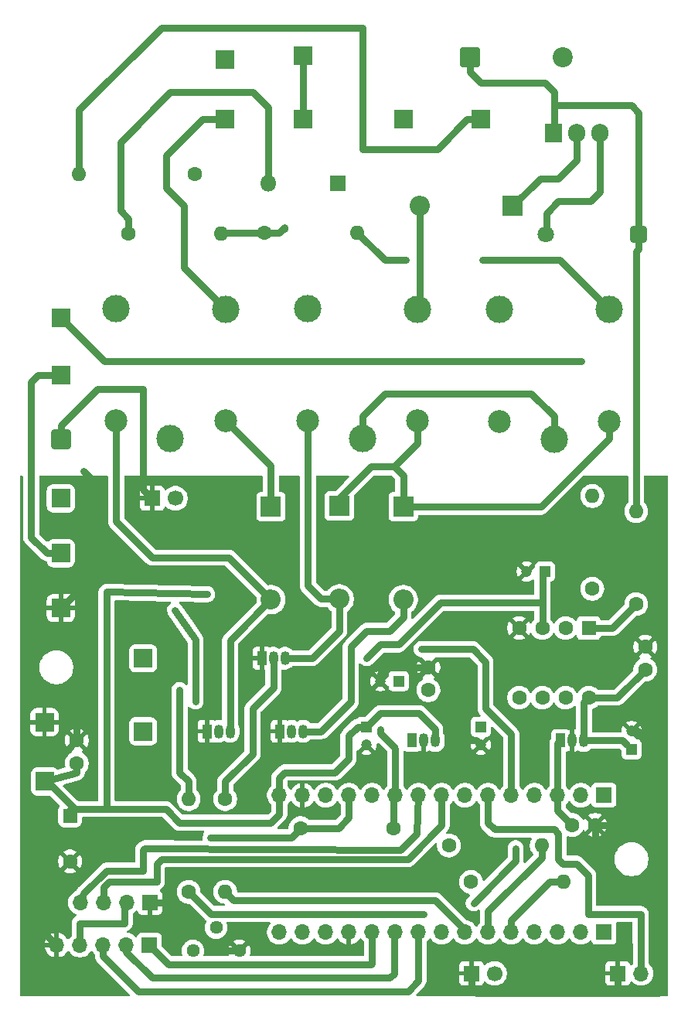
<source format=gbr>
%TF.GenerationSoftware,KiCad,Pcbnew,9.0.6*%
%TF.CreationDate,2025-12-25T22:54:43+01:00*%
%TF.ProjectId,dummyload,64756d6d-796c-46f6-9164-2e6b69636164,rev?*%
%TF.SameCoordinates,Original*%
%TF.FileFunction,Copper,L1,Top*%
%TF.FilePolarity,Positive*%
%FSLAX46Y46*%
G04 Gerber Fmt 4.6, Leading zero omitted, Abs format (unit mm)*
G04 Created by KiCad (PCBNEW 9.0.6) date 2025-12-25 22:54:43*
%MOMM*%
%LPD*%
G01*
G04 APERTURE LIST*
G04 Aperture macros list*
%AMRoundRect*
0 Rectangle with rounded corners*
0 $1 Rounding radius*
0 $2 $3 $4 $5 $6 $7 $8 $9 X,Y pos of 4 corners*
0 Add a 4 corners polygon primitive as box body*
4,1,4,$2,$3,$4,$5,$6,$7,$8,$9,$2,$3,0*
0 Add four circle primitives for the rounded corners*
1,1,$1+$1,$2,$3*
1,1,$1+$1,$4,$5*
1,1,$1+$1,$6,$7*
1,1,$1+$1,$8,$9*
0 Add four rect primitives between the rounded corners*
20,1,$1+$1,$2,$3,$4,$5,0*
20,1,$1+$1,$4,$5,$6,$7,0*
20,1,$1+$1,$6,$7,$8,$9,0*
20,1,$1+$1,$8,$9,$2,$3,0*%
G04 Aperture macros list end*
%TA.AperFunction,ComponentPad*%
%ADD10C,1.600000*%
%TD*%
%TA.AperFunction,ComponentPad*%
%ADD11O,1.600000X1.600000*%
%TD*%
%TA.AperFunction,ComponentPad*%
%ADD12R,1.700000X1.700000*%
%TD*%
%TA.AperFunction,ComponentPad*%
%ADD13C,1.700000*%
%TD*%
%TA.AperFunction,ComponentPad*%
%ADD14R,1.050000X1.500000*%
%TD*%
%TA.AperFunction,ComponentPad*%
%ADD15O,1.050000X1.500000*%
%TD*%
%TA.AperFunction,ComponentPad*%
%ADD16R,1.200000X1.200000*%
%TD*%
%TA.AperFunction,ComponentPad*%
%ADD17C,1.200000*%
%TD*%
%TA.AperFunction,ComponentPad*%
%ADD18R,2.200000X2.200000*%
%TD*%
%TA.AperFunction,ComponentPad*%
%ADD19O,2.200000X2.200000*%
%TD*%
%TA.AperFunction,ComponentPad*%
%ADD20RoundRect,0.250000X0.650000X0.650000X-0.650000X0.650000X-0.650000X-0.650000X0.650000X-0.650000X0*%
%TD*%
%TA.AperFunction,ComponentPad*%
%ADD21C,1.800000*%
%TD*%
%TA.AperFunction,ComponentPad*%
%ADD22RoundRect,0.250001X-0.799999X-0.799999X0.799999X-0.799999X0.799999X0.799999X-0.799999X0.799999X0*%
%TD*%
%TA.AperFunction,ComponentPad*%
%ADD23O,1.700000X1.700000*%
%TD*%
%TA.AperFunction,ComponentPad*%
%ADD24C,3.000000*%
%TD*%
%TA.AperFunction,ComponentPad*%
%ADD25C,2.500000*%
%TD*%
%TA.AperFunction,ComponentPad*%
%ADD26R,1.600000X1.600000*%
%TD*%
%TA.AperFunction,ComponentPad*%
%ADD27RoundRect,0.250000X-0.825000X-0.825000X0.825000X-0.825000X0.825000X0.825000X-0.825000X0.825000X0*%
%TD*%
%TA.AperFunction,ComponentPad*%
%ADD28C,1.440000*%
%TD*%
%TA.AperFunction,ComponentPad*%
%ADD29RoundRect,0.250000X-0.550000X0.550000X-0.550000X-0.550000X0.550000X-0.550000X0.550000X0.550000X0*%
%TD*%
%TA.AperFunction,ComponentPad*%
%ADD30R,1.905000X2.000000*%
%TD*%
%TA.AperFunction,ComponentPad*%
%ADD31O,1.905000X2.000000*%
%TD*%
%TA.AperFunction,ComponentPad*%
%ADD32RoundRect,0.249999X-0.850001X-0.850001X0.850001X-0.850001X0.850001X0.850001X-0.850001X0.850001X0*%
%TD*%
%TA.AperFunction,ComponentPad*%
%ADD33C,2.200000*%
%TD*%
%TA.AperFunction,ComponentPad*%
%ADD34R,1.800000X1.800000*%
%TD*%
%TA.AperFunction,ComponentPad*%
%ADD35O,1.800000X1.800000*%
%TD*%
%TA.AperFunction,ViaPad*%
%ADD36C,0.600000*%
%TD*%
%TA.AperFunction,Conductor*%
%ADD37C,0.750000*%
%TD*%
G04 APERTURE END LIST*
D10*
%TO.P,R10,1*%
%TO.N,GND*%
X123420000Y-64500000D03*
D11*
%TO.P,R10,2*%
%TO.N,VOL*%
X133580000Y-64500000D03*
%TD*%
D12*
%TO.P,J22,1,Pin_1*%
%TO.N,GND*%
X126000000Y-93500000D03*
D13*
%TO.P,J22,2,Pin_2*%
%TO.N,NTC*%
X128540000Y-93500000D03*
%TD*%
D14*
%TO.P,Q3,1,E*%
%TO.N,GND*%
X132000000Y-119000000D03*
D15*
%TO.P,Q3,2,B*%
%TO.N,Net-(Q3-B)*%
X133270000Y-119000000D03*
%TO.P,Q3,3,C*%
%TO.N,Net-(D3-A)*%
X134540000Y-119000000D03*
%TD*%
D10*
%TO.P,C6,1*%
%TO.N,+12V*%
X117750000Y-122500000D03*
%TO.P,C6,2*%
%TO.N,GND*%
X117750000Y-120000000D03*
%TD*%
D16*
%TO.P,C2,1*%
%TO.N,REF*%
X162000000Y-118500000D03*
D17*
%TO.P,C2,2*%
%TO.N,GND*%
X162000000Y-120500000D03*
%TD*%
D18*
%TO.P,D2,1,K*%
%TO.N,+12V*%
X146500000Y-94340000D03*
D19*
%TO.P,D2,2,A*%
%TO.N,Net-(D2-A)*%
X146500000Y-104500000D03*
%TD*%
D12*
%TO.P,J21,1,Pin_1*%
%TO.N,GND*%
X160960000Y-145500000D03*
D13*
%TO.P,J21,2,Pin_2*%
%TO.N,VOL_SW*%
X163500000Y-145500000D03*
%TD*%
D16*
%TO.P,C5,1*%
%TO.N,ENC_IN*%
X153000000Y-113500000D03*
D17*
%TO.P,C5,2*%
%TO.N,GND*%
X151000000Y-113500000D03*
%TD*%
D18*
%TO.P,D3,1,K*%
%TO.N,+12V*%
X139000000Y-94420000D03*
D19*
%TO.P,D3,2,A*%
%TO.N,Net-(D3-A)*%
X139000000Y-104580000D03*
%TD*%
D20*
%TO.P,D8,1,K*%
%TO.N,Net-(D6-A1)*%
X179280000Y-64600000D03*
D21*
%TO.P,D8,2,A*%
%TO.N,Net-(D6-A2)*%
X169120000Y-64600000D03*
%TD*%
D22*
%TO.P,J19,1,Pin_1*%
%TO.N,GND*%
X114200000Y-118000000D03*
%TD*%
%TO.P,J11,1,Pin_1*%
%TO.N,Net-(J10-Pin_1)*%
X116000000Y-99500000D03*
%TD*%
D14*
%TO.P,Q4,1,E*%
%TO.N,GND*%
X139980000Y-119000000D03*
D15*
%TO.P,Q4,2,B*%
%TO.N,Net-(Q4-B)*%
X141250000Y-119000000D03*
%TO.P,Q4,3,C*%
%TO.N,Net-(D4-A)*%
X142520000Y-119000000D03*
%TD*%
D12*
%TO.P,J3,1,Pin_1*%
%TO.N,CLK*%
X125700000Y-142400000D03*
D23*
%TO.P,J3,2,Pin_2*%
%TO.N,DT*%
X123160000Y-142400000D03*
%TO.P,J3,3,Pin_3*%
%TO.N,SW*%
X120620000Y-142400000D03*
%TO.P,J3,4,Pin_4*%
%TO.N,ENC_IN*%
X118080000Y-142400000D03*
%TO.P,J3,5,Pin_5*%
%TO.N,GND*%
X115540000Y-142400000D03*
%TD*%
D10*
%TO.P,R5,1*%
%TO.N,Net-(Q3-B)*%
X160920000Y-135500000D03*
D11*
%TO.P,R5,2*%
%TO.N,R_3*%
X171080000Y-135500000D03*
%TD*%
D22*
%TO.P,J10,1,Pin_1*%
%TO.N,Net-(J10-Pin_1)*%
X116000000Y-80000000D03*
%TD*%
%TO.P,J13,1,Pin_1*%
%TO.N,SDA*%
X125000000Y-111000000D03*
%TD*%
D14*
%TO.P,Q2,1,E*%
%TO.N,GND*%
X138000000Y-111000000D03*
D15*
%TO.P,Q2,2,B*%
%TO.N,Net-(Q2-B)*%
X139270000Y-111000000D03*
%TO.P,Q2,3,C*%
%TO.N,Net-(D2-A)*%
X140540000Y-111000000D03*
%TD*%
D22*
%TO.P,J17,1,Pin_1*%
%TO.N,Net-(J17-Pin_1)*%
X142500000Y-45000000D03*
%TD*%
%TO.P,J7,1,Pin_1*%
%TO.N,+12V*%
X114250000Y-124500000D03*
%TD*%
D10*
%TO.P,R7,1*%
%TO.N,Net-(Q2-B)*%
X134000000Y-126420000D03*
D11*
%TO.P,R7,2*%
%TO.N,R_1*%
X134000000Y-136580000D03*
%TD*%
D10*
%TO.P,R3,1*%
%TO.N,Net-(Q4-B)*%
X158500000Y-131500000D03*
D11*
%TO.P,R3,2*%
%TO.N,R_2*%
X168660000Y-131500000D03*
%TD*%
D14*
%TO.P,U3,1,VO*%
%TO.N,ENC_IN*%
X154460000Y-120000000D03*
D15*
%TO.P,U3,2,GND*%
%TO.N,GND*%
X155730000Y-120000000D03*
%TO.P,U3,3,VI*%
%TO.N,+12V*%
X157000000Y-120000000D03*
%TD*%
D12*
%TO.P,J20,1,Pin_1*%
%TO.N,GND*%
X177000000Y-145500000D03*
D23*
%TO.P,J20,2,Pin_2*%
%TO.N,SWITCH*%
X179540000Y-145500000D03*
%TD*%
D24*
%TO.P,K2,1*%
%TO.N,Net-(J1-Pin_1)*%
X170000000Y-87000000D03*
D25*
%TO.P,K2,2*%
%TO.N,+12V*%
X176050000Y-85050000D03*
D24*
%TO.P,K2,3*%
%TO.N,Net-(K2-Pad3)*%
X176050000Y-72850000D03*
%TO.P,K2,4*%
%TO.N,unconnected-(K2-Pad4)*%
X164000000Y-72800000D03*
D25*
%TO.P,K2,5*%
%TO.N,Net-(D4-A)*%
X164050000Y-85050000D03*
%TD*%
D26*
%TO.P,U2,1*%
%TO.N,Net-(R2-Pad1)*%
X173810000Y-107695000D03*
D10*
%TO.P,U2,2,-*%
%TO.N,Net-(U2A--)*%
X171270000Y-107695000D03*
%TO.P,U2,3,+*%
%TO.N,Net-(U2A-+)*%
X168730000Y-107695000D03*
%TO.P,U2,4,V-*%
%TO.N,GND*%
X166190000Y-107695000D03*
%TO.P,U2,5*%
%TO.N,N/C*%
X166190000Y-115315000D03*
%TO.P,U2,6*%
X168730000Y-115315000D03*
%TO.P,U2,7*%
X171270000Y-115315000D03*
%TO.P,U2,8,V+*%
%TO.N,+12V*%
X173810000Y-115315000D03*
%TD*%
%TO.P,R8,1*%
%TO.N,IN*%
X130000000Y-136580000D03*
D11*
%TO.P,R8,2*%
%TO.N,Net-(U2A-+)*%
X130000000Y-126420000D03*
%TD*%
D22*
%TO.P,J14,1,Pin_1*%
%TO.N,SCL*%
X125000000Y-119000000D03*
%TD*%
D10*
%TO.P,C10,1*%
%TO.N,ENC_IN*%
X156250000Y-114500000D03*
%TO.P,C10,2*%
%TO.N,GND*%
X156250000Y-112000000D03*
%TD*%
D12*
%TO.P,J6,1,Pin_1*%
%TO.N,unconnected-(J6-Pin_1-Pad1)*%
X175480000Y-141000000D03*
D23*
%TO.P,J6,2,Pin_2*%
%TO.N,unconnected-(J6-Pin_2-Pad2)*%
X172940000Y-141000000D03*
%TO.P,J6,3,Pin_3*%
%TO.N,unconnected-(J6-Pin_3-Pad3)*%
X170400000Y-141000000D03*
%TO.P,J6,4,Pin_4*%
%TO.N,IN*%
X167860000Y-141000000D03*
%TO.P,J6,5,Pin_5*%
%TO.N,R_3*%
X165320000Y-141000000D03*
%TO.P,J6,6,Pin_6*%
%TO.N,R_2*%
X162780000Y-141000000D03*
%TO.P,J6,7,Pin_7*%
%TO.N,R_1*%
X160240000Y-141000000D03*
%TO.P,J6,8,Pin_8*%
%TO.N,unconnected-(J6-Pin_8-Pad8)*%
X157700000Y-141000000D03*
%TO.P,J6,9,Pin_9*%
%TO.N,SW*%
X155160000Y-141000000D03*
%TO.P,J6,10,Pin_10*%
%TO.N,DT*%
X152620000Y-141000000D03*
%TO.P,J6,11,Pin_11*%
%TO.N,CLK*%
X150080000Y-141000000D03*
%TO.P,J6,12,Pin_12*%
%TO.N,GND*%
X147540000Y-141000000D03*
%TO.P,J6,13,Pin_13*%
%TO.N,unconnected-(J6-Pin_13-Pad13)*%
X145000000Y-141000000D03*
%TO.P,J6,14,Pin_14*%
%TO.N,unconnected-(J6-Pin_14-Pad14)*%
X142460000Y-141000000D03*
%TO.P,J6,15,Pin_15*%
%TO.N,unconnected-(J6-Pin_15-Pad15)*%
X139920000Y-141000000D03*
%TD*%
D10*
%TO.P,R1,1*%
%TO.N,NTC*%
X152400000Y-129600000D03*
%TO.P,R1,2*%
%TO.N,Net-(J5-Pin_12)*%
X142240000Y-129600000D03*
%TD*%
D22*
%TO.P,J4,1,Pin_1*%
%TO.N,GND*%
X162000000Y-52000000D03*
%TD*%
D27*
%TO.P,J23,1,Pin_1*%
%TO.N,GND*%
X116000000Y-87000000D03*
%TD*%
D10*
%TO.P,R9,1*%
%TO.N,VOL*%
X138320000Y-64400000D03*
D11*
%TO.P,R9,2*%
%TO.N,Net-(K2-Pad3)*%
X148480000Y-64400000D03*
%TD*%
D24*
%TO.P,K4,1*%
%TO.N,Net-(J15-Pin_1)*%
X128000000Y-86950000D03*
D25*
%TO.P,K4,2*%
%TO.N,+12V*%
X134050000Y-85000000D03*
D24*
%TO.P,K4,3*%
%TO.N,Net-(J16-Pin_1)*%
X134050000Y-72800000D03*
%TO.P,K4,4*%
%TO.N,unconnected-(K4-Pad4)*%
X122000000Y-72750000D03*
D25*
%TO.P,K4,5*%
%TO.N,Net-(D3-A)*%
X122050000Y-85000000D03*
%TD*%
D16*
%TO.P,C4,1*%
%TO.N,+12V*%
X178500000Y-120972600D03*
D17*
%TO.P,C4,2*%
%TO.N,GND*%
X178500000Y-118972600D03*
%TD*%
D28*
%TO.P,RV1,1,1*%
%TO.N,GND*%
X135540000Y-143040000D03*
%TO.P,RV1,2,2*%
%TO.N,Net-(J5-Pin_4)*%
X133000000Y-140500000D03*
%TO.P,RV1,3,3*%
%TO.N,Net-(J5-Pin_12)*%
X130460000Y-143040000D03*
%TD*%
D18*
%TO.P,D4,1,K*%
%TO.N,+12V*%
X153500000Y-94420000D03*
D19*
%TO.P,D4,2,A*%
%TO.N,Net-(D4-A)*%
X153500000Y-104580000D03*
%TD*%
D16*
%TO.P,C1,1*%
%TO.N,Net-(U2A-+)*%
X169027401Y-101500000D03*
D17*
%TO.P,C1,2*%
%TO.N,GND*%
X167027401Y-101500000D03*
%TD*%
D22*
%TO.P,J18,1,Pin_1*%
%TO.N,Net-(J17-Pin_1)*%
X142500000Y-52000000D03*
%TD*%
D29*
%TO.P,C8,1*%
%TO.N,+12V*%
X117000000Y-128250000D03*
D10*
%TO.P,C8,2*%
%TO.N,GND*%
X117000000Y-133250000D03*
%TD*%
D22*
%TO.P,J1,1,Pin_1*%
%TO.N,Net-(J1-Pin_1)*%
X153500000Y-52000000D03*
%TD*%
D10*
%TO.P,C9,1*%
%TO.N,REF*%
X172000000Y-129250000D03*
%TO.P,C9,2*%
%TO.N,GND*%
X174500000Y-129250000D03*
%TD*%
%TO.P,C7,1*%
%TO.N,+12V*%
X180000000Y-112250000D03*
%TO.P,C7,2*%
%TO.N,GND*%
X180000000Y-109750000D03*
%TD*%
D22*
%TO.P,J9,1,Pin_1*%
%TO.N,Net-(D6-A2)*%
X116000000Y-73740000D03*
%TD*%
D18*
%TO.P,D1,1,K*%
%TO.N,Net-(D1-K)*%
X165500000Y-61500000D03*
D19*
%TO.P,D1,2,A*%
%TO.N,Net-(D1-A)*%
X155340000Y-61500000D03*
%TD*%
D22*
%TO.P,J15,1,Pin_1*%
%TO.N,Net-(J15-Pin_1)*%
X134000000Y-45500000D03*
%TD*%
D10*
%TO.P,R4,1*%
%TO.N,Net-(K1-Pad4)*%
X130700000Y-58000000D03*
D11*
%TO.P,R4,2*%
%TO.N,GND*%
X118000000Y-58000000D03*
%TD*%
D30*
%TO.P,Q1,1,G*%
%TO.N,Net-(D6-A1)*%
X169960000Y-53500000D03*
D31*
%TO.P,Q1,2,D*%
%TO.N,Net-(D1-K)*%
X172500000Y-53500000D03*
%TO.P,Q1,3,S*%
%TO.N,Net-(D6-A2)*%
X175040000Y-53500000D03*
%TD*%
D16*
%TO.P,C3,1*%
%TO.N,+12V*%
X149500000Y-118500000D03*
D17*
%TO.P,C3,2*%
%TO.N,GND*%
X149500000Y-120500000D03*
%TD*%
D10*
%TO.P,R6,1*%
%TO.N,Net-(U2A--)*%
X174200000Y-103400000D03*
D11*
%TO.P,R6,2*%
%TO.N,Net-(D6-A2)*%
X174200000Y-93240000D03*
%TD*%
D12*
%TO.P,J2,1,Pin_1*%
%TO.N,GND*%
X125750000Y-137750000D03*
D23*
%TO.P,J2,2,Pin_2*%
%TO.N,ENC_IN*%
X123210000Y-137750000D03*
%TO.P,J2,3,Pin_3*%
%TO.N,SDA*%
X120670000Y-137750000D03*
%TO.P,J2,4,Pin_4*%
%TO.N,SCL*%
X118130000Y-137750000D03*
%TD*%
D22*
%TO.P,J12,1,Pin_1*%
%TO.N,ENC_IN*%
X116000000Y-93500000D03*
%TD*%
D14*
%TO.P,U4,1,VO*%
%TO.N,REF*%
X170730000Y-120000000D03*
D15*
%TO.P,U4,2,GND*%
%TO.N,GND*%
X172000000Y-120000000D03*
%TO.P,U4,3,VI*%
%TO.N,+12V*%
X173270000Y-120000000D03*
%TD*%
D22*
%TO.P,J16,1,Pin_1*%
%TO.N,Net-(J16-Pin_1)*%
X134000000Y-52000000D03*
%TD*%
D24*
%TO.P,K1,1*%
%TO.N,Net-(J1-Pin_1)*%
X149000000Y-86950000D03*
D25*
%TO.P,K1,2*%
%TO.N,+12V*%
X155050000Y-85000000D03*
D24*
%TO.P,K1,3*%
%TO.N,Net-(D1-A)*%
X155050000Y-72800000D03*
%TO.P,K1,4*%
%TO.N,Net-(K1-Pad4)*%
X143000000Y-72750000D03*
D25*
%TO.P,K1,5*%
%TO.N,Net-(D2-A)*%
X143050000Y-85000000D03*
%TD*%
D32*
%TO.P,D6,1,A1*%
%TO.N,Net-(D6-A1)*%
X160820000Y-45200000D03*
D33*
%TO.P,D6,2,A2*%
%TO.N,Net-(D6-A2)*%
X170980000Y-45200000D03*
%TD*%
D22*
%TO.P,J8,1,Pin_1*%
%TO.N,GND*%
X116000000Y-105500000D03*
%TD*%
D34*
%TO.P,D5,1,K*%
%TO.N,VOL*%
X146310000Y-59000000D03*
D35*
%TO.P,D5,2,A*%
%TO.N,GND*%
X138690000Y-59000000D03*
%TD*%
D12*
%TO.P,J5,1,Pin_1*%
%TO.N,unconnected-(J5-Pin_1-Pad1)*%
X175480000Y-126000000D03*
D23*
%TO.P,J5,2,Pin_2*%
%TO.N,unconnected-(J5-Pin_2-Pad2)*%
X172940000Y-126000000D03*
%TO.P,J5,3,Pin_3*%
%TO.N,REF*%
X170400000Y-126000000D03*
%TO.P,J5,4,Pin_4*%
%TO.N,Net-(J5-Pin_4)*%
X167860000Y-126000000D03*
%TO.P,J5,5,Pin_5*%
%TO.N,VOL*%
X165320000Y-126000000D03*
%TO.P,J5,6,Pin_6*%
%TO.N,SWITCH*%
X162780000Y-126000000D03*
%TO.P,J5,7,Pin_7*%
%TO.N,VOL_SW*%
X160240000Y-126000000D03*
%TO.P,J5,8,Pin_8*%
%TO.N,SDA*%
X157700000Y-126000000D03*
%TO.P,J5,9,Pin_9*%
%TO.N,SCL*%
X155160000Y-126000000D03*
%TO.P,J5,10,Pin_10*%
%TO.N,NTC*%
X152620000Y-126000000D03*
%TO.P,J5,11,Pin_11*%
%TO.N,unconnected-(J5-Pin_11-Pad11)*%
X150080000Y-126000000D03*
%TO.P,J5,12,Pin_12*%
%TO.N,Net-(J5-Pin_12)*%
X147540000Y-126000000D03*
%TO.P,J5,13,Pin_13*%
%TO.N,unconnected-(J5-Pin_13-Pad13)*%
X145000000Y-126000000D03*
%TO.P,J5,14,Pin_14*%
%TO.N,GND*%
X142460000Y-126000000D03*
%TO.P,J5,15,Pin_15*%
%TO.N,+12V*%
X139920000Y-126000000D03*
%TD*%
D10*
%TO.P,R2,1*%
%TO.N,Net-(R2-Pad1)*%
X179000000Y-105080000D03*
D11*
%TO.P,R2,2*%
%TO.N,Net-(D6-A1)*%
X179000000Y-94920000D03*
%TD*%
D36*
%TO.N,IN*%
X155500000Y-139000000D03*
%TO.N,VOL*%
X155500000Y-110000000D03*
X140460000Y-63800000D03*
%TO.N,SDA*%
X127000000Y-133000000D03*
%TO.N,+12V*%
X132000000Y-104000000D03*
%TO.N,SCL*%
X125200000Y-131800000D03*
%TO.N,GND*%
X118500000Y-90500000D03*
X124000000Y-81500000D03*
X123500000Y-99500000D03*
X155730000Y-122000000D03*
X137500000Y-142000000D03*
X123500000Y-99500000D03*
%TO.N,Net-(U2A-+)*%
X149500000Y-111000000D03*
X129000000Y-114500000D03*
%TO.N,Net-(D6-A2)*%
X173000000Y-78500000D03*
%TO.N,Net-(K2-Pad3)*%
X153800000Y-67400000D03*
X162200000Y-67400000D03*
%TO.N,Net-(J5-Pin_4)*%
X161200000Y-137800000D03*
X165800000Y-131800000D03*
%TO.N,Net-(J5-Pin_12)*%
X132400000Y-130600000D03*
%TO.N,NTC*%
X128500000Y-105750000D03*
X151000000Y-118750000D03*
X130750000Y-115750000D03*
X128500000Y-105750000D03*
%TD*%
D37*
%TO.N,R_3*%
X169500000Y-135500000D02*
X165320000Y-139680000D01*
X165320000Y-141000000D02*
X165320000Y-139680000D01*
X171080000Y-135500000D02*
X169500000Y-135500000D01*
%TO.N,IN*%
X130000000Y-136580000D02*
X132420000Y-139000000D01*
X155500000Y-139000000D02*
X155700000Y-139000000D01*
X132420000Y-139000000D02*
X155500000Y-139000000D01*
%TO.N,CLK*%
X150000000Y-144500000D02*
X150080000Y-144420000D01*
X150080000Y-144420000D02*
X150080000Y-141000000D01*
X127800000Y-144500000D02*
X150000000Y-144500000D01*
X125700000Y-142400000D02*
X127800000Y-144500000D01*
%TO.N,VOL*%
X165320000Y-126000000D02*
X165320000Y-119320000D01*
X133680000Y-64400000D02*
X133580000Y-64500000D01*
X162500000Y-111387968D02*
X161112032Y-110000000D01*
X138320000Y-64400000D02*
X133680000Y-64400000D01*
X140460000Y-64000000D02*
X140460000Y-63800000D01*
X162500000Y-115000000D02*
X162500000Y-111387968D01*
X139860000Y-64400000D02*
X140460000Y-63800000D01*
X161112032Y-110000000D02*
X155500000Y-110000000D01*
X165320000Y-119320000D02*
X162500000Y-116500000D01*
X138320000Y-64400000D02*
X139860000Y-64400000D01*
X162500000Y-116500000D02*
X162500000Y-115000000D01*
%TO.N,SDA*%
X120670000Y-136080000D02*
X121250000Y-135500000D01*
X126500000Y-135500000D02*
X126500000Y-133500000D01*
X126500000Y-133500000D02*
X127000000Y-133000000D01*
X121250000Y-135500000D02*
X126500000Y-135500000D01*
X120670000Y-137750000D02*
X120670000Y-136080000D01*
X127000000Y-133000000D02*
X154000000Y-133000000D01*
X154000000Y-133000000D02*
X157700000Y-129300000D01*
X157700000Y-129300000D02*
X157700000Y-126000000D01*
%TO.N,REF*%
X170400000Y-126000000D02*
X170400000Y-120330000D01*
X170400000Y-126000000D02*
X170400000Y-127650000D01*
X170400000Y-120330000D02*
X170730000Y-120000000D01*
X170400000Y-127650000D02*
X172000000Y-129250000D01*
%TO.N,DT*%
X126000000Y-146000000D02*
X123160000Y-143160000D01*
X123160000Y-143160000D02*
X123160000Y-142400000D01*
X152620000Y-141000000D02*
X152500000Y-141120000D01*
X152500000Y-145500000D02*
X152000000Y-146000000D01*
X152500000Y-141120000D02*
X152500000Y-145500000D01*
X152000000Y-146000000D02*
X126000000Y-146000000D01*
%TO.N,+12V*%
X117000000Y-127500000D02*
X117250000Y-127250000D01*
X121000000Y-103750000D02*
X132000000Y-104000000D01*
X139000000Y-89950000D02*
X134050000Y-85000000D01*
X147500000Y-119500000D02*
X147500000Y-122000000D01*
X117000000Y-128250000D02*
X117000000Y-127500000D01*
X114250000Y-124500000D02*
X117750000Y-123500000D01*
X139920000Y-128080000D02*
X139920000Y-124750000D01*
X151000000Y-117000000D02*
X155250000Y-117000000D01*
X153500000Y-94420000D02*
X168580000Y-94420000D01*
X173810000Y-115315000D02*
X176935000Y-115315000D01*
X176935000Y-115315000D02*
X180000000Y-112250000D01*
X139000000Y-94420000D02*
X139000000Y-89950000D01*
X173270000Y-115855000D02*
X173810000Y-115315000D01*
X114750000Y-125000000D02*
X115000000Y-125000000D01*
X152500000Y-90000000D02*
X155050000Y-87450000D01*
X153500000Y-91000000D02*
X152500000Y-90000000D01*
X139000000Y-129000000D02*
X139920000Y-128080000D01*
X117750000Y-123500000D02*
X117750000Y-122500000D01*
X146000000Y-123500000D02*
X140500000Y-123500000D01*
X168580000Y-94420000D02*
X176050000Y-86950000D01*
X146500000Y-93500000D02*
X150000000Y-90000000D01*
X157000000Y-118750000D02*
X157000000Y-120000000D01*
X177500000Y-120000000D02*
X178000000Y-120500000D01*
X155050000Y-87450000D02*
X155050000Y-85250000D01*
X114250000Y-124500000D02*
X114750000Y-125000000D01*
X115000000Y-125000000D02*
X117250000Y-127250000D01*
X150000000Y-90000000D02*
X152500000Y-90000000D01*
X139920000Y-124750000D02*
X139920000Y-126000000D01*
X173270000Y-120000000D02*
X177500000Y-120000000D01*
X117250000Y-127250000D02*
X117500000Y-127500000D01*
X127500000Y-127500000D02*
X129000000Y-129000000D01*
X148500000Y-118500000D02*
X147500000Y-119500000D01*
X173270000Y-120000000D02*
X173270000Y-115855000D01*
X129000000Y-129000000D02*
X139000000Y-129000000D01*
X147500000Y-122000000D02*
X146000000Y-123500000D01*
X146500000Y-94340000D02*
X146500000Y-93500000D01*
X139920000Y-124080000D02*
X139920000Y-124750000D01*
X117500000Y-127500000D02*
X127500000Y-127500000D01*
X149500000Y-118500000D02*
X148500000Y-118500000D01*
X153500000Y-94420000D02*
X153500000Y-91000000D01*
X176050000Y-86950000D02*
X176050000Y-85250000D01*
X140500000Y-123500000D02*
X139920000Y-124080000D01*
X155250000Y-117000000D02*
X157000000Y-118750000D01*
X121000000Y-127500000D02*
X121000000Y-103750000D01*
X149500000Y-118500000D02*
X151000000Y-117000000D01*
%TO.N,SCL*%
X154960937Y-130200000D02*
X155160000Y-126000000D01*
X125000000Y-132000000D02*
X125200000Y-131800000D01*
X153200000Y-132000000D02*
X154960937Y-130200000D01*
X125200000Y-131800000D02*
X153200000Y-132000000D01*
X121000000Y-134250000D02*
X125000000Y-134250000D01*
X118500000Y-136750000D02*
X121000000Y-134250000D01*
X118130000Y-137750000D02*
X118500000Y-136750000D01*
X125000000Y-134250000D02*
X125000000Y-132000000D01*
%TO.N,R_2*%
X168660000Y-132840000D02*
X168660000Y-131500000D01*
X162780000Y-141000000D02*
X162780000Y-138720000D01*
X162780000Y-138720000D02*
X168660000Y-132840000D01*
%TO.N,R_1*%
X160240000Y-140740000D02*
X160240000Y-141000000D01*
X134000000Y-136580000D02*
X134920000Y-137500000D01*
X157000000Y-137500000D02*
X160240000Y-140740000D01*
X134920000Y-137500000D02*
X157000000Y-137500000D01*
%TO.N,SW*%
X120620000Y-143620000D02*
X124500000Y-147500000D01*
X154000000Y-147500000D02*
X155160000Y-146340000D01*
X120620000Y-142400000D02*
X120620000Y-143620000D01*
X124500000Y-147500000D02*
X154000000Y-147500000D01*
X155160000Y-146340000D02*
X155160000Y-141000000D01*
%TO.N,GND*%
X175000000Y-132000000D02*
X174500000Y-131500000D01*
X160960000Y-145500000D02*
X160960000Y-147100000D01*
X181500000Y-147624000D02*
X181500000Y-139655083D01*
X125000000Y-81500000D02*
X125000000Y-92500000D01*
X157250000Y-55250000D02*
X149000000Y-55250000D01*
X137000000Y-49000000D02*
X128000000Y-49000000D01*
X119250000Y-102250000D02*
X119250000Y-101500000D01*
X177250000Y-129250000D02*
X180000000Y-126500000D01*
X179222600Y-118972600D02*
X178500000Y-118972600D01*
X116000000Y-87000000D02*
X116000000Y-85500000D01*
X124000000Y-81500000D02*
X125000000Y-81500000D01*
X174500000Y-131500000D02*
X174500000Y-129250000D01*
X111876000Y-121624000D02*
X112500000Y-121000000D01*
X180500000Y-137500000D02*
X175000000Y-137500000D01*
X180000000Y-126500000D02*
X180000000Y-119750000D01*
X123420000Y-64500000D02*
X123420000Y-62920000D01*
X118000000Y-58000000D02*
X118000000Y-51000000D01*
X122500000Y-54500000D02*
X122500000Y-62000000D01*
X112500000Y-121000000D02*
X116750000Y-121000000D01*
X117750000Y-117750000D02*
X119000000Y-116500000D01*
X181500000Y-139655083D02*
X180500000Y-137500000D01*
X160960000Y-147100000D02*
X161484000Y-147624000D01*
X158000000Y-122000000D02*
X155730000Y-122000000D01*
X119000000Y-116500000D02*
X119500000Y-116000000D01*
X119500000Y-104000000D02*
X119500000Y-103500000D01*
X119250000Y-101500000D02*
X119250000Y-91250000D01*
X120000000Y-81500000D02*
X124000000Y-81500000D01*
X117750000Y-120000000D02*
X117750000Y-117750000D01*
X119500000Y-103500000D02*
X123500000Y-99500000D01*
X133040000Y-143040000D02*
X127750000Y-137750000D01*
X175000000Y-137500000D02*
X175000000Y-132000000D01*
X161500000Y-120000000D02*
X160000000Y-120000000D01*
X177000000Y-147000000D02*
X177000000Y-145500000D01*
X160000000Y-120000000D02*
X158000000Y-122000000D01*
X151651472Y-112000000D02*
X156250000Y-112000000D01*
X157250000Y-55250000D02*
X160500000Y-52000000D01*
X160500000Y-52000000D02*
X162000000Y-52000000D01*
X162000000Y-120500000D02*
X161500000Y-120000000D01*
X151000000Y-113500000D02*
X151000000Y-112651472D01*
X127750000Y-137750000D02*
X125750000Y-137750000D01*
X111876000Y-138736000D02*
X111876000Y-121624000D01*
X127000000Y-42000000D02*
X149000000Y-42000000D01*
X180000000Y-119750000D02*
X179222600Y-118972600D01*
X151000000Y-112651472D02*
X151651472Y-112000000D01*
X176376000Y-147624000D02*
X181500000Y-147624000D01*
X149000000Y-42000000D02*
X149000000Y-55250000D01*
X125000000Y-92500000D02*
X126000000Y-93500000D01*
X116000000Y-85500000D02*
X120000000Y-81500000D01*
X115540000Y-142400000D02*
X111876000Y-138736000D01*
X128000000Y-49000000D02*
X122500000Y-54500000D01*
X176376000Y-147624000D02*
X177000000Y-147000000D01*
X118000000Y-51000000D02*
X127000000Y-42000000D01*
X161484000Y-147624000D02*
X176376000Y-147624000D01*
X138690000Y-59000000D02*
X138690000Y-50690000D01*
X123420000Y-62920000D02*
X122500000Y-62000000D01*
X119250000Y-91250000D02*
X118500000Y-90500000D01*
X174500000Y-129250000D02*
X177250000Y-129250000D01*
X135540000Y-143040000D02*
X133040000Y-143040000D01*
X119500000Y-116000000D02*
X119500000Y-104000000D01*
X138690000Y-50690000D02*
X137000000Y-49000000D01*
X116000000Y-105500000D02*
X119250000Y-102250000D01*
X116750000Y-121000000D02*
X117750000Y-120000000D01*
%TO.N,Net-(D1-A)*%
X155340000Y-61500000D02*
X155340000Y-72510000D01*
X155340000Y-72510000D02*
X155050000Y-72800000D01*
%TO.N,Net-(D1-K)*%
X168500000Y-58500000D02*
X170500000Y-58500000D01*
X165500000Y-61500000D02*
X168500000Y-58500000D01*
X170500000Y-58500000D02*
X172500000Y-56500000D01*
X172500000Y-56500000D02*
X172500000Y-53500000D01*
%TO.N,Net-(D2-A)*%
X143050000Y-103050000D02*
X143050000Y-85000000D01*
X146500000Y-104500000D02*
X146500000Y-108000000D01*
X146500000Y-104500000D02*
X144500000Y-104500000D01*
X146500000Y-108000000D02*
X143500000Y-111000000D01*
X143500000Y-111000000D02*
X140540000Y-111000000D01*
X144500000Y-104500000D02*
X143050000Y-103050000D01*
%TO.N,Net-(D3-A)*%
X134540000Y-109040000D02*
X139000000Y-104580000D01*
X126000000Y-100000000D02*
X122050000Y-96050000D01*
X134420000Y-100000000D02*
X126000000Y-100000000D01*
X139000000Y-104580000D02*
X134420000Y-100000000D01*
X134540000Y-119000000D02*
X134540000Y-109040000D01*
X122050000Y-96050000D02*
X122050000Y-85000000D01*
%TO.N,Net-(D4-A)*%
X152000000Y-108000000D02*
X149500000Y-108000000D01*
X142520000Y-119000000D02*
X144500000Y-119000000D01*
X149500000Y-108000000D02*
X147750000Y-109750000D01*
X153500000Y-104580000D02*
X153500000Y-106500000D01*
X144500000Y-119000000D02*
X147750000Y-115750000D01*
X153500000Y-106500000D02*
X152000000Y-108000000D01*
X147750000Y-115750000D02*
X147750000Y-109750000D01*
%TO.N,Net-(J1-Pin_1)*%
X167500000Y-82000000D02*
X170000000Y-84500000D01*
X170000000Y-84500000D02*
X170000000Y-87000000D01*
X149000000Y-86950000D02*
X149000000Y-84500000D01*
X149000000Y-84500000D02*
X151500000Y-82000000D01*
X151500000Y-82000000D02*
X167500000Y-82000000D01*
%TO.N,Net-(U2A-+)*%
X130000000Y-124500000D02*
X129000000Y-123500000D01*
X129000000Y-123500000D02*
X129000000Y-114500000D01*
X157580000Y-104920000D02*
X153000000Y-109500000D01*
X168650000Y-104920000D02*
X157580000Y-104920000D01*
X168730000Y-107695000D02*
X168730000Y-105000000D01*
X130000000Y-126420000D02*
X130000000Y-124500000D01*
X168730000Y-101797401D02*
X169027401Y-101500000D01*
X151000000Y-109500000D02*
X149500000Y-111000000D01*
X153000000Y-109500000D02*
X151000000Y-109500000D01*
X168730000Y-105000000D02*
X168730000Y-101797401D01*
X168730000Y-105000000D02*
X168650000Y-104920000D01*
%TO.N,ENC_IN*%
X118080000Y-140000000D02*
X123000000Y-140000000D01*
X123000000Y-137960000D02*
X123210000Y-137750000D01*
X118080000Y-142400000D02*
X118080000Y-140000000D01*
X123000000Y-140000000D02*
X123000000Y-137960000D01*
%TO.N,Net-(D6-A2)*%
X170500000Y-61000000D02*
X174000000Y-61000000D01*
X169190000Y-64500000D02*
X169190000Y-62310000D01*
X175040000Y-59960000D02*
X175040000Y-53500000D01*
X116010000Y-73760000D02*
X116010000Y-73740000D01*
X173000000Y-78500000D02*
X120750000Y-78500000D01*
X174000000Y-61000000D02*
X175040000Y-59960000D01*
X169190000Y-62310000D02*
X170500000Y-61000000D01*
X120750000Y-78500000D02*
X116010000Y-73760000D01*
%TO.N,SWITCH*%
X170000000Y-129750000D02*
X163500000Y-129750000D01*
X173750000Y-139000000D02*
X173750000Y-134750000D01*
X170500000Y-133000000D02*
X170500000Y-130250000D01*
X171000000Y-133500000D02*
X170500000Y-133000000D01*
X163500000Y-129750000D02*
X162780000Y-129030000D01*
X162780000Y-129030000D02*
X162780000Y-126000000D01*
X170500000Y-130250000D02*
X170000000Y-129750000D01*
X179540000Y-145500000D02*
X179500000Y-139000000D01*
X173750000Y-134750000D02*
X172500000Y-133500000D01*
X179540000Y-145500000D02*
X179540000Y-145040000D01*
X179540000Y-145040000D02*
X179500000Y-145000000D01*
X172500000Y-133500000D02*
X171000000Y-133500000D01*
X179500000Y-139000000D02*
X173750000Y-139000000D01*
%TO.N,Net-(D6-A1)*%
X169000000Y-48000000D02*
X170000000Y-49000000D01*
X179280000Y-64600000D02*
X179280000Y-51280000D01*
X179280000Y-66220000D02*
X179280000Y-64600000D01*
X160820000Y-45200000D02*
X160820000Y-46820000D01*
X160820000Y-46820000D02*
X162000000Y-48000000D01*
X162000000Y-48000000D02*
X169000000Y-48000000D01*
X170000000Y-53460000D02*
X169960000Y-53500000D01*
X179280000Y-51280000D02*
X178500000Y-50500000D01*
X170000000Y-49000000D02*
X170000000Y-50500000D01*
X178500000Y-50500000D02*
X170000000Y-50500000D01*
X179000000Y-94920000D02*
X179000000Y-66500000D01*
X170000000Y-50500000D02*
X170000000Y-53460000D01*
X179000000Y-66500000D02*
X179280000Y-66220000D01*
%TO.N,Net-(K2-Pad3)*%
X170600000Y-67400000D02*
X162200000Y-67400000D01*
X151480000Y-67400000D02*
X153800000Y-67400000D01*
X176050000Y-72850000D02*
X170600000Y-67400000D01*
X148480000Y-64400000D02*
X151480000Y-67400000D01*
%TO.N,Net-(Q2-B)*%
X137000000Y-121500000D02*
X134000000Y-124500000D01*
X134000000Y-124500000D02*
X134000000Y-126420000D01*
X139270000Y-111000000D02*
X139270000Y-114230000D01*
X137000000Y-116500000D02*
X137000000Y-121500000D01*
X139270000Y-114230000D02*
X137000000Y-116500000D01*
%TO.N,Net-(R2-Pad1)*%
X176385000Y-107695000D02*
X179000000Y-105080000D01*
X173810000Y-107695000D02*
X176385000Y-107695000D01*
%TO.N,Net-(J5-Pin_4)*%
X165800000Y-133200000D02*
X165800000Y-131800000D01*
X161200000Y-137800000D02*
X165800000Y-133200000D01*
%TO.N,Net-(J5-Pin_12)*%
X146400000Y-129600000D02*
X147540000Y-128460000D01*
X147540000Y-128460000D02*
X147540000Y-126000000D01*
X132400000Y-130600000D02*
X141240000Y-130600000D01*
X142240000Y-129600000D02*
X146400000Y-129600000D01*
X141240000Y-130600000D02*
X142240000Y-129600000D01*
%TO.N,Net-(J10-Pin_1)*%
X112750000Y-97750000D02*
X112750000Y-80750000D01*
X113500000Y-80000000D02*
X116000000Y-80000000D01*
X112750000Y-80750000D02*
X113500000Y-80000000D01*
X114500000Y-99500000D02*
X112750000Y-97750000D01*
X116000000Y-99500000D02*
X114500000Y-99500000D01*
%TO.N,Net-(J16-Pin_1)*%
X134000000Y-52000000D02*
X131500000Y-52000000D01*
X129500000Y-68250000D02*
X134050000Y-72800000D01*
X131500000Y-52000000D02*
X127500000Y-56000000D01*
X127500000Y-56000000D02*
X127500000Y-59500000D01*
X127500000Y-59500000D02*
X129500000Y-61500000D01*
X129500000Y-61500000D02*
X129500000Y-68250000D01*
%TO.N,Net-(J17-Pin_1)*%
X142500000Y-45000000D02*
X142500000Y-52000000D01*
%TO.N,NTC*%
X151000000Y-119250000D02*
X151000000Y-118750000D01*
X152400000Y-126220000D02*
X152620000Y-126000000D01*
X130750000Y-109000000D02*
X128500000Y-105750000D01*
X152620000Y-120870000D02*
X152500000Y-120750000D01*
X152500000Y-120750000D02*
X151000000Y-119250000D01*
X130750000Y-115750000D02*
X130750000Y-109000000D01*
X152400000Y-129600000D02*
X152400000Y-126220000D01*
X152620000Y-126000000D02*
X152620000Y-120870000D01*
%TD*%
%TA.AperFunction,Conductor*%
%TO.N,GND*%
G36*
X111817539Y-91019685D02*
G01*
X111863294Y-91072489D01*
X111874500Y-91124000D01*
X111874500Y-97836233D01*
X111908143Y-98005366D01*
X111908146Y-98005378D01*
X111974138Y-98164698D01*
X111974145Y-98164711D01*
X112069954Y-98308098D01*
X112069957Y-98308102D01*
X113819955Y-100058099D01*
X113941901Y-100180045D01*
X113941902Y-100180046D01*
X114085288Y-100275854D01*
X114085301Y-100275861D01*
X114244621Y-100341853D01*
X114244626Y-100341855D01*
X114326626Y-100358165D01*
X114365035Y-100365806D01*
X114426946Y-100398190D01*
X114458550Y-100448419D01*
X114515186Y-100619334D01*
X114515187Y-100619337D01*
X114607286Y-100768651D01*
X114607289Y-100768655D01*
X114731344Y-100892710D01*
X114731348Y-100892713D01*
X114880662Y-100984812D01*
X114880664Y-100984813D01*
X114880666Y-100984814D01*
X115047203Y-101039999D01*
X115149992Y-101050500D01*
X115149997Y-101050500D01*
X116850003Y-101050500D01*
X116850008Y-101050500D01*
X116952797Y-101039999D01*
X117119334Y-100984814D01*
X117268655Y-100892711D01*
X117392711Y-100768655D01*
X117484814Y-100619334D01*
X117539999Y-100452797D01*
X117550500Y-100350008D01*
X117550500Y-98649992D01*
X117539999Y-98547203D01*
X117484814Y-98380666D01*
X117445281Y-98316574D01*
X117392713Y-98231348D01*
X117392710Y-98231344D01*
X117268655Y-98107289D01*
X117268651Y-98107286D01*
X117119337Y-98015187D01*
X117119335Y-98015186D01*
X117036065Y-97987593D01*
X116952797Y-97960001D01*
X116952795Y-97960000D01*
X116850015Y-97949500D01*
X116850008Y-97949500D01*
X115149992Y-97949500D01*
X115149984Y-97949500D01*
X115047204Y-97960000D01*
X115047203Y-97960001D01*
X114880664Y-98015186D01*
X114880662Y-98015187D01*
X114731348Y-98107286D01*
X114731344Y-98107289D01*
X114626068Y-98212564D01*
X114564745Y-98246048D01*
X114495053Y-98241063D01*
X114450707Y-98212563D01*
X113661819Y-97423675D01*
X113628334Y-97362352D01*
X113625500Y-97335994D01*
X113625500Y-92649984D01*
X114449500Y-92649984D01*
X114449500Y-94350015D01*
X114460000Y-94452795D01*
X114460001Y-94452797D01*
X114462563Y-94460529D01*
X114515186Y-94619335D01*
X114515187Y-94619337D01*
X114607286Y-94768651D01*
X114607289Y-94768655D01*
X114731344Y-94892710D01*
X114731348Y-94892713D01*
X114880662Y-94984812D01*
X114880664Y-94984813D01*
X114880666Y-94984814D01*
X115047203Y-95039999D01*
X115149992Y-95050500D01*
X115149997Y-95050500D01*
X116850003Y-95050500D01*
X116850008Y-95050500D01*
X116952797Y-95039999D01*
X117119334Y-94984814D01*
X117268655Y-94892711D01*
X117392711Y-94768655D01*
X117484814Y-94619334D01*
X117539999Y-94452797D01*
X117550500Y-94350008D01*
X117550500Y-92649992D01*
X117539999Y-92547203D01*
X117484814Y-92380666D01*
X117462783Y-92344949D01*
X117392713Y-92231348D01*
X117392710Y-92231344D01*
X117268655Y-92107289D01*
X117268651Y-92107286D01*
X117119337Y-92015187D01*
X117119335Y-92015186D01*
X117036065Y-91987593D01*
X116952797Y-91960001D01*
X116952795Y-91960000D01*
X116850015Y-91949500D01*
X116850008Y-91949500D01*
X115149992Y-91949500D01*
X115149984Y-91949500D01*
X115047204Y-91960000D01*
X115047203Y-91960001D01*
X114880664Y-92015186D01*
X114880662Y-92015187D01*
X114731348Y-92107286D01*
X114731344Y-92107289D01*
X114607289Y-92231344D01*
X114607286Y-92231348D01*
X114515187Y-92380662D01*
X114515186Y-92380664D01*
X114460001Y-92547203D01*
X114460000Y-92547204D01*
X114449500Y-92649984D01*
X113625500Y-92649984D01*
X113625500Y-91124000D01*
X113645185Y-91056961D01*
X113697989Y-91011206D01*
X113749500Y-91000000D01*
X121050500Y-91000000D01*
X121117539Y-91019685D01*
X121163294Y-91072489D01*
X121174500Y-91124000D01*
X121174500Y-96136233D01*
X121208143Y-96305366D01*
X121208146Y-96305378D01*
X121274138Y-96464698D01*
X121274145Y-96464711D01*
X121369954Y-96608098D01*
X121369957Y-96608102D01*
X125319955Y-100558099D01*
X125381190Y-100619334D01*
X125441902Y-100680046D01*
X125585288Y-100775854D01*
X125585301Y-100775861D01*
X125744621Y-100841853D01*
X125744626Y-100841855D01*
X125913766Y-100875499D01*
X125913769Y-100875500D01*
X125913771Y-100875500D01*
X134005994Y-100875500D01*
X134073033Y-100895185D01*
X134093675Y-100911819D01*
X137387146Y-104205290D01*
X137420631Y-104266613D01*
X137421938Y-104312369D01*
X137399500Y-104454038D01*
X137399500Y-104705962D01*
X137411857Y-104783979D01*
X137421938Y-104847629D01*
X137412983Y-104916923D01*
X137387146Y-104954708D01*
X134801250Y-107540606D01*
X133981901Y-108359955D01*
X133859955Y-108481901D01*
X133859954Y-108481901D01*
X133764145Y-108625288D01*
X133764138Y-108625301D01*
X133698146Y-108784621D01*
X133698143Y-108784633D01*
X133664500Y-108953766D01*
X133664500Y-117656785D01*
X133644815Y-117723824D01*
X133592011Y-117769579D01*
X133522853Y-117779523D01*
X133516309Y-117778402D01*
X133371007Y-117749500D01*
X133371003Y-117749500D01*
X133168997Y-117749500D01*
X133168992Y-117749500D01*
X132970880Y-117788907D01*
X132970868Y-117788910D01*
X132889661Y-117822547D01*
X132820191Y-117830016D01*
X132775140Y-117810405D01*
X132774872Y-117810897D01*
X132769374Y-117807894D01*
X132767895Y-117807251D01*
X132767086Y-117806645D01*
X132632379Y-117756403D01*
X132632372Y-117756401D01*
X132572844Y-117750000D01*
X132250000Y-117750000D01*
X132250000Y-118634134D01*
X132247617Y-118658326D01*
X132244500Y-118673995D01*
X132244500Y-118714170D01*
X132230255Y-118699925D01*
X132144745Y-118650556D01*
X132049370Y-118625000D01*
X131950630Y-118625000D01*
X131855255Y-118650556D01*
X131769745Y-118699925D01*
X131750000Y-118719670D01*
X131750000Y-117750000D01*
X131427155Y-117750000D01*
X131367627Y-117756401D01*
X131367620Y-117756403D01*
X131232913Y-117806645D01*
X131232906Y-117806649D01*
X131117812Y-117892809D01*
X131117809Y-117892812D01*
X131031649Y-118007906D01*
X131031645Y-118007913D01*
X130981403Y-118142620D01*
X130981401Y-118142627D01*
X130975000Y-118202155D01*
X130975000Y-118750000D01*
X131719670Y-118750000D01*
X131699925Y-118769745D01*
X131650556Y-118855255D01*
X131625000Y-118950630D01*
X131625000Y-119049370D01*
X131650556Y-119144745D01*
X131699925Y-119230255D01*
X131719670Y-119250000D01*
X130975000Y-119250000D01*
X130975000Y-119797844D01*
X130981401Y-119857372D01*
X130981403Y-119857379D01*
X131031645Y-119992086D01*
X131031649Y-119992093D01*
X131117809Y-120107187D01*
X131117812Y-120107190D01*
X131232906Y-120193350D01*
X131232913Y-120193354D01*
X131367620Y-120243596D01*
X131367627Y-120243598D01*
X131427155Y-120249999D01*
X131427172Y-120250000D01*
X131750000Y-120250000D01*
X131750000Y-119280330D01*
X131769745Y-119300075D01*
X131855255Y-119349444D01*
X131950630Y-119375000D01*
X132049370Y-119375000D01*
X132144745Y-119349444D01*
X132230255Y-119300075D01*
X132244500Y-119285830D01*
X132244500Y-119326002D01*
X132247617Y-119341671D01*
X132250000Y-119365865D01*
X132250000Y-120250000D01*
X132572828Y-120250000D01*
X132572844Y-120249999D01*
X132632372Y-120243598D01*
X132632376Y-120243597D01*
X132767089Y-120193352D01*
X132767896Y-120192748D01*
X132768845Y-120192393D01*
X132774876Y-120189101D01*
X132775349Y-120189967D01*
X132833360Y-120168329D01*
X132889661Y-120177451D01*
X132970873Y-120211091D01*
X133134288Y-120243596D01*
X133168992Y-120250499D01*
X133168996Y-120250500D01*
X133168997Y-120250500D01*
X133371004Y-120250500D01*
X133371005Y-120250499D01*
X133569127Y-120211091D01*
X133755756Y-120133786D01*
X133836110Y-120080094D01*
X133902786Y-120059217D01*
X133970166Y-120077701D01*
X133973865Y-120080078D01*
X134054244Y-120133786D01*
X134240873Y-120211091D01*
X134404288Y-120243596D01*
X134438992Y-120250499D01*
X134438996Y-120250500D01*
X134438997Y-120250500D01*
X134641004Y-120250500D01*
X134641005Y-120250499D01*
X134839127Y-120211091D01*
X135025756Y-120133786D01*
X135193718Y-120021558D01*
X135336558Y-119878718D01*
X135448786Y-119710756D01*
X135526091Y-119524127D01*
X135565500Y-119326003D01*
X135565500Y-118673997D01*
X135526091Y-118475873D01*
X135448786Y-118289244D01*
X135436395Y-118270700D01*
X135415520Y-118204023D01*
X135415500Y-118201812D01*
X135415500Y-109454005D01*
X135435185Y-109386966D01*
X135451814Y-109366329D01*
X138625291Y-106192851D01*
X138686612Y-106159368D01*
X138732368Y-106158061D01*
X138797877Y-106168436D01*
X138874038Y-106180500D01*
X138874039Y-106180500D01*
X139125961Y-106180500D01*
X139125962Y-106180500D01*
X139374785Y-106141090D01*
X139614379Y-106063241D01*
X139838845Y-105948870D01*
X140042656Y-105800793D01*
X140220793Y-105622656D01*
X140368870Y-105418845D01*
X140483241Y-105194379D01*
X140561090Y-104954785D01*
X140600500Y-104705962D01*
X140600500Y-104454038D01*
X140561090Y-104205215D01*
X140483241Y-103965621D01*
X140483239Y-103965618D01*
X140483239Y-103965616D01*
X140412199Y-103826194D01*
X140368870Y-103741155D01*
X140342263Y-103704534D01*
X140220798Y-103537350D01*
X140220794Y-103537345D01*
X140042654Y-103359205D01*
X140042649Y-103359201D01*
X139838848Y-103211132D01*
X139838847Y-103211131D01*
X139838845Y-103211130D01*
X139746669Y-103164164D01*
X139614383Y-103096760D01*
X139374785Y-103018910D01*
X139125962Y-102979500D01*
X138874038Y-102979500D01*
X138823275Y-102987540D01*
X138732369Y-103001938D01*
X138663075Y-102992983D01*
X138625290Y-102967146D01*
X134978102Y-99319957D01*
X134978098Y-99319954D01*
X134834711Y-99224145D01*
X134834698Y-99224138D01*
X134675378Y-99158146D01*
X134675366Y-99158143D01*
X134506232Y-99124500D01*
X134506229Y-99124500D01*
X126414006Y-99124500D01*
X126346967Y-99104815D01*
X126326325Y-99088181D01*
X122961819Y-95723675D01*
X122928334Y-95662352D01*
X122925500Y-95635994D01*
X122925500Y-92602155D01*
X124650000Y-92602155D01*
X124650000Y-93250000D01*
X125566988Y-93250000D01*
X125534075Y-93307007D01*
X125500000Y-93434174D01*
X125500000Y-93565826D01*
X125534075Y-93692993D01*
X125566988Y-93750000D01*
X124650000Y-93750000D01*
X124650000Y-94397844D01*
X124656401Y-94457372D01*
X124656403Y-94457379D01*
X124706645Y-94592086D01*
X124706649Y-94592093D01*
X124792809Y-94707187D01*
X124792812Y-94707190D01*
X124907906Y-94793350D01*
X124907913Y-94793354D01*
X125042620Y-94843596D01*
X125042627Y-94843598D01*
X125102155Y-94849999D01*
X125102172Y-94850000D01*
X125750000Y-94850000D01*
X125750000Y-93933012D01*
X125807007Y-93965925D01*
X125934174Y-94000000D01*
X126065826Y-94000000D01*
X126192993Y-93965925D01*
X126250000Y-93933012D01*
X126250000Y-94850000D01*
X126897828Y-94850000D01*
X126897844Y-94849999D01*
X126957372Y-94843598D01*
X126957379Y-94843596D01*
X127092086Y-94793354D01*
X127092093Y-94793350D01*
X127207187Y-94707190D01*
X127207190Y-94707187D01*
X127293350Y-94592093D01*
X127293354Y-94592086D01*
X127342422Y-94460529D01*
X127384293Y-94404595D01*
X127449757Y-94380178D01*
X127518030Y-94395030D01*
X127546285Y-94416181D01*
X127660213Y-94530109D01*
X127832179Y-94655048D01*
X127832181Y-94655049D01*
X127832184Y-94655051D01*
X128021588Y-94751557D01*
X128223757Y-94817246D01*
X128433713Y-94850500D01*
X128433714Y-94850500D01*
X128646286Y-94850500D01*
X128646287Y-94850500D01*
X128856243Y-94817246D01*
X129058412Y-94751557D01*
X129247816Y-94655051D01*
X129269789Y-94639086D01*
X129419786Y-94530109D01*
X129419788Y-94530106D01*
X129419792Y-94530104D01*
X129570104Y-94379792D01*
X129570106Y-94379788D01*
X129570109Y-94379786D01*
X129695048Y-94207820D01*
X129695047Y-94207820D01*
X129695051Y-94207816D01*
X129791557Y-94018412D01*
X129857246Y-93816243D01*
X129890500Y-93606287D01*
X129890500Y-93393713D01*
X129857246Y-93183757D01*
X129791557Y-92981588D01*
X129695051Y-92792184D01*
X129695049Y-92792181D01*
X129695048Y-92792179D01*
X129570109Y-92620213D01*
X129419786Y-92469890D01*
X129247820Y-92344951D01*
X129058414Y-92248444D01*
X129058413Y-92248443D01*
X129058412Y-92248443D01*
X128856243Y-92182754D01*
X128856241Y-92182753D01*
X128856240Y-92182753D01*
X128694957Y-92157208D01*
X128646287Y-92149500D01*
X128433713Y-92149500D01*
X128385042Y-92157208D01*
X128223760Y-92182753D01*
X128021585Y-92248444D01*
X127832179Y-92344951D01*
X127660215Y-92469889D01*
X127546285Y-92583819D01*
X127484962Y-92617303D01*
X127415270Y-92612319D01*
X127359337Y-92570447D01*
X127342422Y-92539470D01*
X127293354Y-92407913D01*
X127293350Y-92407906D01*
X127207190Y-92292812D01*
X127207187Y-92292809D01*
X127092093Y-92206649D01*
X127092086Y-92206645D01*
X126957379Y-92156403D01*
X126957372Y-92156401D01*
X126897844Y-92150000D01*
X126250000Y-92150000D01*
X126250000Y-93066988D01*
X126192993Y-93034075D01*
X126065826Y-93000000D01*
X125934174Y-93000000D01*
X125807007Y-93034075D01*
X125750000Y-93066988D01*
X125750000Y-92150000D01*
X125102155Y-92150000D01*
X125042627Y-92156401D01*
X125042620Y-92156403D01*
X124907913Y-92206645D01*
X124907906Y-92206649D01*
X124792812Y-92292809D01*
X124792809Y-92292812D01*
X124706649Y-92407906D01*
X124706645Y-92407913D01*
X124656403Y-92542620D01*
X124656401Y-92542627D01*
X124650000Y-92602155D01*
X122925500Y-92602155D01*
X122925500Y-91124000D01*
X122945185Y-91056961D01*
X122997989Y-91011206D01*
X123049500Y-91000000D01*
X138000500Y-91000000D01*
X138067539Y-91019685D01*
X138113294Y-91072489D01*
X138124500Y-91124000D01*
X138124500Y-92695500D01*
X138104815Y-92762539D01*
X138052011Y-92808294D01*
X138000501Y-92819500D01*
X137852130Y-92819500D01*
X137852123Y-92819501D01*
X137792516Y-92825908D01*
X137657671Y-92876202D01*
X137657664Y-92876206D01*
X137542455Y-92962452D01*
X137542452Y-92962455D01*
X137456206Y-93077664D01*
X137456202Y-93077671D01*
X137405908Y-93212517D01*
X137401879Y-93250000D01*
X137399501Y-93272123D01*
X137399500Y-93272135D01*
X137399500Y-95567870D01*
X137399501Y-95567876D01*
X137405908Y-95627483D01*
X137456202Y-95762328D01*
X137456206Y-95762335D01*
X137542452Y-95877544D01*
X137542455Y-95877547D01*
X137657664Y-95963793D01*
X137657671Y-95963797D01*
X137792517Y-96014091D01*
X137792516Y-96014091D01*
X137799444Y-96014835D01*
X137852127Y-96020500D01*
X140147872Y-96020499D01*
X140207483Y-96014091D01*
X140342331Y-95963796D01*
X140457546Y-95877546D01*
X140543796Y-95762331D01*
X140594091Y-95627483D01*
X140600500Y-95567873D01*
X140600499Y-93272128D01*
X140594091Y-93212517D01*
X140586486Y-93192128D01*
X140543797Y-93077671D01*
X140543793Y-93077664D01*
X140457547Y-92962455D01*
X140457544Y-92962452D01*
X140342335Y-92876206D01*
X140342328Y-92876202D01*
X140207482Y-92825908D01*
X140207483Y-92825908D01*
X140147883Y-92819501D01*
X140147881Y-92819500D01*
X140147873Y-92819500D01*
X140147865Y-92819500D01*
X139999500Y-92819500D01*
X139932461Y-92799815D01*
X139886706Y-92747011D01*
X139875500Y-92695500D01*
X139875500Y-91124000D01*
X139895185Y-91056961D01*
X139947989Y-91011206D01*
X139999500Y-91000000D01*
X142050500Y-91000000D01*
X142117539Y-91019685D01*
X142163294Y-91072489D01*
X142174500Y-91124000D01*
X142174500Y-103136233D01*
X142208143Y-103305366D01*
X142208146Y-103305378D01*
X142274138Y-103464698D01*
X142274145Y-103464711D01*
X142369954Y-103608098D01*
X142369957Y-103608102D01*
X143819955Y-105058099D01*
X143904212Y-105142356D01*
X143941902Y-105180046D01*
X144085288Y-105275854D01*
X144085301Y-105275861D01*
X144237359Y-105338845D01*
X144244626Y-105341855D01*
X144413766Y-105375499D01*
X144413769Y-105375500D01*
X144413771Y-105375500D01*
X144586229Y-105375500D01*
X145094580Y-105375500D01*
X145161619Y-105395185D01*
X145194896Y-105426612D01*
X145279207Y-105542656D01*
X145279209Y-105542658D01*
X145457347Y-105720796D01*
X145497544Y-105750000D01*
X145567462Y-105800798D01*
X145573384Y-105805100D01*
X145616051Y-105860430D01*
X145624500Y-105905419D01*
X145624500Y-107585994D01*
X145604815Y-107653033D01*
X145588181Y-107673675D01*
X143173675Y-110088181D01*
X143112352Y-110121666D01*
X143085994Y-110124500D01*
X141391139Y-110124500D01*
X141324100Y-110104815D01*
X141303458Y-110088181D01*
X141193718Y-109978441D01*
X141025762Y-109866217D01*
X141025752Y-109866212D01*
X140839127Y-109788909D01*
X140839119Y-109788907D01*
X140641007Y-109749500D01*
X140641003Y-109749500D01*
X140438997Y-109749500D01*
X140438992Y-109749500D01*
X140240880Y-109788907D01*
X140240872Y-109788909D01*
X140054244Y-109866213D01*
X139997103Y-109904394D01*
X139983070Y-109913771D01*
X139973891Y-109919904D01*
X139907213Y-109940782D01*
X139839833Y-109922297D01*
X139836109Y-109919904D01*
X139826930Y-109913771D01*
X139795563Y-109892812D01*
X139755755Y-109866213D01*
X139569127Y-109788909D01*
X139569119Y-109788907D01*
X139371007Y-109749500D01*
X139371003Y-109749500D01*
X139168997Y-109749500D01*
X139168992Y-109749500D01*
X138970880Y-109788907D01*
X138970868Y-109788910D01*
X138889661Y-109822547D01*
X138820191Y-109830016D01*
X138775140Y-109810405D01*
X138774872Y-109810897D01*
X138769374Y-109807894D01*
X138767895Y-109807251D01*
X138767086Y-109806645D01*
X138632379Y-109756403D01*
X138632372Y-109756401D01*
X138572844Y-109750000D01*
X138250000Y-109750000D01*
X138250000Y-110634134D01*
X138247617Y-110658326D01*
X138244500Y-110673995D01*
X138244500Y-110714170D01*
X138230255Y-110699925D01*
X138144745Y-110650556D01*
X138049370Y-110625000D01*
X137950630Y-110625000D01*
X137855255Y-110650556D01*
X137769745Y-110699925D01*
X137750000Y-110719670D01*
X137750000Y-109750000D01*
X137427155Y-109750000D01*
X137367627Y-109756401D01*
X137367620Y-109756403D01*
X137232913Y-109806645D01*
X137232906Y-109806649D01*
X137117812Y-109892809D01*
X137117809Y-109892812D01*
X137031649Y-110007906D01*
X137031645Y-110007913D01*
X136981403Y-110142620D01*
X136981401Y-110142627D01*
X136975000Y-110202155D01*
X136975000Y-110750000D01*
X137719670Y-110750000D01*
X137699925Y-110769745D01*
X137650556Y-110855255D01*
X137625000Y-110950630D01*
X137625000Y-111049370D01*
X137650556Y-111144745D01*
X137699925Y-111230255D01*
X137719670Y-111250000D01*
X136975000Y-111250000D01*
X136975000Y-111797844D01*
X136981401Y-111857372D01*
X136981403Y-111857379D01*
X137031645Y-111992086D01*
X137031649Y-111992093D01*
X137117809Y-112107187D01*
X137117812Y-112107190D01*
X137232906Y-112193350D01*
X137232913Y-112193354D01*
X137367620Y-112243596D01*
X137367627Y-112243598D01*
X137427155Y-112249999D01*
X137427172Y-112250000D01*
X137750000Y-112250000D01*
X137750000Y-111280330D01*
X137769745Y-111300075D01*
X137855255Y-111349444D01*
X137950630Y-111375000D01*
X138049370Y-111375000D01*
X138144745Y-111349444D01*
X138230255Y-111300075D01*
X138244500Y-111285830D01*
X138244500Y-111326002D01*
X138247617Y-111341671D01*
X138250000Y-111365865D01*
X138250000Y-112250000D01*
X138270500Y-112250000D01*
X138337539Y-112269685D01*
X138383294Y-112322489D01*
X138394500Y-112374000D01*
X138394500Y-113815994D01*
X138374815Y-113883033D01*
X138358181Y-113903675D01*
X136441901Y-115819955D01*
X136408733Y-115853123D01*
X136319953Y-115941902D01*
X136224145Y-116085288D01*
X136224138Y-116085301D01*
X136158146Y-116244621D01*
X136158143Y-116244633D01*
X136124500Y-116413766D01*
X136124500Y-121085994D01*
X136104815Y-121153033D01*
X136088181Y-121173675D01*
X133441901Y-123819955D01*
X133386710Y-123875146D01*
X133319953Y-123941902D01*
X133224145Y-124085288D01*
X133224138Y-124085301D01*
X133158146Y-124244621D01*
X133158143Y-124244633D01*
X133124500Y-124413766D01*
X133124500Y-125404953D01*
X133104815Y-125471992D01*
X133088181Y-125492634D01*
X133008032Y-125572782D01*
X133008028Y-125572786D01*
X132887715Y-125738386D01*
X132794781Y-125920776D01*
X132731522Y-126115465D01*
X132699500Y-126317648D01*
X132699500Y-126522351D01*
X132731522Y-126724534D01*
X132794781Y-126919223D01*
X132853436Y-127034337D01*
X132882987Y-127092335D01*
X132887715Y-127101613D01*
X133008028Y-127267213D01*
X133152786Y-127411971D01*
X133307749Y-127524556D01*
X133318390Y-127532287D01*
X133434607Y-127591503D01*
X133500776Y-127625218D01*
X133500778Y-127625218D01*
X133500781Y-127625220D01*
X133605137Y-127659127D01*
X133695465Y-127688477D01*
X133796557Y-127704488D01*
X133897648Y-127720500D01*
X133897649Y-127720500D01*
X134102351Y-127720500D01*
X134102352Y-127720500D01*
X134304534Y-127688477D01*
X134499219Y-127625220D01*
X134681610Y-127532287D01*
X134774590Y-127464732D01*
X134847213Y-127411971D01*
X134847215Y-127411968D01*
X134847219Y-127411966D01*
X134991966Y-127267219D01*
X134991968Y-127267215D01*
X134991971Y-127267213D01*
X135048648Y-127189202D01*
X135112287Y-127101610D01*
X135205220Y-126919219D01*
X135268477Y-126724534D01*
X135300500Y-126522352D01*
X135300500Y-126317648D01*
X135268477Y-126115466D01*
X135265494Y-126106286D01*
X135239127Y-126025137D01*
X135205220Y-125920781D01*
X135205218Y-125920778D01*
X135205218Y-125920776D01*
X135147249Y-125807007D01*
X135112287Y-125738390D01*
X135104556Y-125727749D01*
X134991971Y-125572786D01*
X134911819Y-125492634D01*
X134878334Y-125431311D01*
X134875500Y-125404953D01*
X134875500Y-124914006D01*
X134895185Y-124846967D01*
X134911819Y-124826325D01*
X137680043Y-122058101D01*
X137680045Y-122058099D01*
X137707910Y-122016396D01*
X137775858Y-121914705D01*
X137841855Y-121755374D01*
X137875500Y-121586229D01*
X137875500Y-118202155D01*
X138955000Y-118202155D01*
X138955000Y-118750000D01*
X139699670Y-118750000D01*
X139679925Y-118769745D01*
X139630556Y-118855255D01*
X139605000Y-118950630D01*
X139605000Y-119049370D01*
X139630556Y-119144745D01*
X139679925Y-119230255D01*
X139699670Y-119250000D01*
X138955000Y-119250000D01*
X138955000Y-119797844D01*
X138961401Y-119857372D01*
X138961403Y-119857379D01*
X139011645Y-119992086D01*
X139011649Y-119992093D01*
X139097809Y-120107187D01*
X139097812Y-120107190D01*
X139212906Y-120193350D01*
X139212913Y-120193354D01*
X139347620Y-120243596D01*
X139347627Y-120243598D01*
X139407155Y-120249999D01*
X139407172Y-120250000D01*
X139730000Y-120250000D01*
X139730000Y-119280330D01*
X139749745Y-119300075D01*
X139835255Y-119349444D01*
X139930630Y-119375000D01*
X140029370Y-119375000D01*
X140124745Y-119349444D01*
X140210255Y-119300075D01*
X140224500Y-119285830D01*
X140224500Y-119326002D01*
X140227617Y-119341671D01*
X140230000Y-119365865D01*
X140230000Y-120250000D01*
X140552828Y-120250000D01*
X140552844Y-120249999D01*
X140612372Y-120243598D01*
X140612376Y-120243597D01*
X140747089Y-120193352D01*
X140747896Y-120192748D01*
X140748845Y-120192393D01*
X140754876Y-120189101D01*
X140755349Y-120189967D01*
X140813360Y-120168329D01*
X140869661Y-120177451D01*
X140950873Y-120211091D01*
X141114288Y-120243596D01*
X141148992Y-120250499D01*
X141148996Y-120250500D01*
X141148997Y-120250500D01*
X141351004Y-120250500D01*
X141351005Y-120250499D01*
X141549127Y-120211091D01*
X141735756Y-120133786D01*
X141816110Y-120080094D01*
X141882786Y-120059217D01*
X141950166Y-120077701D01*
X141953865Y-120080078D01*
X142034244Y-120133786D01*
X142220873Y-120211091D01*
X142384288Y-120243596D01*
X142418992Y-120250499D01*
X142418996Y-120250500D01*
X142418997Y-120250500D01*
X142621004Y-120250500D01*
X142621005Y-120250499D01*
X142819127Y-120211091D01*
X143005756Y-120133786D01*
X143173718Y-120021558D01*
X143203190Y-119992086D01*
X143283458Y-119911819D01*
X143344781Y-119878334D01*
X143371139Y-119875500D01*
X144586231Y-119875500D01*
X144586232Y-119875499D01*
X144755374Y-119841855D01*
X144914705Y-119775858D01*
X145058099Y-119680045D01*
X148430045Y-116308099D01*
X148525858Y-116164705D01*
X148591855Y-116005374D01*
X148625500Y-115836229D01*
X148625500Y-115663771D01*
X148625500Y-114436289D01*
X150417261Y-114436289D01*
X150417262Y-114436290D01*
X150423471Y-114440801D01*
X150577742Y-114519408D01*
X150742415Y-114572914D01*
X150913429Y-114600000D01*
X151086571Y-114600000D01*
X151257584Y-114572914D01*
X151422257Y-114519408D01*
X151576525Y-114440803D01*
X151582736Y-114436289D01*
X151582737Y-114436289D01*
X151000001Y-113853553D01*
X151000000Y-113853553D01*
X150417261Y-114436289D01*
X148625500Y-114436289D01*
X148625500Y-113413428D01*
X149900000Y-113413428D01*
X149900000Y-113586571D01*
X149927085Y-113757584D01*
X149980592Y-113922259D01*
X150059196Y-114076525D01*
X150063709Y-114082736D01*
X150063709Y-114082737D01*
X150646446Y-113500001D01*
X150646446Y-113499999D01*
X150606951Y-113460504D01*
X150700000Y-113460504D01*
X150700000Y-113539496D01*
X150720444Y-113615796D01*
X150759940Y-113684205D01*
X150815795Y-113740060D01*
X150884204Y-113779556D01*
X150960504Y-113800000D01*
X151039496Y-113800000D01*
X151115796Y-113779556D01*
X151184205Y-113740060D01*
X151240060Y-113684205D01*
X151279556Y-113615796D01*
X151300000Y-113539496D01*
X151300000Y-113500000D01*
X151353553Y-113500000D01*
X151863181Y-114009628D01*
X151896666Y-114070951D01*
X151899500Y-114097307D01*
X151899500Y-114147869D01*
X151899501Y-114147876D01*
X151905908Y-114207483D01*
X151956202Y-114342328D01*
X151956206Y-114342335D01*
X152042452Y-114457544D01*
X152042455Y-114457547D01*
X152157664Y-114543793D01*
X152157671Y-114543797D01*
X152292517Y-114594091D01*
X152292516Y-114594091D01*
X152299444Y-114594835D01*
X152352127Y-114600500D01*
X153647872Y-114600499D01*
X153707483Y-114594091D01*
X153842331Y-114543796D01*
X153957546Y-114457546D01*
X154043796Y-114342331D01*
X154094091Y-114207483D01*
X154100500Y-114147873D01*
X154100499Y-112852128D01*
X154094091Y-112792517D01*
X154077943Y-112749223D01*
X154043797Y-112657671D01*
X154043793Y-112657664D01*
X153957547Y-112542455D01*
X153957544Y-112542452D01*
X153842335Y-112456206D01*
X153842328Y-112456202D01*
X153707482Y-112405908D01*
X153707483Y-112405908D01*
X153647883Y-112399501D01*
X153647881Y-112399500D01*
X153647873Y-112399500D01*
X153647864Y-112399500D01*
X152352129Y-112399500D01*
X152352123Y-112399501D01*
X152292516Y-112405908D01*
X152157671Y-112456202D01*
X152157664Y-112456206D01*
X152042455Y-112542452D01*
X152042452Y-112542455D01*
X151956206Y-112657664D01*
X151956202Y-112657671D01*
X151905908Y-112792517D01*
X151902931Y-112820212D01*
X151899501Y-112852123D01*
X151899500Y-112852135D01*
X151899500Y-112902691D01*
X151879815Y-112969730D01*
X151863181Y-112990372D01*
X151353553Y-113500000D01*
X151300000Y-113500000D01*
X151300000Y-113460504D01*
X151279556Y-113384204D01*
X151240060Y-113315795D01*
X151184205Y-113259940D01*
X151115796Y-113220444D01*
X151039496Y-113200000D01*
X150960504Y-113200000D01*
X150884204Y-113220444D01*
X150815795Y-113259940D01*
X150759940Y-113315795D01*
X150720444Y-113384204D01*
X150700000Y-113460504D01*
X150606951Y-113460504D01*
X150063709Y-112917261D01*
X150063708Y-112917261D01*
X150059203Y-112923463D01*
X150059193Y-112923480D01*
X149980592Y-113077740D01*
X149927085Y-113242415D01*
X149900000Y-113413428D01*
X148625500Y-113413428D01*
X148625500Y-112563708D01*
X150417261Y-112563708D01*
X150417261Y-112563709D01*
X151000000Y-113146446D01*
X151000001Y-113146446D01*
X151582737Y-112563709D01*
X151576525Y-112559196D01*
X151422259Y-112480592D01*
X151257584Y-112427085D01*
X151086571Y-112400000D01*
X150913429Y-112400000D01*
X150742415Y-112427085D01*
X150577740Y-112480592D01*
X150423480Y-112559193D01*
X150423463Y-112559203D01*
X150417261Y-112563708D01*
X148625500Y-112563708D01*
X148625500Y-111663007D01*
X148645185Y-111595968D01*
X148697989Y-111550213D01*
X148767147Y-111540269D01*
X148830703Y-111569294D01*
X148837181Y-111575326D01*
X148941897Y-111680042D01*
X148941901Y-111680045D01*
X149085288Y-111775854D01*
X149085301Y-111775861D01*
X149244621Y-111841853D01*
X149244626Y-111841855D01*
X149413766Y-111875499D01*
X149413769Y-111875500D01*
X149413771Y-111875500D01*
X149586231Y-111875500D01*
X149586232Y-111875499D01*
X149755374Y-111841855D01*
X149802424Y-111822366D01*
X149908920Y-111778255D01*
X149908920Y-111778254D01*
X149911523Y-111777175D01*
X149914696Y-111775862D01*
X149914698Y-111775860D01*
X149914705Y-111775858D01*
X150058099Y-111680045D01*
X151326325Y-110411819D01*
X151387648Y-110378334D01*
X151414006Y-110375500D01*
X153086231Y-110375500D01*
X153086232Y-110375499D01*
X153255374Y-110341855D01*
X153414705Y-110275858D01*
X153558099Y-110180045D01*
X157906325Y-105831819D01*
X157967648Y-105798334D01*
X157994006Y-105795500D01*
X167730500Y-105795500D01*
X167797539Y-105815185D01*
X167843294Y-105867989D01*
X167854500Y-105919500D01*
X167854500Y-106679953D01*
X167834815Y-106746992D01*
X167818181Y-106767634D01*
X167738032Y-106847782D01*
X167738028Y-106847786D01*
X167617713Y-107013388D01*
X167570203Y-107106630D01*
X167522228Y-107157426D01*
X167454407Y-107174220D01*
X167388272Y-107151682D01*
X167349234Y-107106628D01*
X167301861Y-107013652D01*
X167269474Y-106969077D01*
X167269474Y-106969076D01*
X166590000Y-107648551D01*
X166590000Y-107642339D01*
X166562741Y-107540606D01*
X166510080Y-107449394D01*
X166435606Y-107374920D01*
X166344394Y-107322259D01*
X166242661Y-107295000D01*
X166236446Y-107295000D01*
X166915922Y-106615524D01*
X166915921Y-106615523D01*
X166871359Y-106583147D01*
X166871350Y-106583141D01*
X166689031Y-106490244D01*
X166494417Y-106427009D01*
X166292317Y-106395000D01*
X166087683Y-106395000D01*
X165885582Y-106427009D01*
X165690968Y-106490244D01*
X165508644Y-106583143D01*
X165464077Y-106615523D01*
X165464077Y-106615524D01*
X166143554Y-107295000D01*
X166137339Y-107295000D01*
X166035606Y-107322259D01*
X165944394Y-107374920D01*
X165869920Y-107449394D01*
X165817259Y-107540606D01*
X165790000Y-107642339D01*
X165790000Y-107648553D01*
X165110524Y-106969077D01*
X165110523Y-106969077D01*
X165078143Y-107013644D01*
X164985244Y-107195968D01*
X164922009Y-107390582D01*
X164890000Y-107592682D01*
X164890000Y-107797317D01*
X164922009Y-107999417D01*
X164985244Y-108194031D01*
X165078141Y-108376350D01*
X165078147Y-108376359D01*
X165110523Y-108420921D01*
X165110524Y-108420922D01*
X165790000Y-107741446D01*
X165790000Y-107747661D01*
X165817259Y-107849394D01*
X165869920Y-107940606D01*
X165944394Y-108015080D01*
X166035606Y-108067741D01*
X166137339Y-108095000D01*
X166143553Y-108095000D01*
X165464076Y-108774474D01*
X165508650Y-108806859D01*
X165690968Y-108899755D01*
X165885582Y-108962990D01*
X166087683Y-108995000D01*
X166292317Y-108995000D01*
X166494417Y-108962990D01*
X166689031Y-108899755D01*
X166871349Y-108806859D01*
X166915921Y-108774474D01*
X166236447Y-108095000D01*
X166242661Y-108095000D01*
X166344394Y-108067741D01*
X166435606Y-108015080D01*
X166510080Y-107940606D01*
X166562741Y-107849394D01*
X166590000Y-107747661D01*
X166590000Y-107741447D01*
X167269474Y-108420921D01*
X167301861Y-108376347D01*
X167301861Y-108376346D01*
X167349234Y-108283371D01*
X167397208Y-108232575D01*
X167465028Y-108215779D01*
X167531164Y-108238316D01*
X167570203Y-108283369D01*
X167617713Y-108376611D01*
X167738028Y-108542213D01*
X167882786Y-108686971D01*
X168017209Y-108784633D01*
X168048390Y-108807287D01*
X168137212Y-108852544D01*
X168230776Y-108900218D01*
X168230778Y-108900218D01*
X168230781Y-108900220D01*
X168272487Y-108913771D01*
X168425465Y-108963477D01*
X168526557Y-108979488D01*
X168627648Y-108995500D01*
X168627649Y-108995500D01*
X168832351Y-108995500D01*
X168832352Y-108995500D01*
X169034534Y-108963477D01*
X169229219Y-108900220D01*
X169411610Y-108807287D01*
X169516926Y-108730771D01*
X169577213Y-108686971D01*
X169577215Y-108686968D01*
X169577219Y-108686966D01*
X169721966Y-108542219D01*
X169721968Y-108542215D01*
X169721971Y-108542213D01*
X169842284Y-108376614D01*
X169842286Y-108376611D01*
X169842287Y-108376610D01*
X169889516Y-108283917D01*
X169937489Y-108233123D01*
X170005310Y-108216328D01*
X170071445Y-108238865D01*
X170110485Y-108283919D01*
X170157715Y-108376614D01*
X170278028Y-108542213D01*
X170422786Y-108686971D01*
X170557209Y-108784633D01*
X170588390Y-108807287D01*
X170677212Y-108852544D01*
X170770776Y-108900218D01*
X170770778Y-108900218D01*
X170770781Y-108900220D01*
X170812487Y-108913771D01*
X170965465Y-108963477D01*
X171066557Y-108979488D01*
X171167648Y-108995500D01*
X171167649Y-108995500D01*
X171372351Y-108995500D01*
X171372352Y-108995500D01*
X171574534Y-108963477D01*
X171769219Y-108900220D01*
X171951610Y-108807287D01*
X172056926Y-108730771D01*
X172117213Y-108686971D01*
X172117215Y-108686968D01*
X172117219Y-108686966D01*
X172261966Y-108542219D01*
X172288330Y-108505930D01*
X172343658Y-108463265D01*
X172413271Y-108457284D01*
X172475067Y-108489889D01*
X172509426Y-108550726D01*
X172511938Y-108565559D01*
X172515907Y-108602480D01*
X172566202Y-108737328D01*
X172566206Y-108737335D01*
X172652452Y-108852544D01*
X172652455Y-108852547D01*
X172767664Y-108938793D01*
X172767671Y-108938797D01*
X172902517Y-108989091D01*
X172902516Y-108989091D01*
X172909444Y-108989835D01*
X172962127Y-108995500D01*
X174657872Y-108995499D01*
X174717483Y-108989091D01*
X174852331Y-108938796D01*
X174967546Y-108852546D01*
X175053796Y-108737331D01*
X175072581Y-108686966D01*
X175077250Y-108674449D01*
X175085934Y-108651167D01*
X175127805Y-108595233D01*
X175193269Y-108570816D01*
X175202116Y-108570500D01*
X176471231Y-108570500D01*
X176471232Y-108570499D01*
X176640374Y-108536855D01*
X176799705Y-108470858D01*
X176943099Y-108375045D01*
X178901325Y-106416819D01*
X178962648Y-106383334D01*
X178989006Y-106380500D01*
X179102351Y-106380500D01*
X179102352Y-106380500D01*
X179304534Y-106348477D01*
X179499219Y-106285220D01*
X179681610Y-106192287D01*
X179774590Y-106124732D01*
X179847213Y-106071971D01*
X179847215Y-106071968D01*
X179847219Y-106071966D01*
X179991966Y-105927219D01*
X179991968Y-105927215D01*
X179991971Y-105927213D01*
X180056999Y-105837708D01*
X180112287Y-105761610D01*
X180205220Y-105579219D01*
X180268477Y-105384534D01*
X180300500Y-105182352D01*
X180300500Y-104977648D01*
X180270000Y-104785079D01*
X180268477Y-104775465D01*
X180219900Y-104625961D01*
X180205220Y-104580781D01*
X180205218Y-104580778D01*
X180205218Y-104580776D01*
X180171503Y-104514607D01*
X180112287Y-104398390D01*
X180099562Y-104380876D01*
X179991971Y-104232786D01*
X179847213Y-104088028D01*
X179681613Y-103967715D01*
X179681612Y-103967714D01*
X179681610Y-103967713D01*
X179614834Y-103933689D01*
X179499223Y-103874781D01*
X179304534Y-103811522D01*
X179129995Y-103783878D01*
X179102352Y-103779500D01*
X178897648Y-103779500D01*
X178873329Y-103783351D01*
X178695465Y-103811522D01*
X178500776Y-103874781D01*
X178318386Y-103967715D01*
X178152786Y-104088028D01*
X178008028Y-104232786D01*
X177887715Y-104398386D01*
X177794781Y-104580776D01*
X177731522Y-104775465D01*
X177699500Y-104977648D01*
X177699500Y-105090994D01*
X177679815Y-105158033D01*
X177663181Y-105178675D01*
X176058675Y-106783181D01*
X175997352Y-106816666D01*
X175970994Y-106819500D01*
X175202115Y-106819500D01*
X175135076Y-106799815D01*
X175089321Y-106747011D01*
X175085933Y-106738833D01*
X175053797Y-106652671D01*
X175053793Y-106652664D01*
X174967547Y-106537455D01*
X174967544Y-106537452D01*
X174852335Y-106451206D01*
X174852328Y-106451202D01*
X174717482Y-106400908D01*
X174717483Y-106400908D01*
X174657883Y-106394501D01*
X174657881Y-106394500D01*
X174657873Y-106394500D01*
X174657864Y-106394500D01*
X172962129Y-106394500D01*
X172962123Y-106394501D01*
X172902516Y-106400908D01*
X172767671Y-106451202D01*
X172767664Y-106451206D01*
X172652455Y-106537452D01*
X172652452Y-106537455D01*
X172566206Y-106652664D01*
X172566202Y-106652671D01*
X172515908Y-106787516D01*
X172511939Y-106824440D01*
X172485201Y-106888991D01*
X172427809Y-106928839D01*
X172357983Y-106931332D01*
X172297895Y-106895679D01*
X172288332Y-106884070D01*
X172261967Y-106847782D01*
X172117213Y-106703028D01*
X171951613Y-106582715D01*
X171951612Y-106582714D01*
X171951610Y-106582713D01*
X171894653Y-106553691D01*
X171769223Y-106489781D01*
X171574534Y-106426522D01*
X171399995Y-106398878D01*
X171372352Y-106394500D01*
X171167648Y-106394500D01*
X171143329Y-106398351D01*
X170965465Y-106426522D01*
X170770776Y-106489781D01*
X170588386Y-106582715D01*
X170422786Y-106703028D01*
X170278028Y-106847786D01*
X170157715Y-107013386D01*
X170110485Y-107106080D01*
X170062510Y-107156876D01*
X169994689Y-107173671D01*
X169928554Y-107151134D01*
X169889515Y-107106080D01*
X169865067Y-107058099D01*
X169842287Y-107013390D01*
X169810092Y-106969077D01*
X169721971Y-106847786D01*
X169641819Y-106767634D01*
X169608334Y-106706311D01*
X169605500Y-106679953D01*
X169605500Y-103297648D01*
X172899500Y-103297648D01*
X172899500Y-103502351D01*
X172931522Y-103704534D01*
X172994781Y-103899223D01*
X173039781Y-103987539D01*
X173085947Y-104078145D01*
X173087715Y-104081613D01*
X173208028Y-104247213D01*
X173352786Y-104391971D01*
X173438216Y-104454038D01*
X173518390Y-104512287D01*
X173634607Y-104571503D01*
X173700776Y-104605218D01*
X173700778Y-104605218D01*
X173700781Y-104605220D01*
X173805137Y-104639127D01*
X173895465Y-104668477D01*
X173996557Y-104684488D01*
X174097648Y-104700500D01*
X174097649Y-104700500D01*
X174302351Y-104700500D01*
X174302352Y-104700500D01*
X174504534Y-104668477D01*
X174699219Y-104605220D01*
X174881610Y-104512287D01*
X174991804Y-104432227D01*
X175047213Y-104391971D01*
X175047215Y-104391968D01*
X175047219Y-104391966D01*
X175191966Y-104247219D01*
X175191968Y-104247215D01*
X175191971Y-104247213D01*
X175293343Y-104107684D01*
X175312287Y-104081610D01*
X175405220Y-103899219D01*
X175468477Y-103704534D01*
X175500500Y-103502352D01*
X175500500Y-103297648D01*
X175493796Y-103255321D01*
X175468477Y-103095465D01*
X175416925Y-102936805D01*
X175405220Y-102900781D01*
X175405218Y-102900778D01*
X175405218Y-102900776D01*
X175371503Y-102834607D01*
X175312287Y-102718390D01*
X175289740Y-102687356D01*
X175191971Y-102552786D01*
X175047213Y-102408028D01*
X174881613Y-102287715D01*
X174881612Y-102287714D01*
X174881610Y-102287713D01*
X174824653Y-102258691D01*
X174699223Y-102194781D01*
X174504534Y-102131522D01*
X174329995Y-102103878D01*
X174302352Y-102099500D01*
X174097648Y-102099500D01*
X174073329Y-102103351D01*
X173895465Y-102131522D01*
X173700776Y-102194781D01*
X173518386Y-102287715D01*
X173352786Y-102408028D01*
X173208028Y-102552786D01*
X173087715Y-102718386D01*
X172994781Y-102900776D01*
X172931522Y-103095465D01*
X172899500Y-103297648D01*
X169605500Y-103297648D01*
X169605500Y-102719384D01*
X169625185Y-102652345D01*
X169677989Y-102606590D01*
X169716247Y-102596094D01*
X169734884Y-102594091D01*
X169869732Y-102543796D01*
X169984947Y-102457546D01*
X170071197Y-102342331D01*
X170121492Y-102207483D01*
X170127901Y-102147873D01*
X170127900Y-100852128D01*
X170121492Y-100792517D01*
X170071197Y-100657669D01*
X170071196Y-100657668D01*
X170071194Y-100657664D01*
X169984948Y-100542455D01*
X169984945Y-100542452D01*
X169869736Y-100456206D01*
X169869729Y-100456202D01*
X169734883Y-100405908D01*
X169734884Y-100405908D01*
X169675284Y-100399501D01*
X169675282Y-100399500D01*
X169675274Y-100399500D01*
X169675265Y-100399500D01*
X168379530Y-100399500D01*
X168379524Y-100399501D01*
X168319917Y-100405908D01*
X168185072Y-100456202D01*
X168185065Y-100456206D01*
X168069856Y-100542452D01*
X168069853Y-100542455D01*
X167983607Y-100657664D01*
X167983603Y-100657671D01*
X167933309Y-100792517D01*
X167928005Y-100841855D01*
X167926902Y-100852123D01*
X167926901Y-100852135D01*
X167926901Y-100902691D01*
X167907216Y-100969730D01*
X167890582Y-100990372D01*
X167322255Y-101558699D01*
X167327401Y-101539496D01*
X167327401Y-101460504D01*
X167306957Y-101384204D01*
X167267461Y-101315795D01*
X167211606Y-101259940D01*
X167143197Y-101220444D01*
X167066897Y-101200000D01*
X166987905Y-101200000D01*
X166911605Y-101220444D01*
X166843196Y-101259940D01*
X166787341Y-101315795D01*
X166747845Y-101384204D01*
X166727401Y-101460504D01*
X166727401Y-101539496D01*
X166747845Y-101615796D01*
X166787341Y-101684205D01*
X166843196Y-101740060D01*
X166911605Y-101779556D01*
X166987905Y-101800000D01*
X167066897Y-101800000D01*
X167086099Y-101794854D01*
X166444662Y-102436289D01*
X166444663Y-102436290D01*
X166450872Y-102440801D01*
X166605143Y-102519408D01*
X166769816Y-102572914D01*
X166940830Y-102600000D01*
X167113972Y-102600000D01*
X167284985Y-102572914D01*
X167449658Y-102519408D01*
X167603926Y-102440803D01*
X167657614Y-102401797D01*
X167723420Y-102378317D01*
X167791474Y-102394142D01*
X167840169Y-102444248D01*
X167854500Y-102502115D01*
X167854500Y-103920500D01*
X167834815Y-103987539D01*
X167782011Y-104033294D01*
X167730500Y-104044500D01*
X157493768Y-104044500D01*
X157324633Y-104078143D01*
X157324621Y-104078146D01*
X157165301Y-104144138D01*
X157165288Y-104144145D01*
X157021901Y-104239954D01*
X157021897Y-104239957D01*
X154587181Y-106674674D01*
X154525858Y-106708159D01*
X154456166Y-106703175D01*
X154400233Y-106661303D01*
X154375816Y-106595839D01*
X154375500Y-106586993D01*
X154375500Y-105985419D01*
X154395185Y-105918380D01*
X154426616Y-105885100D01*
X154474024Y-105850657D01*
X154542656Y-105800793D01*
X154720793Y-105622656D01*
X154868870Y-105418845D01*
X154983241Y-105194379D01*
X155061090Y-104954785D01*
X155100500Y-104705962D01*
X155100500Y-104454038D01*
X155061090Y-104205215D01*
X154983241Y-103965621D01*
X154983239Y-103965618D01*
X154983239Y-103965616D01*
X154912199Y-103826194D01*
X154868870Y-103741155D01*
X154842263Y-103704534D01*
X154720798Y-103537350D01*
X154720794Y-103537345D01*
X154542654Y-103359205D01*
X154542649Y-103359201D01*
X154338848Y-103211132D01*
X154338847Y-103211131D01*
X154338845Y-103211130D01*
X154246669Y-103164164D01*
X154114383Y-103096760D01*
X153874785Y-103018910D01*
X153625962Y-102979500D01*
X153374038Y-102979500D01*
X153249626Y-102999205D01*
X153125214Y-103018910D01*
X152885616Y-103096760D01*
X152661151Y-103211132D01*
X152457350Y-103359201D01*
X152457345Y-103359205D01*
X152279205Y-103537345D01*
X152279201Y-103537350D01*
X152131132Y-103741151D01*
X152016760Y-103965616D01*
X151938910Y-104205214D01*
X151908314Y-104398386D01*
X151899500Y-104454038D01*
X151899500Y-104705962D01*
X151916662Y-104814320D01*
X151938910Y-104954785D01*
X152016760Y-105194383D01*
X152131132Y-105418848D01*
X152279201Y-105622649D01*
X152279205Y-105622654D01*
X152457347Y-105800796D01*
X152573384Y-105885100D01*
X152576725Y-105889432D01*
X152581703Y-105891706D01*
X152597833Y-105916805D01*
X152616051Y-105940430D01*
X152617304Y-105947103D01*
X152619477Y-105950484D01*
X152624500Y-105985419D01*
X152624500Y-106085994D01*
X152604815Y-106153033D01*
X152588181Y-106173675D01*
X151673675Y-107088181D01*
X151612352Y-107121666D01*
X151585994Y-107124500D01*
X149413768Y-107124500D01*
X149244633Y-107158143D01*
X149244621Y-107158146D01*
X149085301Y-107224138D01*
X149085288Y-107224145D01*
X148941901Y-107319954D01*
X148941897Y-107319957D01*
X147623715Y-108638141D01*
X147191901Y-109069955D01*
X147137356Y-109124500D01*
X147069953Y-109191902D01*
X146974145Y-109335288D01*
X146974138Y-109335301D01*
X146908146Y-109494621D01*
X146908143Y-109494633D01*
X146874500Y-109663766D01*
X146874500Y-115335994D01*
X146854815Y-115403033D01*
X146838181Y-115423675D01*
X144173675Y-118088181D01*
X144112352Y-118121666D01*
X144085994Y-118124500D01*
X143371139Y-118124500D01*
X143304100Y-118104815D01*
X143283458Y-118088181D01*
X143173718Y-117978441D01*
X143005762Y-117866217D01*
X143005752Y-117866212D01*
X142819127Y-117788909D01*
X142819119Y-117788907D01*
X142621007Y-117749500D01*
X142621003Y-117749500D01*
X142418997Y-117749500D01*
X142418992Y-117749500D01*
X142220880Y-117788907D01*
X142220872Y-117788909D01*
X142034244Y-117866213D01*
X141953891Y-117919904D01*
X141887213Y-117940782D01*
X141819833Y-117922297D01*
X141816109Y-117919904D01*
X141735755Y-117866213D01*
X141549127Y-117788909D01*
X141549119Y-117788907D01*
X141351007Y-117749500D01*
X141351003Y-117749500D01*
X141148997Y-117749500D01*
X141148992Y-117749500D01*
X140950880Y-117788907D01*
X140950868Y-117788910D01*
X140869661Y-117822547D01*
X140800191Y-117830016D01*
X140755140Y-117810405D01*
X140754872Y-117810897D01*
X140749374Y-117807894D01*
X140747895Y-117807251D01*
X140747086Y-117806645D01*
X140612379Y-117756403D01*
X140612372Y-117756401D01*
X140552844Y-117750000D01*
X140230000Y-117750000D01*
X140230000Y-118634134D01*
X140227617Y-118658326D01*
X140224500Y-118673995D01*
X140224500Y-118714170D01*
X140210255Y-118699925D01*
X140124745Y-118650556D01*
X140029370Y-118625000D01*
X139930630Y-118625000D01*
X139835255Y-118650556D01*
X139749745Y-118699925D01*
X139730000Y-118719670D01*
X139730000Y-117750000D01*
X139407155Y-117750000D01*
X139347627Y-117756401D01*
X139347620Y-117756403D01*
X139212913Y-117806645D01*
X139212906Y-117806649D01*
X139097812Y-117892809D01*
X139097809Y-117892812D01*
X139011649Y-118007906D01*
X139011645Y-118007913D01*
X138961403Y-118142620D01*
X138961401Y-118142627D01*
X138955000Y-118202155D01*
X137875500Y-118202155D01*
X137875500Y-116914006D01*
X137895185Y-116846967D01*
X137911819Y-116826325D01*
X139950042Y-114788102D01*
X139950045Y-114788099D01*
X140045858Y-114644705D01*
X140050547Y-114633386D01*
X140087657Y-114543793D01*
X140111855Y-114485374D01*
X140145500Y-114316229D01*
X140145500Y-114143771D01*
X140145500Y-112343214D01*
X140165185Y-112276175D01*
X140217989Y-112230420D01*
X140287147Y-112220476D01*
X140293688Y-112221596D01*
X140438994Y-112250499D01*
X140438996Y-112250500D01*
X140438997Y-112250500D01*
X140641004Y-112250500D01*
X140641005Y-112250499D01*
X140839127Y-112211091D01*
X141025756Y-112133786D01*
X141193718Y-112021558D01*
X141223190Y-111992086D01*
X141303458Y-111911819D01*
X141364781Y-111878334D01*
X141391139Y-111875500D01*
X143586231Y-111875500D01*
X143586232Y-111875499D01*
X143755374Y-111841855D01*
X143908921Y-111778254D01*
X143914698Y-111775861D01*
X143914698Y-111775860D01*
X143914705Y-111775858D01*
X144058099Y-111680045D01*
X147180045Y-108558099D01*
X147230959Y-108481901D01*
X147275858Y-108414705D01*
X147341855Y-108255374D01*
X147375500Y-108086229D01*
X147375500Y-105905419D01*
X147395185Y-105838380D01*
X147426616Y-105805100D01*
X147432538Y-105800798D01*
X147542656Y-105720793D01*
X147720793Y-105542656D01*
X147868870Y-105338845D01*
X147983241Y-105114379D01*
X148061090Y-104874785D01*
X148100500Y-104625962D01*
X148100500Y-104374038D01*
X148061090Y-104125215D01*
X147983241Y-103885621D01*
X147983239Y-103885618D01*
X147983239Y-103885616D01*
X147921180Y-103763819D01*
X147868870Y-103661155D01*
X147822864Y-103597833D01*
X147720798Y-103457350D01*
X147720794Y-103457345D01*
X147542654Y-103279205D01*
X147542649Y-103279201D01*
X147338848Y-103131132D01*
X147338847Y-103131131D01*
X147338845Y-103131130D01*
X147268747Y-103095413D01*
X147114383Y-103016760D01*
X146874785Y-102938910D01*
X146861495Y-102936805D01*
X146625962Y-102899500D01*
X146374038Y-102899500D01*
X146249626Y-102919205D01*
X146125214Y-102938910D01*
X145885616Y-103016760D01*
X145661151Y-103131132D01*
X145457350Y-103279201D01*
X145457345Y-103279205D01*
X145279209Y-103457341D01*
X145265969Y-103475564D01*
X145196766Y-103570815D01*
X145194898Y-103573386D01*
X145190565Y-103576726D01*
X145188293Y-103581703D01*
X145163193Y-103597833D01*
X145139568Y-103616051D01*
X145132896Y-103617303D01*
X145129515Y-103619477D01*
X145094580Y-103624500D01*
X144914006Y-103624500D01*
X144846967Y-103604815D01*
X144826325Y-103588181D01*
X143961819Y-102723675D01*
X143928334Y-102662352D01*
X143925500Y-102635994D01*
X143925500Y-101413428D01*
X165927401Y-101413428D01*
X165927401Y-101586571D01*
X165954486Y-101757584D01*
X166007993Y-101922259D01*
X166086597Y-102076525D01*
X166091110Y-102082736D01*
X166091110Y-102082737D01*
X166673847Y-101500001D01*
X166673847Y-101499999D01*
X166091110Y-100917261D01*
X166091109Y-100917261D01*
X166086604Y-100923463D01*
X166086594Y-100923480D01*
X166007993Y-101077740D01*
X165954486Y-101242415D01*
X165927401Y-101413428D01*
X143925500Y-101413428D01*
X143925500Y-100563708D01*
X166444662Y-100563708D01*
X166444662Y-100563709D01*
X167027401Y-101146446D01*
X167027402Y-101146446D01*
X167610138Y-100563709D01*
X167603926Y-100559196D01*
X167449660Y-100480592D01*
X167284985Y-100427085D01*
X167113972Y-100400000D01*
X166940830Y-100400000D01*
X166769816Y-100427085D01*
X166605141Y-100480592D01*
X166450881Y-100559193D01*
X166450864Y-100559203D01*
X166444662Y-100563708D01*
X143925500Y-100563708D01*
X143925500Y-91124000D01*
X143945185Y-91056961D01*
X143997989Y-91011206D01*
X144049500Y-91000000D01*
X147462494Y-91000000D01*
X147529533Y-91019685D01*
X147575288Y-91072489D01*
X147585232Y-91141647D01*
X147556207Y-91205203D01*
X147550182Y-91211672D01*
X147022551Y-91739303D01*
X146058673Y-92703181D01*
X145997350Y-92736666D01*
X145970992Y-92739500D01*
X145352129Y-92739500D01*
X145352123Y-92739501D01*
X145292516Y-92745908D01*
X145157671Y-92796202D01*
X145157664Y-92796206D01*
X145042455Y-92882452D01*
X145042452Y-92882455D01*
X144956206Y-92997664D01*
X144956202Y-92997671D01*
X144905908Y-93132517D01*
X144899501Y-93192116D01*
X144899500Y-93192135D01*
X144899500Y-95487870D01*
X144899501Y-95487876D01*
X144905908Y-95547483D01*
X144956202Y-95682328D01*
X144956206Y-95682335D01*
X145042452Y-95797544D01*
X145042455Y-95797547D01*
X145157664Y-95883793D01*
X145157671Y-95883797D01*
X145292517Y-95934091D01*
X145292516Y-95934091D01*
X145299444Y-95934835D01*
X145352127Y-95940500D01*
X147647872Y-95940499D01*
X147707483Y-95934091D01*
X147842331Y-95883796D01*
X147957546Y-95797546D01*
X148043796Y-95682331D01*
X148094091Y-95547483D01*
X148100500Y-95487873D01*
X148100499Y-93192128D01*
X148100499Y-93192127D01*
X148100499Y-93189006D01*
X148120184Y-93121967D01*
X148136818Y-93101325D01*
X150201825Y-91036319D01*
X150263148Y-91002834D01*
X150289506Y-91000000D01*
X152210494Y-91000000D01*
X152277533Y-91019685D01*
X152298175Y-91036319D01*
X152588181Y-91326325D01*
X152621666Y-91387648D01*
X152624500Y-91414006D01*
X152624500Y-92695500D01*
X152604815Y-92762539D01*
X152552011Y-92808294D01*
X152500501Y-92819500D01*
X152352130Y-92819500D01*
X152352123Y-92819501D01*
X152292516Y-92825908D01*
X152157671Y-92876202D01*
X152157664Y-92876206D01*
X152042455Y-92962452D01*
X152042452Y-92962455D01*
X151956206Y-93077664D01*
X151956202Y-93077671D01*
X151905908Y-93212517D01*
X151901879Y-93250000D01*
X151899501Y-93272123D01*
X151899500Y-93272135D01*
X151899500Y-95567870D01*
X151899501Y-95567876D01*
X151905908Y-95627483D01*
X151956202Y-95762328D01*
X151956206Y-95762335D01*
X152042452Y-95877544D01*
X152042455Y-95877547D01*
X152157664Y-95963793D01*
X152157671Y-95963797D01*
X152292517Y-96014091D01*
X152292516Y-96014091D01*
X152299444Y-96014835D01*
X152352127Y-96020500D01*
X154647872Y-96020499D01*
X154707483Y-96014091D01*
X154842331Y-95963796D01*
X154957546Y-95877546D01*
X155043796Y-95762331D01*
X155094091Y-95627483D01*
X155100500Y-95567873D01*
X155100500Y-95419500D01*
X155120185Y-95352461D01*
X155172989Y-95306706D01*
X155224500Y-95295500D01*
X168666231Y-95295500D01*
X168666232Y-95295499D01*
X168835374Y-95261855D01*
X168994705Y-95195858D01*
X169138099Y-95100045D01*
X171100496Y-93137648D01*
X172899500Y-93137648D01*
X172899500Y-93342351D01*
X172931522Y-93544534D01*
X172994781Y-93739223D01*
X173087715Y-93921613D01*
X173208028Y-94087213D01*
X173352786Y-94231971D01*
X173507749Y-94344556D01*
X173518390Y-94352287D01*
X173602278Y-94395030D01*
X173700776Y-94445218D01*
X173700778Y-94445218D01*
X173700781Y-94445220D01*
X173805137Y-94479127D01*
X173895465Y-94508477D01*
X173996557Y-94524488D01*
X174097648Y-94540500D01*
X174097649Y-94540500D01*
X174302351Y-94540500D01*
X174302352Y-94540500D01*
X174504534Y-94508477D01*
X174699219Y-94445220D01*
X174881610Y-94352287D01*
X174974590Y-94284732D01*
X175047213Y-94231971D01*
X175047215Y-94231968D01*
X175047219Y-94231966D01*
X175191966Y-94087219D01*
X175191968Y-94087215D01*
X175191971Y-94087213D01*
X175260685Y-93992634D01*
X175312287Y-93921610D01*
X175405220Y-93739219D01*
X175468477Y-93544534D01*
X175500500Y-93342352D01*
X175500500Y-93137648D01*
X175478698Y-93000000D01*
X175468477Y-92935465D01*
X175421920Y-92792179D01*
X175405220Y-92740781D01*
X175405218Y-92740778D01*
X175405218Y-92740776D01*
X175358963Y-92649997D01*
X175312287Y-92558390D01*
X175298541Y-92539470D01*
X175191971Y-92392786D01*
X175047213Y-92248028D01*
X174881613Y-92127715D01*
X174881612Y-92127714D01*
X174881610Y-92127713D01*
X174824653Y-92098691D01*
X174699223Y-92034781D01*
X174504534Y-91971522D01*
X174329995Y-91943878D01*
X174302352Y-91939500D01*
X174097648Y-91939500D01*
X174073329Y-91943351D01*
X173895465Y-91971522D01*
X173700776Y-92034781D01*
X173518386Y-92127715D01*
X173352786Y-92248028D01*
X173208028Y-92392786D01*
X173087715Y-92558386D01*
X172994781Y-92740776D01*
X172931522Y-92935465D01*
X172899500Y-93137648D01*
X171100496Y-93137648D01*
X173201825Y-91036319D01*
X173263148Y-91002834D01*
X173289506Y-91000000D01*
X178000500Y-91000000D01*
X178067539Y-91019685D01*
X178113294Y-91072489D01*
X178124500Y-91124000D01*
X178124500Y-93904953D01*
X178104815Y-93971992D01*
X178088181Y-93992634D01*
X178008032Y-94072782D01*
X178008028Y-94072786D01*
X177887715Y-94238386D01*
X177794781Y-94420776D01*
X177731522Y-94615465D01*
X177699500Y-94817648D01*
X177699500Y-95022351D01*
X177731522Y-95224534D01*
X177794781Y-95419223D01*
X177887715Y-95601613D01*
X178008028Y-95767213D01*
X178152786Y-95911971D01*
X178293345Y-96014091D01*
X178318390Y-96032287D01*
X178434607Y-96091503D01*
X178500776Y-96125218D01*
X178500778Y-96125218D01*
X178500781Y-96125220D01*
X178534676Y-96136233D01*
X178695465Y-96188477D01*
X178796557Y-96204488D01*
X178897648Y-96220500D01*
X178897649Y-96220500D01*
X179102351Y-96220500D01*
X179102352Y-96220500D01*
X179304534Y-96188477D01*
X179499219Y-96125220D01*
X179681610Y-96032287D01*
X179807945Y-95940500D01*
X179847213Y-95911971D01*
X179847215Y-95911968D01*
X179847219Y-95911966D01*
X179991966Y-95767219D01*
X179991968Y-95767215D01*
X179991971Y-95767213D01*
X180053642Y-95682328D01*
X180112287Y-95601610D01*
X180205220Y-95419219D01*
X180268477Y-95224534D01*
X180300500Y-95022352D01*
X180300500Y-94817648D01*
X180283005Y-94707190D01*
X180268477Y-94615465D01*
X180217109Y-94457372D01*
X180205220Y-94420781D01*
X180205218Y-94420778D01*
X180205218Y-94420776D01*
X180171503Y-94354607D01*
X180112287Y-94238390D01*
X180090074Y-94207816D01*
X179991971Y-94072786D01*
X179911819Y-93992634D01*
X179878334Y-93931311D01*
X179875500Y-93904953D01*
X179875500Y-91124000D01*
X179895185Y-91056961D01*
X179947989Y-91011206D01*
X179999500Y-91000000D01*
X182375500Y-91000000D01*
X182442539Y-91019685D01*
X182488294Y-91072489D01*
X182499500Y-91124000D01*
X182499500Y-147875500D01*
X182479815Y-147942539D01*
X182427011Y-147988294D01*
X182375500Y-147999500D01*
X155038006Y-147999500D01*
X154970967Y-147979815D01*
X154925212Y-147927011D01*
X154915268Y-147857853D01*
X154944293Y-147794297D01*
X154950325Y-147787819D01*
X155840042Y-146898102D01*
X155840045Y-146898099D01*
X155935858Y-146754705D01*
X156001855Y-146595374D01*
X156035500Y-146426229D01*
X156035500Y-146253771D01*
X156035500Y-144602155D01*
X159610000Y-144602155D01*
X159610000Y-145250000D01*
X160526988Y-145250000D01*
X160494075Y-145307007D01*
X160460000Y-145434174D01*
X160460000Y-145565826D01*
X160494075Y-145692993D01*
X160526988Y-145750000D01*
X159610000Y-145750000D01*
X159610000Y-146397844D01*
X159616401Y-146457372D01*
X159616403Y-146457379D01*
X159666645Y-146592086D01*
X159666649Y-146592093D01*
X159752809Y-146707187D01*
X159752812Y-146707190D01*
X159867906Y-146793350D01*
X159867913Y-146793354D01*
X160002620Y-146843596D01*
X160002627Y-146843598D01*
X160062155Y-146849999D01*
X160062172Y-146850000D01*
X160710000Y-146850000D01*
X160710000Y-145933012D01*
X160767007Y-145965925D01*
X160894174Y-146000000D01*
X161025826Y-146000000D01*
X161152993Y-145965925D01*
X161210000Y-145933012D01*
X161210000Y-146850000D01*
X161857828Y-146850000D01*
X161857844Y-146849999D01*
X161917372Y-146843598D01*
X161917379Y-146843596D01*
X162052086Y-146793354D01*
X162052093Y-146793350D01*
X162167187Y-146707190D01*
X162167190Y-146707187D01*
X162253350Y-146592093D01*
X162253354Y-146592086D01*
X162302422Y-146460529D01*
X162344293Y-146404595D01*
X162409757Y-146380178D01*
X162478030Y-146395030D01*
X162506285Y-146416181D01*
X162620213Y-146530109D01*
X162792179Y-146655048D01*
X162792181Y-146655049D01*
X162792184Y-146655051D01*
X162981588Y-146751557D01*
X163183757Y-146817246D01*
X163393713Y-146850500D01*
X163393714Y-146850500D01*
X163606286Y-146850500D01*
X163606287Y-146850500D01*
X163816243Y-146817246D01*
X164018412Y-146751557D01*
X164207816Y-146655051D01*
X164256780Y-146619477D01*
X164379786Y-146530109D01*
X164379788Y-146530106D01*
X164379792Y-146530104D01*
X164530104Y-146379792D01*
X164530106Y-146379788D01*
X164530109Y-146379786D01*
X164655048Y-146207820D01*
X164655047Y-146207820D01*
X164655051Y-146207816D01*
X164751557Y-146018412D01*
X164817246Y-145816243D01*
X164850500Y-145606287D01*
X164850500Y-145393713D01*
X164817246Y-145183757D01*
X164751557Y-144981588D01*
X164655051Y-144792184D01*
X164655049Y-144792181D01*
X164655048Y-144792179D01*
X164567542Y-144671736D01*
X164530109Y-144620214D01*
X164530105Y-144620209D01*
X164379786Y-144469890D01*
X164207820Y-144344951D01*
X164018414Y-144248444D01*
X164018413Y-144248443D01*
X164018412Y-144248443D01*
X163816243Y-144182754D01*
X163816241Y-144182753D01*
X163816240Y-144182753D01*
X163654957Y-144157208D01*
X163606287Y-144149500D01*
X163393713Y-144149500D01*
X163345042Y-144157208D01*
X163183760Y-144182753D01*
X162981585Y-144248444D01*
X162792179Y-144344951D01*
X162620215Y-144469889D01*
X162506285Y-144583819D01*
X162444962Y-144617303D01*
X162375270Y-144612319D01*
X162319337Y-144570447D01*
X162302422Y-144539470D01*
X162253354Y-144407913D01*
X162253350Y-144407906D01*
X162167190Y-144292812D01*
X162167187Y-144292809D01*
X162052093Y-144206649D01*
X162052086Y-144206645D01*
X161917379Y-144156403D01*
X161917372Y-144156401D01*
X161857844Y-144150000D01*
X161210000Y-144150000D01*
X161210000Y-145066988D01*
X161152993Y-145034075D01*
X161025826Y-145000000D01*
X160894174Y-145000000D01*
X160767007Y-145034075D01*
X160710000Y-145066988D01*
X160710000Y-144150000D01*
X160062155Y-144150000D01*
X160002627Y-144156401D01*
X160002620Y-144156403D01*
X159867913Y-144206645D01*
X159867906Y-144206649D01*
X159752812Y-144292809D01*
X159752809Y-144292812D01*
X159666649Y-144407906D01*
X159666645Y-144407913D01*
X159616403Y-144542620D01*
X159616401Y-144542627D01*
X159610000Y-144602155D01*
X156035500Y-144602155D01*
X156035500Y-142085758D01*
X156055185Y-142018719D01*
X156071819Y-141998077D01*
X156130496Y-141939400D01*
X156190104Y-141879792D01*
X156190106Y-141879788D01*
X156190109Y-141879786D01*
X156315048Y-141707820D01*
X156315047Y-141707820D01*
X156315051Y-141707816D01*
X156319514Y-141699054D01*
X156367488Y-141648259D01*
X156435308Y-141631463D01*
X156501444Y-141653999D01*
X156540484Y-141699054D01*
X156544591Y-141707115D01*
X156544951Y-141707820D01*
X156669890Y-141879786D01*
X156820213Y-142030109D01*
X156992179Y-142155048D01*
X156992181Y-142155049D01*
X156992184Y-142155051D01*
X157181588Y-142251557D01*
X157383757Y-142317246D01*
X157593713Y-142350500D01*
X157593714Y-142350500D01*
X157806286Y-142350500D01*
X157806287Y-142350500D01*
X158016243Y-142317246D01*
X158218412Y-142251557D01*
X158407816Y-142155051D01*
X158494138Y-142092335D01*
X158579786Y-142030109D01*
X158579788Y-142030106D01*
X158579792Y-142030104D01*
X158730104Y-141879792D01*
X158730106Y-141879788D01*
X158730109Y-141879786D01*
X158855048Y-141707820D01*
X158855047Y-141707820D01*
X158855051Y-141707816D01*
X158859514Y-141699054D01*
X158907488Y-141648259D01*
X158975308Y-141631463D01*
X159041444Y-141653999D01*
X159080484Y-141699054D01*
X159084591Y-141707115D01*
X159084951Y-141707820D01*
X159209890Y-141879786D01*
X159360213Y-142030109D01*
X159532179Y-142155048D01*
X159532181Y-142155049D01*
X159532184Y-142155051D01*
X159721588Y-142251557D01*
X159923757Y-142317246D01*
X160133713Y-142350500D01*
X160133714Y-142350500D01*
X160346286Y-142350500D01*
X160346287Y-142350500D01*
X160556243Y-142317246D01*
X160758412Y-142251557D01*
X160947816Y-142155051D01*
X161034138Y-142092335D01*
X161119786Y-142030109D01*
X161119788Y-142030106D01*
X161119792Y-142030104D01*
X161270104Y-141879792D01*
X161270106Y-141879788D01*
X161270109Y-141879786D01*
X161395048Y-141707820D01*
X161395047Y-141707820D01*
X161395051Y-141707816D01*
X161399514Y-141699054D01*
X161447488Y-141648259D01*
X161515308Y-141631463D01*
X161581444Y-141653999D01*
X161620484Y-141699054D01*
X161624591Y-141707115D01*
X161624951Y-141707820D01*
X161749890Y-141879786D01*
X161900213Y-142030109D01*
X162072179Y-142155048D01*
X162072181Y-142155049D01*
X162072184Y-142155051D01*
X162261588Y-142251557D01*
X162463757Y-142317246D01*
X162673713Y-142350500D01*
X162673714Y-142350500D01*
X162886286Y-142350500D01*
X162886287Y-142350500D01*
X163096243Y-142317246D01*
X163298412Y-142251557D01*
X163487816Y-142155051D01*
X163574138Y-142092335D01*
X163659786Y-142030109D01*
X163659788Y-142030106D01*
X163659792Y-142030104D01*
X163810104Y-141879792D01*
X163810106Y-141879788D01*
X163810109Y-141879786D01*
X163935048Y-141707820D01*
X163935047Y-141707820D01*
X163935051Y-141707816D01*
X163939514Y-141699054D01*
X163987488Y-141648259D01*
X164055308Y-141631463D01*
X164121444Y-141653999D01*
X164160484Y-141699054D01*
X164164591Y-141707115D01*
X164164951Y-141707820D01*
X164289890Y-141879786D01*
X164440213Y-142030109D01*
X164612179Y-142155048D01*
X164612181Y-142155049D01*
X164612184Y-142155051D01*
X164801588Y-142251557D01*
X165003757Y-142317246D01*
X165213713Y-142350500D01*
X165213714Y-142350500D01*
X165426286Y-142350500D01*
X165426287Y-142350500D01*
X165636243Y-142317246D01*
X165838412Y-142251557D01*
X166027816Y-142155051D01*
X166114138Y-142092335D01*
X166199786Y-142030109D01*
X166199788Y-142030106D01*
X166199792Y-142030104D01*
X166350104Y-141879792D01*
X166350106Y-141879788D01*
X166350109Y-141879786D01*
X166475048Y-141707820D01*
X166475047Y-141707820D01*
X166475051Y-141707816D01*
X166479514Y-141699054D01*
X166527488Y-141648259D01*
X166595308Y-141631463D01*
X166661444Y-141653999D01*
X166700484Y-141699054D01*
X166704591Y-141707115D01*
X166704951Y-141707820D01*
X166829890Y-141879786D01*
X166980213Y-142030109D01*
X167152179Y-142155048D01*
X167152181Y-142155049D01*
X167152184Y-142155051D01*
X167341588Y-142251557D01*
X167543757Y-142317246D01*
X167753713Y-142350500D01*
X167753714Y-142350500D01*
X167966286Y-142350500D01*
X167966287Y-142350500D01*
X168176243Y-142317246D01*
X168378412Y-142251557D01*
X168567816Y-142155051D01*
X168654138Y-142092335D01*
X168739786Y-142030109D01*
X168739788Y-142030106D01*
X168739792Y-142030104D01*
X168890104Y-141879792D01*
X168890106Y-141879788D01*
X168890109Y-141879786D01*
X169015048Y-141707820D01*
X169015047Y-141707820D01*
X169015051Y-141707816D01*
X169019514Y-141699054D01*
X169067488Y-141648259D01*
X169135308Y-141631463D01*
X169201444Y-141653999D01*
X169240484Y-141699054D01*
X169244591Y-141707115D01*
X169244951Y-141707820D01*
X169369890Y-141879786D01*
X169520213Y-142030109D01*
X169692179Y-142155048D01*
X169692181Y-142155049D01*
X169692184Y-142155051D01*
X169881588Y-142251557D01*
X170083757Y-142317246D01*
X170293713Y-142350500D01*
X170293714Y-142350500D01*
X170506286Y-142350500D01*
X170506287Y-142350500D01*
X170716243Y-142317246D01*
X170918412Y-142251557D01*
X171107816Y-142155051D01*
X171194138Y-142092335D01*
X171279786Y-142030109D01*
X171279788Y-142030106D01*
X171279792Y-142030104D01*
X171430104Y-141879792D01*
X171430106Y-141879788D01*
X171430109Y-141879786D01*
X171555048Y-141707820D01*
X171555047Y-141707820D01*
X171555051Y-141707816D01*
X171559514Y-141699054D01*
X171607488Y-141648259D01*
X171675308Y-141631463D01*
X171741444Y-141653999D01*
X171780484Y-141699054D01*
X171784591Y-141707115D01*
X171784951Y-141707820D01*
X171909890Y-141879786D01*
X172060213Y-142030109D01*
X172232179Y-142155048D01*
X172232181Y-142155049D01*
X172232184Y-142155051D01*
X172421588Y-142251557D01*
X172623757Y-142317246D01*
X172833713Y-142350500D01*
X172833714Y-142350500D01*
X173046286Y-142350500D01*
X173046287Y-142350500D01*
X173256243Y-142317246D01*
X173458412Y-142251557D01*
X173647816Y-142155051D01*
X173745789Y-142083870D01*
X173819784Y-142030110D01*
X173819784Y-142030109D01*
X173819792Y-142030104D01*
X173933329Y-141916566D01*
X173994648Y-141883084D01*
X174064340Y-141888068D01*
X174120274Y-141929939D01*
X174137189Y-141960917D01*
X174186202Y-142092328D01*
X174186206Y-142092335D01*
X174272452Y-142207544D01*
X174272455Y-142207547D01*
X174387664Y-142293793D01*
X174387671Y-142293797D01*
X174522517Y-142344091D01*
X174522516Y-142344091D01*
X174529444Y-142344835D01*
X174582127Y-142350500D01*
X176377872Y-142350499D01*
X176437483Y-142344091D01*
X176572331Y-142293796D01*
X176687546Y-142207546D01*
X176773796Y-142092331D01*
X176824091Y-141957483D01*
X176830500Y-141897873D01*
X176830499Y-140102128D01*
X176824091Y-140042517D01*
X176824090Y-140042515D01*
X176824090Y-140042512D01*
X176822308Y-140034969D01*
X176823624Y-140034657D01*
X176819225Y-139973142D01*
X176852709Y-139911819D01*
X176914032Y-139878334D01*
X176940391Y-139875500D01*
X178506631Y-139875500D01*
X178573670Y-139895185D01*
X178619425Y-139947989D01*
X178630629Y-139998737D01*
X178657837Y-144420138D01*
X178649271Y-144449986D01*
X178642671Y-144480329D01*
X178639255Y-144484891D01*
X178638565Y-144487297D01*
X178621520Y-144508583D01*
X178546284Y-144583818D01*
X178484960Y-144617302D01*
X178415269Y-144612317D01*
X178359335Y-144570446D01*
X178342421Y-144539469D01*
X178293354Y-144407913D01*
X178293350Y-144407906D01*
X178207190Y-144292812D01*
X178207187Y-144292809D01*
X178092093Y-144206649D01*
X178092086Y-144206645D01*
X177957379Y-144156403D01*
X177957372Y-144156401D01*
X177897844Y-144150000D01*
X177250000Y-144150000D01*
X177250000Y-145066988D01*
X177192993Y-145034075D01*
X177065826Y-145000000D01*
X176934174Y-145000000D01*
X176807007Y-145034075D01*
X176750000Y-145066988D01*
X176750000Y-144150000D01*
X176102155Y-144150000D01*
X176042627Y-144156401D01*
X176042620Y-144156403D01*
X175907913Y-144206645D01*
X175907906Y-144206649D01*
X175792812Y-144292809D01*
X175792809Y-144292812D01*
X175706649Y-144407906D01*
X175706645Y-144407913D01*
X175656403Y-144542620D01*
X175656401Y-144542627D01*
X175650000Y-144602155D01*
X175650000Y-145250000D01*
X176566988Y-145250000D01*
X176534075Y-145307007D01*
X176500000Y-145434174D01*
X176500000Y-145565826D01*
X176534075Y-145692993D01*
X176566988Y-145750000D01*
X175650000Y-145750000D01*
X175650000Y-146397844D01*
X175656401Y-146457372D01*
X175656403Y-146457379D01*
X175706645Y-146592086D01*
X175706649Y-146592093D01*
X175792809Y-146707187D01*
X175792812Y-146707190D01*
X175907906Y-146793350D01*
X175907913Y-146793354D01*
X176042620Y-146843596D01*
X176042627Y-146843598D01*
X176102155Y-146849999D01*
X176102172Y-146850000D01*
X176750000Y-146850000D01*
X176750000Y-145933012D01*
X176807007Y-145965925D01*
X176934174Y-146000000D01*
X177065826Y-146000000D01*
X177192993Y-145965925D01*
X177250000Y-145933012D01*
X177250000Y-146850000D01*
X177897828Y-146850000D01*
X177897844Y-146849999D01*
X177957372Y-146843598D01*
X177957379Y-146843596D01*
X178092086Y-146793354D01*
X178092093Y-146793350D01*
X178207187Y-146707190D01*
X178207190Y-146707187D01*
X178293350Y-146592093D01*
X178293354Y-146592086D01*
X178342422Y-146460529D01*
X178384293Y-146404595D01*
X178449757Y-146380178D01*
X178518030Y-146395030D01*
X178546285Y-146416181D01*
X178660213Y-146530109D01*
X178832179Y-146655048D01*
X178832181Y-146655049D01*
X178832184Y-146655051D01*
X179021588Y-146751557D01*
X179223757Y-146817246D01*
X179433713Y-146850500D01*
X179433714Y-146850500D01*
X179646286Y-146850500D01*
X179646287Y-146850500D01*
X179856243Y-146817246D01*
X180058412Y-146751557D01*
X180247816Y-146655051D01*
X180296780Y-146619477D01*
X180419786Y-146530109D01*
X180419788Y-146530106D01*
X180419792Y-146530104D01*
X180570104Y-146379792D01*
X180570106Y-146379788D01*
X180570109Y-146379786D01*
X180695048Y-146207820D01*
X180695047Y-146207820D01*
X180695051Y-146207816D01*
X180791557Y-146018412D01*
X180857246Y-145816243D01*
X180890500Y-145606287D01*
X180890500Y-145393713D01*
X180857246Y-145183757D01*
X180791557Y-144981588D01*
X180695051Y-144792184D01*
X180695049Y-144792181D01*
X180695048Y-144792179D01*
X180570109Y-144620213D01*
X180445114Y-144495218D01*
X180411629Y-144433895D01*
X180408797Y-144408306D01*
X180375500Y-138997273D01*
X180375500Y-138913771D01*
X180374970Y-138911113D01*
X180374954Y-138908390D01*
X180358230Y-138826940D01*
X180358078Y-138826190D01*
X180341855Y-138744626D01*
X180341853Y-138744621D01*
X180340953Y-138741653D01*
X180340952Y-138741652D01*
X180340337Y-138739623D01*
X180340316Y-138739565D01*
X180328079Y-138710528D01*
X180307813Y-138662441D01*
X180275858Y-138585295D01*
X180274350Y-138583039D01*
X180273294Y-138580533D01*
X180273291Y-138580528D01*
X180226552Y-138511503D01*
X180226342Y-138511190D01*
X180180045Y-138441901D01*
X180180039Y-138441892D01*
X180178147Y-138439588D01*
X180178146Y-138439587D01*
X180178114Y-138439548D01*
X180176749Y-138437885D01*
X180176674Y-138437802D01*
X180117377Y-138379230D01*
X180117376Y-138379229D01*
X180117132Y-138378988D01*
X180058099Y-138319955D01*
X180055844Y-138318449D01*
X180053908Y-138316536D01*
X180053905Y-138316534D01*
X180053904Y-138316533D01*
X179984125Y-138270527D01*
X179914705Y-138224142D01*
X179912192Y-138223101D01*
X179909923Y-138221605D01*
X179832523Y-138190101D01*
X179755374Y-138158145D01*
X179752711Y-138157615D01*
X179750187Y-138156588D01*
X179668521Y-138140865D01*
X179668521Y-138140864D01*
X179667870Y-138140738D01*
X179586229Y-138124500D01*
X179583516Y-138124500D01*
X179580846Y-138123986D01*
X179580840Y-138123986D01*
X179510330Y-138124419D01*
X179497618Y-138124498D01*
X179496856Y-138124500D01*
X174749500Y-138124500D01*
X174682461Y-138104815D01*
X174636706Y-138052011D01*
X174625500Y-138000500D01*
X174625500Y-134663768D01*
X174625499Y-134663766D01*
X174623314Y-134652781D01*
X174591855Y-134494626D01*
X174550285Y-134394266D01*
X174525861Y-134335301D01*
X174525854Y-134335288D01*
X174430046Y-134191902D01*
X174418189Y-134180045D01*
X174308099Y-134069955D01*
X173792561Y-133554417D01*
X173200479Y-132962334D01*
X173116856Y-132878711D01*
X176649500Y-132878711D01*
X176649500Y-133121288D01*
X176681161Y-133361785D01*
X176743947Y-133596104D01*
X176778717Y-133680045D01*
X176836776Y-133820212D01*
X176958064Y-134030289D01*
X176958066Y-134030292D01*
X176958067Y-134030293D01*
X177105733Y-134222736D01*
X177105739Y-134222743D01*
X177277256Y-134394260D01*
X177277262Y-134394265D01*
X177469711Y-134541936D01*
X177679788Y-134663224D01*
X177903900Y-134756054D01*
X178138211Y-134818838D01*
X178318586Y-134842584D01*
X178378711Y-134850500D01*
X178378712Y-134850500D01*
X178621289Y-134850500D01*
X178669388Y-134844167D01*
X178861789Y-134818838D01*
X179096100Y-134756054D01*
X179320212Y-134663224D01*
X179530289Y-134541936D01*
X179722738Y-134394265D01*
X179894265Y-134222738D01*
X180041936Y-134030289D01*
X180163224Y-133820212D01*
X180256054Y-133596100D01*
X180318838Y-133361789D01*
X180350500Y-133121288D01*
X180350500Y-132878712D01*
X180345055Y-132837356D01*
X180338294Y-132785994D01*
X180318838Y-132638211D01*
X180256054Y-132403900D01*
X180163224Y-132179788D01*
X180041936Y-131969711D01*
X179981018Y-131890321D01*
X179894266Y-131777263D01*
X179894260Y-131777256D01*
X179722743Y-131605739D01*
X179722736Y-131605733D01*
X179530293Y-131458067D01*
X179530292Y-131458066D01*
X179530289Y-131458064D01*
X179320212Y-131336776D01*
X179320205Y-131336773D01*
X179096104Y-131243947D01*
X178861785Y-131181161D01*
X178621289Y-131149500D01*
X178621288Y-131149500D01*
X178378712Y-131149500D01*
X178378711Y-131149500D01*
X178138214Y-131181161D01*
X177903895Y-131243947D01*
X177679794Y-131336773D01*
X177679785Y-131336777D01*
X177469706Y-131458067D01*
X177277263Y-131605733D01*
X177277256Y-131605739D01*
X177105739Y-131777256D01*
X177105733Y-131777263D01*
X176958067Y-131969706D01*
X176836777Y-132179785D01*
X176836773Y-132179794D01*
X176743947Y-132403895D01*
X176681161Y-132638214D01*
X176649500Y-132878711D01*
X173116856Y-132878711D01*
X173058102Y-132819957D01*
X173058098Y-132819954D01*
X172914711Y-132724145D01*
X172914698Y-132724138D01*
X172755378Y-132658146D01*
X172755366Y-132658143D01*
X172586232Y-132624500D01*
X172586229Y-132624500D01*
X171499500Y-132624500D01*
X171432461Y-132604815D01*
X171386706Y-132552011D01*
X171375500Y-132500500D01*
X171375500Y-130585184D01*
X171395185Y-130518145D01*
X171447989Y-130472390D01*
X171517147Y-130462446D01*
X171537804Y-130467249D01*
X171663307Y-130508028D01*
X171695465Y-130518477D01*
X171796557Y-130534488D01*
X171897648Y-130550500D01*
X171897649Y-130550500D01*
X172102351Y-130550500D01*
X172102352Y-130550500D01*
X172304534Y-130518477D01*
X172499219Y-130455220D01*
X172681610Y-130362287D01*
X172792653Y-130281610D01*
X172847213Y-130241971D01*
X172847215Y-130241968D01*
X172847219Y-130241966D01*
X172991966Y-130097219D01*
X172991968Y-130097215D01*
X172991971Y-130097213D01*
X173112286Y-129931611D01*
X173112415Y-129931359D01*
X173139795Y-129877621D01*
X173187769Y-129826826D01*
X173255589Y-129810030D01*
X173321725Y-129832567D01*
X173360765Y-129877621D01*
X173388141Y-129931350D01*
X173388147Y-129931359D01*
X173420523Y-129975921D01*
X173420524Y-129975922D01*
X174100000Y-129296446D01*
X174100000Y-129302661D01*
X174127259Y-129404394D01*
X174179920Y-129495606D01*
X174254394Y-129570080D01*
X174345606Y-129622741D01*
X174447339Y-129650000D01*
X174453553Y-129650000D01*
X173774076Y-130329474D01*
X173818650Y-130361859D01*
X174000968Y-130454755D01*
X174195582Y-130517990D01*
X174397683Y-130550000D01*
X174602317Y-130550000D01*
X174804417Y-130517990D01*
X174999031Y-130454755D01*
X175181349Y-130361859D01*
X175225921Y-130329474D01*
X174546447Y-129650000D01*
X174552661Y-129650000D01*
X174654394Y-129622741D01*
X174745606Y-129570080D01*
X174820080Y-129495606D01*
X174872741Y-129404394D01*
X174900000Y-129302661D01*
X174900000Y-129296447D01*
X175579474Y-129975921D01*
X175611859Y-129931349D01*
X175704755Y-129749031D01*
X175767990Y-129554417D01*
X175800000Y-129352317D01*
X175800000Y-129147682D01*
X175767990Y-128945582D01*
X175704755Y-128750968D01*
X175611859Y-128568650D01*
X175579474Y-128524077D01*
X175579474Y-128524076D01*
X174900000Y-129203551D01*
X174900000Y-129197339D01*
X174872741Y-129095606D01*
X174820080Y-129004394D01*
X174745606Y-128929920D01*
X174654394Y-128877259D01*
X174552661Y-128850000D01*
X174546446Y-128850000D01*
X175225922Y-128170524D01*
X175225921Y-128170523D01*
X175181359Y-128138147D01*
X175181350Y-128138141D01*
X174999031Y-128045244D01*
X174804417Y-127982009D01*
X174602317Y-127950000D01*
X174397683Y-127950000D01*
X174195582Y-127982009D01*
X174000968Y-128045244D01*
X173818644Y-128138143D01*
X173774077Y-128170523D01*
X173774077Y-128170524D01*
X174453554Y-128850000D01*
X174447339Y-128850000D01*
X174345606Y-128877259D01*
X174254394Y-128929920D01*
X174179920Y-129004394D01*
X174127259Y-129095606D01*
X174100000Y-129197339D01*
X174100000Y-129203553D01*
X173420524Y-128524077D01*
X173420523Y-128524077D01*
X173388143Y-128568644D01*
X173360765Y-128622378D01*
X173312790Y-128673174D01*
X173244969Y-128689969D01*
X173178834Y-128667431D01*
X173139795Y-128622378D01*
X173134156Y-128611311D01*
X173112287Y-128568390D01*
X173112285Y-128568387D01*
X173112284Y-128568385D01*
X172991971Y-128402786D01*
X172847213Y-128258028D01*
X172681613Y-128137715D01*
X172681612Y-128137714D01*
X172681610Y-128137713D01*
X172602405Y-128097356D01*
X172499223Y-128044781D01*
X172304534Y-127981522D01*
X172129995Y-127953878D01*
X172102352Y-127949500D01*
X172102351Y-127949500D01*
X171989006Y-127949500D01*
X171921967Y-127929815D01*
X171901325Y-127913181D01*
X171311819Y-127323675D01*
X171297115Y-127296747D01*
X171280523Y-127270929D01*
X171279631Y-127264728D01*
X171278334Y-127262352D01*
X171275500Y-127235994D01*
X171275500Y-127085758D01*
X171295185Y-127018719D01*
X171311819Y-126998077D01*
X171362024Y-126947872D01*
X171430104Y-126879792D01*
X171430106Y-126879788D01*
X171430109Y-126879786D01*
X171555048Y-126707820D01*
X171555047Y-126707820D01*
X171555051Y-126707816D01*
X171559514Y-126699054D01*
X171607488Y-126648259D01*
X171675308Y-126631463D01*
X171741444Y-126653999D01*
X171780486Y-126699056D01*
X171784951Y-126707820D01*
X171909890Y-126879786D01*
X172060213Y-127030109D01*
X172232179Y-127155048D01*
X172232181Y-127155049D01*
X172232184Y-127155051D01*
X172421588Y-127251557D01*
X172623757Y-127317246D01*
X172833713Y-127350500D01*
X172833714Y-127350500D01*
X173046286Y-127350500D01*
X173046287Y-127350500D01*
X173256243Y-127317246D01*
X173458412Y-127251557D01*
X173647816Y-127155051D01*
X173743190Y-127085758D01*
X173819784Y-127030110D01*
X173819784Y-127030109D01*
X173819792Y-127030104D01*
X173933329Y-126916566D01*
X173994648Y-126883084D01*
X174064340Y-126888068D01*
X174120274Y-126929939D01*
X174137189Y-126960917D01*
X174186202Y-127092328D01*
X174186206Y-127092335D01*
X174272452Y-127207544D01*
X174272455Y-127207547D01*
X174387664Y-127293793D01*
X174387671Y-127293797D01*
X174522517Y-127344091D01*
X174522516Y-127344091D01*
X174529444Y-127344835D01*
X174582127Y-127350500D01*
X176377872Y-127350499D01*
X176437483Y-127344091D01*
X176572331Y-127293796D01*
X176687546Y-127207546D01*
X176773796Y-127092331D01*
X176824091Y-126957483D01*
X176830500Y-126897873D01*
X176830499Y-125102128D01*
X176824091Y-125042517D01*
X176822810Y-125039083D01*
X176773797Y-124907671D01*
X176773793Y-124907664D01*
X176687547Y-124792455D01*
X176687544Y-124792452D01*
X176572335Y-124706206D01*
X176572328Y-124706202D01*
X176437482Y-124655908D01*
X176437483Y-124655908D01*
X176377883Y-124649501D01*
X176377881Y-124649500D01*
X176377873Y-124649500D01*
X176377864Y-124649500D01*
X174582129Y-124649500D01*
X174582123Y-124649501D01*
X174522516Y-124655908D01*
X174387671Y-124706202D01*
X174387664Y-124706206D01*
X174272455Y-124792452D01*
X174272452Y-124792455D01*
X174186206Y-124907664D01*
X174186203Y-124907669D01*
X174137189Y-125039083D01*
X174095317Y-125095016D01*
X174029853Y-125119433D01*
X173961580Y-125104581D01*
X173933326Y-125083430D01*
X173819786Y-124969890D01*
X173647820Y-124844951D01*
X173458414Y-124748444D01*
X173458413Y-124748443D01*
X173458412Y-124748443D01*
X173256243Y-124682754D01*
X173256241Y-124682753D01*
X173256240Y-124682753D01*
X173094957Y-124657208D01*
X173046287Y-124649500D01*
X172833713Y-124649500D01*
X172785042Y-124657208D01*
X172623760Y-124682753D01*
X172421585Y-124748444D01*
X172232179Y-124844951D01*
X172060213Y-124969890D01*
X171909890Y-125120213D01*
X171784949Y-125292182D01*
X171780484Y-125300946D01*
X171732509Y-125351742D01*
X171664688Y-125368536D01*
X171598553Y-125345998D01*
X171559516Y-125300946D01*
X171555050Y-125292182D01*
X171430110Y-125120215D01*
X171430106Y-125120211D01*
X171430104Y-125120208D01*
X171311818Y-125001922D01*
X171278334Y-124940599D01*
X171275500Y-124914241D01*
X171275500Y-121362628D01*
X171281234Y-121343099D01*
X171282082Y-121322767D01*
X171290877Y-121310259D01*
X171295185Y-121295589D01*
X171310563Y-121282263D01*
X171322272Y-121265613D01*
X171343881Y-121253393D01*
X171347989Y-121249834D01*
X171352732Y-121247786D01*
X171361562Y-121244189D01*
X171362483Y-121244091D01*
X171497331Y-121193796D01*
X171511672Y-121183060D01*
X171526443Y-121177045D01*
X171545967Y-121175063D01*
X171564354Y-121168204D01*
X171583308Y-121171274D01*
X171595956Y-121169991D01*
X171605585Y-121174883D01*
X171620664Y-121177326D01*
X171701017Y-121210609D01*
X171701025Y-121210611D01*
X171750000Y-121220353D01*
X171750000Y-120855671D01*
X171750711Y-120842415D01*
X171755499Y-120797881D01*
X171755500Y-120797873D01*
X171755499Y-120285829D01*
X171769745Y-120300075D01*
X171855255Y-120349444D01*
X171950630Y-120375000D01*
X172049370Y-120375000D01*
X172144745Y-120349444D01*
X172230255Y-120300075D01*
X172244500Y-120285830D01*
X172244500Y-120326003D01*
X172246204Y-120334572D01*
X172247617Y-120341671D01*
X172250000Y-120365865D01*
X172250000Y-121220352D01*
X172298974Y-121210612D01*
X172298983Y-121210609D01*
X172485515Y-121133346D01*
X172485518Y-121133344D01*
X172565658Y-121079796D01*
X172632335Y-121058917D01*
X172699716Y-121077401D01*
X172703422Y-121079783D01*
X172784244Y-121133786D01*
X172970873Y-121211091D01*
X173155353Y-121247786D01*
X173168992Y-121250499D01*
X173168996Y-121250500D01*
X173168997Y-121250500D01*
X173371004Y-121250500D01*
X173371005Y-121250499D01*
X173569127Y-121211091D01*
X173755756Y-121133786D01*
X173923718Y-121021558D01*
X173952945Y-120992331D01*
X174033458Y-120911819D01*
X174094781Y-120878334D01*
X174121139Y-120875500D01*
X177085994Y-120875500D01*
X177153033Y-120895185D01*
X177173675Y-120911819D01*
X177363181Y-121101325D01*
X177396666Y-121162648D01*
X177399500Y-121189006D01*
X177399500Y-121620470D01*
X177399501Y-121620476D01*
X177405908Y-121680083D01*
X177456202Y-121814928D01*
X177456206Y-121814935D01*
X177542452Y-121930144D01*
X177542455Y-121930147D01*
X177657664Y-122016393D01*
X177657671Y-122016397D01*
X177792517Y-122066691D01*
X177792516Y-122066691D01*
X177799444Y-122067435D01*
X177852127Y-122073100D01*
X179147872Y-122073099D01*
X179207483Y-122066691D01*
X179342331Y-122016396D01*
X179457546Y-121930146D01*
X179543796Y-121814931D01*
X179594091Y-121680083D01*
X179600500Y-121620473D01*
X179600499Y-120324728D01*
X179594091Y-120265117D01*
X179593278Y-120262938D01*
X179543797Y-120130271D01*
X179543793Y-120130264D01*
X179457547Y-120015055D01*
X179457544Y-120015052D01*
X179342335Y-119928806D01*
X179342328Y-119928802D01*
X179207482Y-119878508D01*
X179207483Y-119878508D01*
X179147883Y-119872101D01*
X179147881Y-119872100D01*
X179147873Y-119872100D01*
X179147865Y-119872100D01*
X179097309Y-119872100D01*
X179030270Y-119852415D01*
X179009628Y-119835781D01*
X178441300Y-119267454D01*
X178460504Y-119272600D01*
X178539496Y-119272600D01*
X178615796Y-119252156D01*
X178684205Y-119212660D01*
X178740060Y-119156805D01*
X178779556Y-119088396D01*
X178800000Y-119012096D01*
X178800000Y-118972599D01*
X178853553Y-118972599D01*
X178853553Y-118972600D01*
X179436289Y-119555336D01*
X179440803Y-119549125D01*
X179519408Y-119394857D01*
X179572914Y-119230184D01*
X179600000Y-119059171D01*
X179600000Y-118886028D01*
X179572914Y-118715015D01*
X179519408Y-118550342D01*
X179440801Y-118396071D01*
X179436290Y-118389862D01*
X179436289Y-118389861D01*
X178853553Y-118972599D01*
X178800000Y-118972599D01*
X178800000Y-118933104D01*
X178779556Y-118856804D01*
X178740060Y-118788395D01*
X178684205Y-118732540D01*
X178615796Y-118693044D01*
X178539496Y-118672600D01*
X178460504Y-118672600D01*
X178384204Y-118693044D01*
X178315795Y-118732540D01*
X178259940Y-118788395D01*
X178220444Y-118856804D01*
X178200000Y-118933104D01*
X178200000Y-119012096D01*
X178205145Y-119031299D01*
X178182765Y-119008919D01*
X177563709Y-118389861D01*
X177563708Y-118389861D01*
X177559203Y-118396063D01*
X177559193Y-118396080D01*
X177480592Y-118550340D01*
X177427085Y-118715015D01*
X177400000Y-118886028D01*
X177400000Y-119000500D01*
X177380315Y-119067539D01*
X177327511Y-119113294D01*
X177276000Y-119124500D01*
X174269500Y-119124500D01*
X174202461Y-119104815D01*
X174156706Y-119052011D01*
X174145500Y-119000500D01*
X174145500Y-118036308D01*
X177917261Y-118036308D01*
X177917261Y-118036309D01*
X178500000Y-118619046D01*
X178500001Y-118619046D01*
X179082737Y-118036309D01*
X179076525Y-118031796D01*
X178922259Y-117953192D01*
X178757584Y-117899685D01*
X178586571Y-117872600D01*
X178413429Y-117872600D01*
X178242415Y-117899685D01*
X178077740Y-117953192D01*
X177923480Y-118031793D01*
X177923463Y-118031803D01*
X177917261Y-118036308D01*
X174145500Y-118036308D01*
X174145500Y-116663506D01*
X174165185Y-116596467D01*
X174217989Y-116550712D01*
X174231180Y-116545576D01*
X174309219Y-116520220D01*
X174491610Y-116427287D01*
X174626827Y-116329047D01*
X174657213Y-116306971D01*
X174657215Y-116306968D01*
X174657219Y-116306966D01*
X174737366Y-116226819D01*
X174798689Y-116193334D01*
X174825047Y-116190500D01*
X177021231Y-116190500D01*
X177021232Y-116190499D01*
X177190374Y-116156855D01*
X177349705Y-116090858D01*
X177493099Y-115995045D01*
X179901325Y-113586819D01*
X179962648Y-113553334D01*
X179989006Y-113550500D01*
X180102351Y-113550500D01*
X180102352Y-113550500D01*
X180304534Y-113518477D01*
X180499219Y-113455220D01*
X180681610Y-113362287D01*
X180829241Y-113255028D01*
X180847213Y-113241971D01*
X180847215Y-113241968D01*
X180847219Y-113241966D01*
X180991966Y-113097219D01*
X180991968Y-113097215D01*
X180991971Y-113097213D01*
X181084591Y-112969730D01*
X181112287Y-112931610D01*
X181205220Y-112749219D01*
X181268477Y-112554534D01*
X181300500Y-112352352D01*
X181300500Y-112147648D01*
X181277115Y-112000001D01*
X181268477Y-111945465D01*
X181237459Y-111850002D01*
X181205220Y-111750781D01*
X181205218Y-111750778D01*
X181205218Y-111750776D01*
X181160497Y-111663007D01*
X181112287Y-111568390D01*
X181091856Y-111540269D01*
X180991971Y-111402786D01*
X180847213Y-111258028D01*
X180681611Y-111137713D01*
X180627621Y-111110203D01*
X180576825Y-111062228D01*
X180560031Y-110994407D01*
X180582569Y-110928272D01*
X180627624Y-110889233D01*
X180681349Y-110861859D01*
X180725921Y-110829474D01*
X180046447Y-110150000D01*
X180052661Y-110150000D01*
X180154394Y-110122741D01*
X180245606Y-110070080D01*
X180320080Y-109995606D01*
X180372741Y-109904394D01*
X180400000Y-109802661D01*
X180400000Y-109796447D01*
X181079474Y-110475921D01*
X181111859Y-110431349D01*
X181204755Y-110249031D01*
X181267990Y-110054417D01*
X181300000Y-109852317D01*
X181300000Y-109647682D01*
X181267990Y-109445582D01*
X181204755Y-109250968D01*
X181111859Y-109068650D01*
X181079474Y-109024077D01*
X181079474Y-109024076D01*
X180400000Y-109703551D01*
X180400000Y-109697339D01*
X180372741Y-109595606D01*
X180320080Y-109504394D01*
X180245606Y-109429920D01*
X180154394Y-109377259D01*
X180052661Y-109350000D01*
X180046446Y-109350000D01*
X180725922Y-108670524D01*
X180725921Y-108670523D01*
X180681359Y-108638147D01*
X180681350Y-108638141D01*
X180499031Y-108545244D01*
X180304417Y-108482009D01*
X180102317Y-108450000D01*
X179897683Y-108450000D01*
X179695582Y-108482009D01*
X179500968Y-108545244D01*
X179318644Y-108638143D01*
X179274077Y-108670523D01*
X179274077Y-108670524D01*
X179953554Y-109350000D01*
X179947339Y-109350000D01*
X179845606Y-109377259D01*
X179754394Y-109429920D01*
X179679920Y-109504394D01*
X179627259Y-109595606D01*
X179600000Y-109697339D01*
X179600000Y-109703553D01*
X178920524Y-109024077D01*
X178920523Y-109024077D01*
X178888143Y-109068644D01*
X178795244Y-109250968D01*
X178732009Y-109445582D01*
X178700000Y-109647682D01*
X178700000Y-109852317D01*
X178732009Y-110054417D01*
X178795244Y-110249031D01*
X178888141Y-110431350D01*
X178888147Y-110431359D01*
X178920523Y-110475921D01*
X178920524Y-110475922D01*
X179600000Y-109796446D01*
X179600000Y-109802661D01*
X179627259Y-109904394D01*
X179679920Y-109995606D01*
X179754394Y-110070080D01*
X179845606Y-110122741D01*
X179947339Y-110150000D01*
X179953553Y-110150000D01*
X179274076Y-110829474D01*
X179318652Y-110861861D01*
X179372376Y-110889234D01*
X179423172Y-110937208D01*
X179439968Y-111005028D01*
X179417431Y-111071164D01*
X179372379Y-111110203D01*
X179318386Y-111137714D01*
X179152786Y-111258028D01*
X179008028Y-111402786D01*
X178887715Y-111568386D01*
X178794781Y-111750776D01*
X178731522Y-111945465D01*
X178699500Y-112147648D01*
X178699500Y-112260994D01*
X178679815Y-112328033D01*
X178663181Y-112348675D01*
X176608675Y-114403181D01*
X176547352Y-114436666D01*
X176520994Y-114439500D01*
X174825047Y-114439500D01*
X174758008Y-114419815D01*
X174737366Y-114403181D01*
X174657213Y-114323028D01*
X174491613Y-114202715D01*
X174491612Y-114202714D01*
X174491610Y-114202713D01*
X174434653Y-114173691D01*
X174309223Y-114109781D01*
X174114534Y-114046522D01*
X173939995Y-114018878D01*
X173912352Y-114014500D01*
X173707648Y-114014500D01*
X173683329Y-114018351D01*
X173505465Y-114046522D01*
X173310776Y-114109781D01*
X173128386Y-114202715D01*
X172962786Y-114323028D01*
X172818028Y-114467786D01*
X172697715Y-114633386D01*
X172650485Y-114726080D01*
X172602510Y-114776876D01*
X172534689Y-114793671D01*
X172468554Y-114771134D01*
X172429515Y-114726080D01*
X172388055Y-114644711D01*
X172382287Y-114633390D01*
X172358391Y-114600500D01*
X172261971Y-114467786D01*
X172117213Y-114323028D01*
X171951613Y-114202715D01*
X171951612Y-114202714D01*
X171951610Y-114202713D01*
X171894653Y-114173691D01*
X171769223Y-114109781D01*
X171574534Y-114046522D01*
X171399995Y-114018878D01*
X171372352Y-114014500D01*
X171167648Y-114014500D01*
X171143329Y-114018351D01*
X170965465Y-114046522D01*
X170770776Y-114109781D01*
X170588386Y-114202715D01*
X170422786Y-114323028D01*
X170278028Y-114467786D01*
X170157715Y-114633386D01*
X170110485Y-114726080D01*
X170062510Y-114776876D01*
X169994689Y-114793671D01*
X169928554Y-114771134D01*
X169889515Y-114726080D01*
X169848055Y-114644711D01*
X169842287Y-114633390D01*
X169818391Y-114600500D01*
X169721971Y-114467786D01*
X169577213Y-114323028D01*
X169411613Y-114202715D01*
X169411612Y-114202714D01*
X169411610Y-114202713D01*
X169354653Y-114173691D01*
X169229223Y-114109781D01*
X169034534Y-114046522D01*
X168859995Y-114018878D01*
X168832352Y-114014500D01*
X168627648Y-114014500D01*
X168603329Y-114018351D01*
X168425465Y-114046522D01*
X168230776Y-114109781D01*
X168048386Y-114202715D01*
X167882786Y-114323028D01*
X167738028Y-114467786D01*
X167617715Y-114633386D01*
X167570485Y-114726080D01*
X167522510Y-114776876D01*
X167454689Y-114793671D01*
X167388554Y-114771134D01*
X167349515Y-114726080D01*
X167308055Y-114644711D01*
X167302287Y-114633390D01*
X167278391Y-114600500D01*
X167181971Y-114467786D01*
X167037213Y-114323028D01*
X166871613Y-114202715D01*
X166871612Y-114202714D01*
X166871610Y-114202713D01*
X166814653Y-114173691D01*
X166689223Y-114109781D01*
X166494534Y-114046522D01*
X166319995Y-114018878D01*
X166292352Y-114014500D01*
X166087648Y-114014500D01*
X166063329Y-114018351D01*
X165885465Y-114046522D01*
X165690776Y-114109781D01*
X165508386Y-114202715D01*
X165342786Y-114323028D01*
X165198028Y-114467786D01*
X165077715Y-114633386D01*
X164984781Y-114815776D01*
X164921522Y-115010465D01*
X164889500Y-115212648D01*
X164889500Y-115417352D01*
X164893878Y-115444995D01*
X164921522Y-115619534D01*
X164984781Y-115814223D01*
X165048691Y-115939653D01*
X165076914Y-115995042D01*
X165077715Y-115996613D01*
X165198028Y-116162213D01*
X165342786Y-116306971D01*
X165488735Y-116413007D01*
X165508390Y-116427287D01*
X165624607Y-116486503D01*
X165690776Y-116520218D01*
X165690778Y-116520218D01*
X165690781Y-116520220D01*
X165768816Y-116545575D01*
X165885465Y-116583477D01*
X165938368Y-116591856D01*
X166087648Y-116615500D01*
X166087649Y-116615500D01*
X166292351Y-116615500D01*
X166292352Y-116615500D01*
X166494534Y-116583477D01*
X166689219Y-116520220D01*
X166871610Y-116427287D01*
X167006827Y-116329047D01*
X167037213Y-116306971D01*
X167037215Y-116306968D01*
X167037219Y-116306966D01*
X167181966Y-116162219D01*
X167181968Y-116162215D01*
X167181971Y-116162213D01*
X167302284Y-115996614D01*
X167302285Y-115996613D01*
X167302287Y-115996610D01*
X167349516Y-115903917D01*
X167397489Y-115853123D01*
X167465310Y-115836328D01*
X167531445Y-115858865D01*
X167570483Y-115903917D01*
X167589838Y-115941902D01*
X167617715Y-115996614D01*
X167738028Y-116162213D01*
X167882786Y-116306971D01*
X168028735Y-116413007D01*
X168048390Y-116427287D01*
X168164607Y-116486503D01*
X168230776Y-116520218D01*
X168230778Y-116520218D01*
X168230781Y-116520220D01*
X168308816Y-116545575D01*
X168425465Y-116583477D01*
X168478368Y-116591856D01*
X168627648Y-116615500D01*
X168627649Y-116615500D01*
X168832351Y-116615500D01*
X168832352Y-116615500D01*
X169034534Y-116583477D01*
X169229219Y-116520220D01*
X169411610Y-116427287D01*
X169546827Y-116329047D01*
X169577213Y-116306971D01*
X169577215Y-116306968D01*
X169577219Y-116306966D01*
X169721966Y-116162219D01*
X169721968Y-116162215D01*
X169721971Y-116162213D01*
X169842284Y-115996614D01*
X169842285Y-115996613D01*
X169842287Y-115996610D01*
X169889516Y-115903917D01*
X169937489Y-115853123D01*
X170005310Y-115836328D01*
X170071445Y-115858865D01*
X170110483Y-115903917D01*
X170129838Y-115941902D01*
X170157715Y-115996614D01*
X170278028Y-116162213D01*
X170422786Y-116306971D01*
X170568735Y-116413007D01*
X170588390Y-116427287D01*
X170704607Y-116486503D01*
X170770776Y-116520218D01*
X170770778Y-116520218D01*
X170770781Y-116520220D01*
X170848816Y-116545575D01*
X170965465Y-116583477D01*
X171018368Y-116591856D01*
X171167648Y-116615500D01*
X171167649Y-116615500D01*
X171372351Y-116615500D01*
X171372352Y-116615500D01*
X171574534Y-116583477D01*
X171769219Y-116520220D01*
X171951610Y-116427287D01*
X172086827Y-116329047D01*
X172117213Y-116306971D01*
X172117215Y-116306968D01*
X172117219Y-116306966D01*
X172182819Y-116241366D01*
X172244142Y-116207881D01*
X172313834Y-116212865D01*
X172369767Y-116254737D01*
X172394184Y-116320201D01*
X172394500Y-116329047D01*
X172394500Y-118657293D01*
X172374815Y-118724332D01*
X172322011Y-118770087D01*
X172252853Y-118780031D01*
X172250104Y-118779560D01*
X172250000Y-118779646D01*
X172250000Y-119634134D01*
X172247617Y-119658326D01*
X172244500Y-119673997D01*
X172244500Y-119714170D01*
X172230255Y-119699925D01*
X172144745Y-119650556D01*
X172049370Y-119625000D01*
X171950630Y-119625000D01*
X171855255Y-119650556D01*
X171769745Y-119699925D01*
X171755499Y-119714170D01*
X171755499Y-119202128D01*
X171750710Y-119157577D01*
X171750000Y-119144324D01*
X171750000Y-118779646D01*
X171749999Y-118779645D01*
X171701022Y-118789388D01*
X171701015Y-118789390D01*
X171620663Y-118822673D01*
X171551193Y-118830142D01*
X171505277Y-118810154D01*
X171505114Y-118810454D01*
X171501766Y-118808626D01*
X171498899Y-118807377D01*
X171497331Y-118806204D01*
X171497330Y-118806203D01*
X171497328Y-118806202D01*
X171362482Y-118755908D01*
X171362483Y-118755908D01*
X171302883Y-118749501D01*
X171302881Y-118749500D01*
X171302873Y-118749500D01*
X171302864Y-118749500D01*
X170157129Y-118749500D01*
X170157123Y-118749501D01*
X170097516Y-118755908D01*
X169962671Y-118806202D01*
X169962664Y-118806206D01*
X169847455Y-118892452D01*
X169847452Y-118892455D01*
X169761206Y-119007664D01*
X169761202Y-119007671D01*
X169710908Y-119142517D01*
X169704534Y-119201812D01*
X169704501Y-119202123D01*
X169704500Y-119202135D01*
X169704500Y-119757416D01*
X169684815Y-119824455D01*
X169683626Y-119826269D01*
X169666157Y-119852415D01*
X169624140Y-119915297D01*
X169558146Y-120074621D01*
X169558143Y-120074633D01*
X169524500Y-120243766D01*
X169524500Y-124914241D01*
X169504815Y-124981280D01*
X169488182Y-125001922D01*
X169369889Y-125120215D01*
X169244949Y-125292182D01*
X169240484Y-125300946D01*
X169192509Y-125351742D01*
X169124688Y-125368536D01*
X169058553Y-125345998D01*
X169019516Y-125300946D01*
X169015050Y-125292182D01*
X168890109Y-125120213D01*
X168739786Y-124969890D01*
X168567820Y-124844951D01*
X168378414Y-124748444D01*
X168378413Y-124748443D01*
X168378412Y-124748443D01*
X168176243Y-124682754D01*
X168176241Y-124682753D01*
X168176240Y-124682753D01*
X168014957Y-124657208D01*
X167966287Y-124649500D01*
X167753713Y-124649500D01*
X167705042Y-124657208D01*
X167543760Y-124682753D01*
X167341585Y-124748444D01*
X167152179Y-124844951D01*
X166980213Y-124969890D01*
X166829890Y-125120213D01*
X166704949Y-125292182D01*
X166700484Y-125300946D01*
X166652509Y-125351742D01*
X166584688Y-125368536D01*
X166518553Y-125345998D01*
X166479516Y-125300946D01*
X166475050Y-125292182D01*
X166350110Y-125120215D01*
X166350106Y-125120211D01*
X166350104Y-125120208D01*
X166231818Y-125001922D01*
X166198334Y-124940599D01*
X166195500Y-124914241D01*
X166195500Y-119233768D01*
X166195499Y-119233766D01*
X166194801Y-119230255D01*
X166161855Y-119064626D01*
X166161853Y-119064621D01*
X166095861Y-118905301D01*
X166095854Y-118905288D01*
X166000046Y-118761902D01*
X165940017Y-118701873D01*
X165878099Y-118639955D01*
X163411819Y-116173675D01*
X163378334Y-116112352D01*
X163375500Y-116085994D01*
X163375500Y-111301736D01*
X163375499Y-111301734D01*
X163369997Y-111274076D01*
X163341855Y-111132594D01*
X163316410Y-111071164D01*
X163275861Y-110973269D01*
X163275854Y-110973256D01*
X163180046Y-110829870D01*
X163119921Y-110769745D01*
X163058099Y-110707923D01*
X162594122Y-110243946D01*
X162080674Y-109730497D01*
X161670134Y-109319957D01*
X161670130Y-109319954D01*
X161526743Y-109224145D01*
X161526730Y-109224138D01*
X161367410Y-109158146D01*
X161367398Y-109158143D01*
X161198264Y-109124500D01*
X161198261Y-109124500D01*
X155413771Y-109124500D01*
X155413768Y-109124500D01*
X155244633Y-109158143D01*
X155244621Y-109158146D01*
X155085301Y-109224138D01*
X155085288Y-109224145D01*
X154941901Y-109319954D01*
X154941897Y-109319957D01*
X154819957Y-109441897D01*
X154819954Y-109441901D01*
X154724145Y-109585288D01*
X154724138Y-109585301D01*
X154658146Y-109744621D01*
X154658143Y-109744633D01*
X154624500Y-109913766D01*
X154624500Y-110086233D01*
X154658143Y-110255366D01*
X154658146Y-110255378D01*
X154724138Y-110414698D01*
X154724145Y-110414711D01*
X154819954Y-110558098D01*
X154819957Y-110558102D01*
X154941897Y-110680042D01*
X154941901Y-110680045D01*
X155085288Y-110775854D01*
X155085301Y-110775861D01*
X155244621Y-110841853D01*
X155244626Y-110841855D01*
X155413766Y-110875499D01*
X155413769Y-110875500D01*
X155413771Y-110875500D01*
X155427691Y-110875500D01*
X155494730Y-110895185D01*
X155515372Y-110911819D01*
X156203554Y-111600000D01*
X156197339Y-111600000D01*
X156095606Y-111627259D01*
X156004394Y-111679920D01*
X155929920Y-111754394D01*
X155877259Y-111845606D01*
X155850000Y-111947339D01*
X155850000Y-111953553D01*
X155170524Y-111274077D01*
X155170523Y-111274077D01*
X155138143Y-111318644D01*
X155045244Y-111500968D01*
X154982009Y-111695582D01*
X154950000Y-111897682D01*
X154950000Y-112102317D01*
X154982009Y-112304417D01*
X155045244Y-112499031D01*
X155138141Y-112681350D01*
X155138147Y-112681359D01*
X155170523Y-112725921D01*
X155170524Y-112725922D01*
X155850000Y-112046446D01*
X155850000Y-112052661D01*
X155877259Y-112154394D01*
X155929920Y-112245606D01*
X156004394Y-112320080D01*
X156095606Y-112372741D01*
X156197339Y-112400000D01*
X156203553Y-112400000D01*
X155524076Y-113079474D01*
X155568652Y-113111861D01*
X155622376Y-113139234D01*
X155673172Y-113187208D01*
X155689968Y-113255028D01*
X155667431Y-113321164D01*
X155622379Y-113360203D01*
X155568386Y-113387714D01*
X155402786Y-113508028D01*
X155258028Y-113652786D01*
X155137715Y-113818386D01*
X155044781Y-114000776D01*
X154981522Y-114195465D01*
X154949500Y-114397648D01*
X154949500Y-114602351D01*
X154981522Y-114804534D01*
X155044781Y-114999223D01*
X155137715Y-115181613D01*
X155258028Y-115347213D01*
X155402786Y-115491971D01*
X155557749Y-115604556D01*
X155568390Y-115612287D01*
X155669433Y-115663771D01*
X155750776Y-115705218D01*
X155750778Y-115705218D01*
X155750781Y-115705220D01*
X155855137Y-115739127D01*
X155945465Y-115768477D01*
X156046557Y-115784488D01*
X156147648Y-115800500D01*
X156147649Y-115800500D01*
X156352351Y-115800500D01*
X156352352Y-115800500D01*
X156554534Y-115768477D01*
X156749219Y-115705220D01*
X156931610Y-115612287D01*
X157024590Y-115544732D01*
X157097213Y-115491971D01*
X157097215Y-115491968D01*
X157097219Y-115491966D01*
X157241966Y-115347219D01*
X157241968Y-115347215D01*
X157241971Y-115347213D01*
X157294732Y-115274590D01*
X157362287Y-115181610D01*
X157455220Y-114999219D01*
X157518477Y-114804534D01*
X157550500Y-114602352D01*
X157550500Y-114397648D01*
X157537604Y-114316229D01*
X157518477Y-114195465D01*
X157479831Y-114076525D01*
X157455220Y-114000781D01*
X157455218Y-114000778D01*
X157455218Y-114000776D01*
X157380203Y-113853553D01*
X157362287Y-113818390D01*
X157334073Y-113779556D01*
X157241971Y-113652786D01*
X157097213Y-113508028D01*
X156931611Y-113387713D01*
X156877621Y-113360203D01*
X156826825Y-113312228D01*
X156810031Y-113244407D01*
X156832569Y-113178272D01*
X156877624Y-113139233D01*
X156931349Y-113111859D01*
X156975921Y-113079474D01*
X156296447Y-112400000D01*
X156302661Y-112400000D01*
X156404394Y-112372741D01*
X156495606Y-112320080D01*
X156570080Y-112245606D01*
X156622741Y-112154394D01*
X156650000Y-112052661D01*
X156650000Y-112046448D01*
X157329474Y-112725922D01*
X157329474Y-112725921D01*
X157361859Y-112681349D01*
X157454755Y-112499031D01*
X157517990Y-112304417D01*
X157550000Y-112102317D01*
X157550000Y-111897682D01*
X157517990Y-111695582D01*
X157454755Y-111500968D01*
X157361859Y-111318650D01*
X157329474Y-111274077D01*
X157329474Y-111274076D01*
X156650000Y-111953551D01*
X156650000Y-111947339D01*
X156622741Y-111845606D01*
X156570080Y-111754394D01*
X156495606Y-111679920D01*
X156404394Y-111627259D01*
X156302661Y-111600000D01*
X156296446Y-111600000D01*
X156984628Y-110911819D01*
X157045951Y-110878334D01*
X157072309Y-110875500D01*
X160698026Y-110875500D01*
X160765065Y-110895185D01*
X160785707Y-110911819D01*
X161588181Y-111714293D01*
X161621666Y-111775616D01*
X161624500Y-111801974D01*
X161624500Y-116586233D01*
X161658143Y-116755366D01*
X161658146Y-116755378D01*
X161724138Y-116914698D01*
X161724145Y-116914711D01*
X161819954Y-117058098D01*
X161819957Y-117058102D01*
X161949674Y-117187819D01*
X161983159Y-117249142D01*
X161978175Y-117318834D01*
X161936303Y-117374767D01*
X161870839Y-117399184D01*
X161861993Y-117399500D01*
X161352129Y-117399500D01*
X161352123Y-117399501D01*
X161292516Y-117405908D01*
X161157671Y-117456202D01*
X161157664Y-117456206D01*
X161042455Y-117542452D01*
X161042452Y-117542455D01*
X160956206Y-117657664D01*
X160956202Y-117657671D01*
X160905908Y-117792517D01*
X160899501Y-117852116D01*
X160899500Y-117852135D01*
X160899500Y-119147870D01*
X160899501Y-119147876D01*
X160905908Y-119207483D01*
X160956202Y-119342328D01*
X160956206Y-119342335D01*
X161042452Y-119457544D01*
X161042455Y-119457547D01*
X161157664Y-119543793D01*
X161157671Y-119543797D01*
X161292516Y-119594091D01*
X161318419Y-119596875D01*
X161352127Y-119600500D01*
X161402692Y-119600499D01*
X161469729Y-119620182D01*
X161490372Y-119636818D01*
X162000000Y-120146446D01*
X162509628Y-119636818D01*
X162570951Y-119603333D01*
X162597308Y-119600499D01*
X162647872Y-119600499D01*
X162707483Y-119594091D01*
X162842331Y-119543796D01*
X162957546Y-119457546D01*
X163043796Y-119342331D01*
X163094091Y-119207483D01*
X163100500Y-119147873D01*
X163100499Y-118638003D01*
X163120183Y-118570966D01*
X163172987Y-118525211D01*
X163242146Y-118515267D01*
X163305702Y-118544292D01*
X163312180Y-118550324D01*
X164408181Y-119646325D01*
X164441666Y-119707648D01*
X164444500Y-119734006D01*
X164444500Y-124914241D01*
X164424815Y-124981280D01*
X164408182Y-125001922D01*
X164289889Y-125120215D01*
X164164949Y-125292182D01*
X164160484Y-125300946D01*
X164112509Y-125351742D01*
X164044688Y-125368536D01*
X163978553Y-125345998D01*
X163939516Y-125300946D01*
X163935050Y-125292182D01*
X163810109Y-125120213D01*
X163659786Y-124969890D01*
X163487820Y-124844951D01*
X163298414Y-124748444D01*
X163298413Y-124748443D01*
X163298412Y-124748443D01*
X163096243Y-124682754D01*
X163096241Y-124682753D01*
X163096240Y-124682753D01*
X162934957Y-124657208D01*
X162886287Y-124649500D01*
X162673713Y-124649500D01*
X162625042Y-124657208D01*
X162463760Y-124682753D01*
X162261585Y-124748444D01*
X162072179Y-124844951D01*
X161900213Y-124969890D01*
X161749890Y-125120213D01*
X161624949Y-125292182D01*
X161620484Y-125300946D01*
X161572509Y-125351742D01*
X161504688Y-125368536D01*
X161438553Y-125345998D01*
X161399516Y-125300946D01*
X161395050Y-125292182D01*
X161270109Y-125120213D01*
X161119786Y-124969890D01*
X160947820Y-124844951D01*
X160758414Y-124748444D01*
X160758413Y-124748443D01*
X160758412Y-124748443D01*
X160556243Y-124682754D01*
X160556241Y-124682753D01*
X160556240Y-124682753D01*
X160394957Y-124657208D01*
X160346287Y-124649500D01*
X160133713Y-124649500D01*
X160085042Y-124657208D01*
X159923760Y-124682753D01*
X159721585Y-124748444D01*
X159532179Y-124844951D01*
X159360213Y-124969890D01*
X159209890Y-125120213D01*
X159084949Y-125292182D01*
X159080484Y-125300946D01*
X159032509Y-125351742D01*
X158964688Y-125368536D01*
X158898553Y-125345998D01*
X158859516Y-125300946D01*
X158855050Y-125292182D01*
X158730109Y-125120213D01*
X158579786Y-124969890D01*
X158407820Y-124844951D01*
X158218414Y-124748444D01*
X158218413Y-124748443D01*
X158218412Y-124748443D01*
X158016243Y-124682754D01*
X158016241Y-124682753D01*
X158016240Y-124682753D01*
X157854957Y-124657208D01*
X157806287Y-124649500D01*
X157593713Y-124649500D01*
X157545042Y-124657208D01*
X157383760Y-124682753D01*
X157181585Y-124748444D01*
X156992179Y-124844951D01*
X156820213Y-124969890D01*
X156669890Y-125120213D01*
X156544949Y-125292182D01*
X156540484Y-125300946D01*
X156492509Y-125351742D01*
X156424688Y-125368536D01*
X156358553Y-125345998D01*
X156319516Y-125300946D01*
X156315050Y-125292182D01*
X156190109Y-125120213D01*
X156039786Y-124969890D01*
X155867820Y-124844951D01*
X155678414Y-124748444D01*
X155678413Y-124748443D01*
X155678412Y-124748443D01*
X155476243Y-124682754D01*
X155476241Y-124682753D01*
X155476240Y-124682753D01*
X155314957Y-124657208D01*
X155266287Y-124649500D01*
X155053713Y-124649500D01*
X155005042Y-124657208D01*
X154843760Y-124682753D01*
X154641585Y-124748444D01*
X154452179Y-124844951D01*
X154280213Y-124969890D01*
X154129890Y-125120213D01*
X154004949Y-125292182D01*
X154000484Y-125300946D01*
X153952509Y-125351742D01*
X153884688Y-125368536D01*
X153818553Y-125345998D01*
X153779516Y-125300946D01*
X153775050Y-125292182D01*
X153650110Y-125120215D01*
X153650106Y-125120211D01*
X153650104Y-125120208D01*
X153531818Y-125001922D01*
X153498334Y-124940599D01*
X153495500Y-124914241D01*
X153495500Y-121436289D01*
X161417261Y-121436289D01*
X161417262Y-121436290D01*
X161423471Y-121440801D01*
X161577742Y-121519408D01*
X161742415Y-121572914D01*
X161913429Y-121600000D01*
X162086571Y-121600000D01*
X162257584Y-121572914D01*
X162422257Y-121519408D01*
X162576525Y-121440803D01*
X162582736Y-121436289D01*
X162582737Y-121436289D01*
X162000001Y-120853553D01*
X162000000Y-120853553D01*
X161417261Y-121436289D01*
X153495500Y-121436289D01*
X153495500Y-121293917D01*
X153515185Y-121226878D01*
X153567989Y-121181123D01*
X153637147Y-121171179D01*
X153684258Y-121190695D01*
X153684886Y-121189546D01*
X153692671Y-121193797D01*
X153827517Y-121244091D01*
X153827516Y-121244091D01*
X153830456Y-121244407D01*
X153887127Y-121250500D01*
X155032872Y-121250499D01*
X155092483Y-121244091D01*
X155227331Y-121193796D01*
X155228893Y-121192626D01*
X155230722Y-121191944D01*
X155235118Y-121189544D01*
X155235462Y-121190175D01*
X155294354Y-121168204D01*
X155350664Y-121177326D01*
X155431017Y-121210609D01*
X155431025Y-121210611D01*
X155480000Y-121220353D01*
X155480000Y-120855671D01*
X155480711Y-120842415D01*
X155485499Y-120797881D01*
X155485500Y-120797873D01*
X155485499Y-120285829D01*
X155499745Y-120300075D01*
X155585255Y-120349444D01*
X155680630Y-120375000D01*
X155779370Y-120375000D01*
X155874745Y-120349444D01*
X155960255Y-120300075D01*
X155974500Y-120285830D01*
X155974500Y-120326003D01*
X155976204Y-120334572D01*
X155977617Y-120341671D01*
X155980000Y-120365865D01*
X155980000Y-121220352D01*
X156028974Y-121210612D01*
X156028983Y-121210609D01*
X156215515Y-121133346D01*
X156215518Y-121133344D01*
X156295658Y-121079796D01*
X156362335Y-121058917D01*
X156429716Y-121077401D01*
X156433422Y-121079783D01*
X156514244Y-121133786D01*
X156700873Y-121211091D01*
X156885353Y-121247786D01*
X156898992Y-121250499D01*
X156898996Y-121250500D01*
X156898997Y-121250500D01*
X157101004Y-121250500D01*
X157101005Y-121250499D01*
X157299127Y-121211091D01*
X157485756Y-121133786D01*
X157653718Y-121021558D01*
X157796558Y-120878718D01*
X157908786Y-120710756D01*
X157986091Y-120524127D01*
X158008109Y-120413435D01*
X158008110Y-120413428D01*
X160900000Y-120413428D01*
X160900000Y-120586571D01*
X160927085Y-120757584D01*
X160980592Y-120922259D01*
X161059196Y-121076525D01*
X161063709Y-121082736D01*
X161063709Y-121082737D01*
X161646446Y-120500001D01*
X161646446Y-120499999D01*
X161606951Y-120460504D01*
X161700000Y-120460504D01*
X161700000Y-120539496D01*
X161720444Y-120615796D01*
X161759940Y-120684205D01*
X161815795Y-120740060D01*
X161884204Y-120779556D01*
X161960504Y-120800000D01*
X162039496Y-120800000D01*
X162115796Y-120779556D01*
X162184205Y-120740060D01*
X162240060Y-120684205D01*
X162279556Y-120615796D01*
X162300000Y-120539496D01*
X162300000Y-120499999D01*
X162353553Y-120499999D01*
X162353553Y-120500000D01*
X162936289Y-121082736D01*
X162940803Y-121076525D01*
X163019408Y-120922257D01*
X163072914Y-120757584D01*
X163100000Y-120586571D01*
X163100000Y-120413428D01*
X163072914Y-120242415D01*
X163019408Y-120077742D01*
X162940801Y-119923471D01*
X162936290Y-119917262D01*
X162936289Y-119917261D01*
X162353553Y-120499999D01*
X162300000Y-120499999D01*
X162300000Y-120460504D01*
X162279556Y-120384204D01*
X162240060Y-120315795D01*
X162184205Y-120259940D01*
X162115796Y-120220444D01*
X162039496Y-120200000D01*
X161960504Y-120200000D01*
X161884204Y-120220444D01*
X161815795Y-120259940D01*
X161759940Y-120315795D01*
X161720444Y-120384204D01*
X161700000Y-120460504D01*
X161606951Y-120460504D01*
X161063709Y-119917261D01*
X161063708Y-119917261D01*
X161059203Y-119923463D01*
X161059193Y-119923480D01*
X160980592Y-120077740D01*
X160927085Y-120242415D01*
X160900000Y-120413428D01*
X158008110Y-120413428D01*
X158013886Y-120384394D01*
X158013891Y-120384366D01*
X158022383Y-120341671D01*
X158025500Y-120326003D01*
X158025500Y-119673997D01*
X157986091Y-119475873D01*
X157921507Y-119319955D01*
X157908787Y-119289246D01*
X157896396Y-119270701D01*
X157875520Y-119204023D01*
X157875500Y-119201812D01*
X157875500Y-118663768D01*
X157875499Y-118663766D01*
X157856724Y-118569377D01*
X157841855Y-118494626D01*
X157801036Y-118396080D01*
X157775861Y-118335301D01*
X157775854Y-118335288D01*
X157680046Y-118191902D01*
X157630764Y-118142620D01*
X157558099Y-118069955D01*
X156737286Y-117249142D01*
X155808102Y-116319957D01*
X155808098Y-116319954D01*
X155664711Y-116224145D01*
X155664698Y-116224138D01*
X155505378Y-116158146D01*
X155505366Y-116158143D01*
X155336232Y-116124500D01*
X155336229Y-116124500D01*
X151086229Y-116124500D01*
X150913771Y-116124500D01*
X150913768Y-116124500D01*
X150744633Y-116158143D01*
X150744621Y-116158146D01*
X150585301Y-116224138D01*
X150585288Y-116224145D01*
X150441901Y-116319954D01*
X150441897Y-116319957D01*
X149398673Y-117363181D01*
X149337350Y-117396666D01*
X149310992Y-117399500D01*
X148852129Y-117399500D01*
X148852123Y-117399501D01*
X148792516Y-117405908D01*
X148657671Y-117456202D01*
X148657664Y-117456206D01*
X148542457Y-117542451D01*
X148542449Y-117542458D01*
X148518232Y-117574810D01*
X148462299Y-117616682D01*
X148418965Y-117624500D01*
X148413768Y-117624500D01*
X148244633Y-117658143D01*
X148244621Y-117658146D01*
X148085299Y-117724139D01*
X148085297Y-117724140D01*
X148007897Y-117775858D01*
X148007896Y-117775859D01*
X147941898Y-117819956D01*
X147941897Y-117819957D01*
X147190890Y-118570966D01*
X146941901Y-118819955D01*
X146906601Y-118855255D01*
X146819953Y-118941902D01*
X146724145Y-119085288D01*
X146724138Y-119085301D01*
X146658146Y-119244621D01*
X146658143Y-119244633D01*
X146624500Y-119413766D01*
X146624500Y-121585994D01*
X146604815Y-121653033D01*
X146588181Y-121673675D01*
X145673675Y-122588181D01*
X145612352Y-122621666D01*
X145585994Y-122624500D01*
X140413768Y-122624500D01*
X140244633Y-122658143D01*
X140244621Y-122658146D01*
X140085301Y-122724138D01*
X140085288Y-122724145D01*
X139941901Y-122819954D01*
X139941897Y-122819957D01*
X139414645Y-123347211D01*
X139361901Y-123399955D01*
X139328449Y-123433407D01*
X139239953Y-123521902D01*
X139144145Y-123665288D01*
X139144138Y-123665301D01*
X139078146Y-123824621D01*
X139078143Y-123824633D01*
X139044500Y-123993766D01*
X139044500Y-124914241D01*
X139024815Y-124981280D01*
X139008182Y-125001922D01*
X138889889Y-125120215D01*
X138764951Y-125292179D01*
X138668444Y-125481585D01*
X138602753Y-125683760D01*
X138569500Y-125893713D01*
X138569500Y-126106286D01*
X138602753Y-126316239D01*
X138668444Y-126518414D01*
X138764951Y-126707820D01*
X138889890Y-126879786D01*
X139008181Y-126998077D01*
X139041666Y-127059400D01*
X139044500Y-127085758D01*
X139044500Y-127665994D01*
X139024815Y-127733033D01*
X139008181Y-127753675D01*
X138673675Y-128088181D01*
X138612352Y-128121666D01*
X138585994Y-128124500D01*
X129414006Y-128124500D01*
X129346967Y-128104815D01*
X129326325Y-128088181D01*
X128058102Y-126819957D01*
X128058098Y-126819954D01*
X127914711Y-126724145D01*
X127914698Y-126724138D01*
X127755378Y-126658146D01*
X127755366Y-126658143D01*
X127586232Y-126624500D01*
X127586229Y-126624500D01*
X121999500Y-126624500D01*
X121932461Y-126604815D01*
X121886706Y-126552011D01*
X121875500Y-126500500D01*
X121875500Y-118149984D01*
X123449500Y-118149984D01*
X123449500Y-119850015D01*
X123460000Y-119952795D01*
X123460001Y-119952797D01*
X123475642Y-119999999D01*
X123515186Y-120119335D01*
X123515187Y-120119337D01*
X123607286Y-120268651D01*
X123607289Y-120268655D01*
X123731344Y-120392710D01*
X123731348Y-120392713D01*
X123880662Y-120484812D01*
X123880664Y-120484813D01*
X123880666Y-120484814D01*
X124047203Y-120539999D01*
X124149992Y-120550500D01*
X124149997Y-120550500D01*
X125850003Y-120550500D01*
X125850008Y-120550500D01*
X125952797Y-120539999D01*
X126119334Y-120484814D01*
X126268655Y-120392711D01*
X126392711Y-120268655D01*
X126484814Y-120119334D01*
X126539999Y-119952797D01*
X126550500Y-119850008D01*
X126550500Y-118149992D01*
X126539999Y-118047203D01*
X126484814Y-117880666D01*
X126481822Y-117875816D01*
X126392713Y-117731348D01*
X126392710Y-117731344D01*
X126268655Y-117607289D01*
X126268651Y-117607286D01*
X126119337Y-117515187D01*
X126119335Y-117515186D01*
X126035729Y-117487482D01*
X125952797Y-117460001D01*
X125952795Y-117460000D01*
X125850015Y-117449500D01*
X125850008Y-117449500D01*
X124149992Y-117449500D01*
X124149984Y-117449500D01*
X124047204Y-117460000D01*
X124047203Y-117460001D01*
X123880664Y-117515186D01*
X123880662Y-117515187D01*
X123731348Y-117607286D01*
X123731344Y-117607289D01*
X123607289Y-117731344D01*
X123607286Y-117731348D01*
X123515187Y-117880662D01*
X123515186Y-117880664D01*
X123460001Y-118047203D01*
X123460000Y-118047204D01*
X123449500Y-118149984D01*
X121875500Y-118149984D01*
X121875500Y-110149984D01*
X123449500Y-110149984D01*
X123449500Y-111850015D01*
X123460000Y-111952795D01*
X123460001Y-111952797D01*
X123475642Y-111999999D01*
X123515186Y-112119335D01*
X123515187Y-112119337D01*
X123607286Y-112268651D01*
X123607289Y-112268655D01*
X123731344Y-112392710D01*
X123731348Y-112392713D01*
X123880662Y-112484812D01*
X123880664Y-112484813D01*
X123880666Y-112484814D01*
X124047203Y-112539999D01*
X124149992Y-112550500D01*
X124149997Y-112550500D01*
X125850003Y-112550500D01*
X125850008Y-112550500D01*
X125952797Y-112539999D01*
X126119334Y-112484814D01*
X126268655Y-112392711D01*
X126392711Y-112268655D01*
X126484814Y-112119334D01*
X126539999Y-111952797D01*
X126550500Y-111850008D01*
X126550500Y-110149992D01*
X126539999Y-110047203D01*
X126484814Y-109880666D01*
X126475899Y-109866213D01*
X126392713Y-109731348D01*
X126392710Y-109731344D01*
X126268655Y-109607289D01*
X126268651Y-109607286D01*
X126119337Y-109515187D01*
X126119335Y-109515186D01*
X126036065Y-109487593D01*
X125952797Y-109460001D01*
X125952795Y-109460000D01*
X125850015Y-109449500D01*
X125850008Y-109449500D01*
X124149992Y-109449500D01*
X124149984Y-109449500D01*
X124047204Y-109460000D01*
X124047203Y-109460001D01*
X123880664Y-109515186D01*
X123880662Y-109515187D01*
X123731348Y-109607286D01*
X123731344Y-109607289D01*
X123607289Y-109731344D01*
X123607286Y-109731348D01*
X123515187Y-109880662D01*
X123515186Y-109880664D01*
X123460001Y-110047203D01*
X123460000Y-110047204D01*
X123449500Y-110149984D01*
X121875500Y-110149984D01*
X121875500Y-104772474D01*
X121895185Y-104705435D01*
X121947989Y-104659680D01*
X122002316Y-104648506D01*
X127963174Y-104783979D01*
X128029746Y-104805182D01*
X128074290Y-104859012D01*
X128082659Y-104928378D01*
X128052198Y-104991258D01*
X128030937Y-105009898D01*
X127930762Y-105079251D01*
X127930759Y-105079253D01*
X127810841Y-105203194D01*
X127717407Y-105348149D01*
X127654047Y-105508547D01*
X127623197Y-105678222D01*
X127623196Y-105678229D01*
X127626040Y-105850655D01*
X127626040Y-105850657D01*
X127662472Y-106019226D01*
X127723247Y-106159368D01*
X127731088Y-106177447D01*
X129852452Y-109241638D01*
X129874427Y-109307961D01*
X129874500Y-109312219D01*
X129874500Y-113836993D01*
X129854815Y-113904032D01*
X129802011Y-113949787D01*
X129732853Y-113959731D01*
X129669297Y-113930706D01*
X129662819Y-113924674D01*
X129558102Y-113819957D01*
X129558098Y-113819954D01*
X129414711Y-113724145D01*
X129414698Y-113724138D01*
X129255378Y-113658146D01*
X129255366Y-113658143D01*
X129086232Y-113624500D01*
X129086229Y-113624500D01*
X128913771Y-113624500D01*
X128913768Y-113624500D01*
X128744633Y-113658143D01*
X128744621Y-113658146D01*
X128585301Y-113724138D01*
X128585288Y-113724145D01*
X128441901Y-113819954D01*
X128441897Y-113819957D01*
X128319957Y-113941897D01*
X128319954Y-113941901D01*
X128224145Y-114085288D01*
X128224138Y-114085301D01*
X128158146Y-114244621D01*
X128158143Y-114244633D01*
X128124500Y-114413766D01*
X128124500Y-123586233D01*
X128158143Y-123755366D01*
X128158146Y-123755378D01*
X128224138Y-123914698D01*
X128224145Y-123914711D01*
X128319954Y-124058098D01*
X128319957Y-124058102D01*
X129088181Y-124826325D01*
X129121666Y-124887648D01*
X129124500Y-124914006D01*
X129124500Y-125404953D01*
X129104815Y-125471992D01*
X129088181Y-125492634D01*
X129008032Y-125572782D01*
X129008028Y-125572786D01*
X128887715Y-125738386D01*
X128794781Y-125920776D01*
X128731522Y-126115465D01*
X128699500Y-126317648D01*
X128699500Y-126522351D01*
X128731522Y-126724534D01*
X128794781Y-126919223D01*
X128853436Y-127034337D01*
X128882987Y-127092335D01*
X128887715Y-127101613D01*
X129008028Y-127267213D01*
X129152786Y-127411971D01*
X129307749Y-127524556D01*
X129318390Y-127532287D01*
X129434607Y-127591503D01*
X129500776Y-127625218D01*
X129500778Y-127625218D01*
X129500781Y-127625220D01*
X129605137Y-127659127D01*
X129695465Y-127688477D01*
X129796557Y-127704488D01*
X129897648Y-127720500D01*
X129897649Y-127720500D01*
X130102351Y-127720500D01*
X130102352Y-127720500D01*
X130304534Y-127688477D01*
X130499219Y-127625220D01*
X130681610Y-127532287D01*
X130774590Y-127464732D01*
X130847213Y-127411971D01*
X130847215Y-127411968D01*
X130847219Y-127411966D01*
X130991966Y-127267219D01*
X130991968Y-127267215D01*
X130991971Y-127267213D01*
X131048648Y-127189202D01*
X131112287Y-127101610D01*
X131205220Y-126919219D01*
X131268477Y-126724534D01*
X131300500Y-126522352D01*
X131300500Y-126317648D01*
X131268477Y-126115466D01*
X131265494Y-126106286D01*
X131239127Y-126025137D01*
X131205220Y-125920781D01*
X131205218Y-125920778D01*
X131205218Y-125920776D01*
X131147249Y-125807007D01*
X131112287Y-125738390D01*
X131104556Y-125727749D01*
X130991971Y-125572786D01*
X130911819Y-125492634D01*
X130878334Y-125431311D01*
X130875500Y-125404953D01*
X130875500Y-124413768D01*
X130875499Y-124413766D01*
X130861195Y-124341855D01*
X130841855Y-124244626D01*
X130839651Y-124239304D01*
X130775861Y-124085301D01*
X130775854Y-124085288D01*
X130680046Y-123941902D01*
X130619499Y-123881355D01*
X130558099Y-123819955D01*
X129911819Y-123173675D01*
X129878334Y-123112352D01*
X129875500Y-123085994D01*
X129875500Y-116413007D01*
X129895185Y-116345968D01*
X129947989Y-116300213D01*
X130017147Y-116290269D01*
X130080703Y-116319294D01*
X130087181Y-116325326D01*
X130191897Y-116430042D01*
X130191901Y-116430045D01*
X130335288Y-116525854D01*
X130335301Y-116525861D01*
X130481053Y-116586233D01*
X130494626Y-116591855D01*
X130613498Y-116615500D01*
X130663766Y-116625499D01*
X130663769Y-116625500D01*
X130663771Y-116625500D01*
X130836231Y-116625500D01*
X130836232Y-116625499D01*
X131005374Y-116591855D01*
X131164705Y-116525858D01*
X131308099Y-116430045D01*
X131430045Y-116308099D01*
X131525858Y-116164705D01*
X131591855Y-116005374D01*
X131625500Y-115836229D01*
X131625500Y-109078942D01*
X131626803Y-109071776D01*
X131625500Y-108992773D01*
X131625500Y-108913771D01*
X131625500Y-108913765D01*
X131624903Y-108907702D01*
X131625201Y-108907672D01*
X131624954Y-108905358D01*
X131624656Y-108905393D01*
X131623958Y-108899336D01*
X131607471Y-108823052D01*
X131607470Y-108823051D01*
X131607265Y-108822099D01*
X131591855Y-108744626D01*
X131589067Y-108737895D01*
X131587528Y-108730774D01*
X131556088Y-108658277D01*
X131525858Y-108585295D01*
X131521811Y-108579239D01*
X131518912Y-108572553D01*
X131473922Y-108507568D01*
X131430045Y-108441901D01*
X131424895Y-108436751D01*
X131413936Y-108420922D01*
X130585396Y-107224142D01*
X129170747Y-105180760D01*
X129046805Y-105060841D01*
X129028771Y-105049217D01*
X129010701Y-105037569D01*
X128965018Y-104984702D01*
X128955169Y-104915530D01*
X128984281Y-104852014D01*
X129043111Y-104814320D01*
X129080691Y-104809378D01*
X132066315Y-104877233D01*
X132236180Y-104847440D01*
X132396970Y-104785080D01*
X132542504Y-104692550D01*
X132667189Y-104573407D01*
X132766235Y-104432227D01*
X132835836Y-104274436D01*
X132873315Y-104106099D01*
X132877234Y-103933686D01*
X132847441Y-103763820D01*
X132785081Y-103603031D01*
X132721069Y-103502351D01*
X132692554Y-103457501D01*
X132692551Y-103457497D01*
X132573407Y-103332811D01*
X132432225Y-103233763D01*
X132274445Y-103164168D01*
X132274436Y-103164164D01*
X132106097Y-103126684D01*
X121106855Y-102876702D01*
X121096069Y-102876456D01*
X121086229Y-102874500D01*
X121009938Y-102874500D01*
X120933686Y-102872767D01*
X120933685Y-102872767D01*
X120933679Y-102872767D01*
X120927933Y-102873201D01*
X120919522Y-102873933D01*
X120913771Y-102874499D01*
X120840320Y-102889109D01*
X120840319Y-102889108D01*
X120838858Y-102889398D01*
X120763820Y-102902560D01*
X120754468Y-102906186D01*
X120744626Y-102908144D01*
X120744623Y-102908145D01*
X120675427Y-102936805D01*
X120675428Y-102936806D01*
X120674112Y-102937350D01*
X120603031Y-102964920D01*
X120594569Y-102970298D01*
X120585296Y-102974140D01*
X120523040Y-103015737D01*
X120521852Y-103016532D01*
X120457497Y-103057450D01*
X120450244Y-103064379D01*
X120446047Y-103067183D01*
X120441897Y-103069957D01*
X120388954Y-103122900D01*
X120387931Y-103123922D01*
X120332811Y-103176594D01*
X120327053Y-103184799D01*
X120319964Y-103191889D01*
X120319957Y-103191897D01*
X120278373Y-103254131D01*
X120276784Y-103256452D01*
X120233762Y-103317777D01*
X120233760Y-103317780D01*
X120229711Y-103326958D01*
X120224142Y-103335295D01*
X120194973Y-103405712D01*
X120194410Y-103406989D01*
X120194390Y-103407038D01*
X120172202Y-103457344D01*
X120164163Y-103475569D01*
X120164162Y-103475572D01*
X120161984Y-103485355D01*
X120158145Y-103494626D01*
X120143263Y-103569442D01*
X120142958Y-103570814D01*
X120142957Y-103570815D01*
X120126684Y-103643900D01*
X120126683Y-103643912D01*
X120126455Y-103653940D01*
X120124500Y-103663771D01*
X120124500Y-103740049D01*
X120124468Y-103741459D01*
X120122767Y-103816311D01*
X120123210Y-103822177D01*
X120124500Y-103836986D01*
X120124500Y-126500500D01*
X120104815Y-126567539D01*
X120052011Y-126613294D01*
X120000500Y-126624500D01*
X117914006Y-126624500D01*
X117846967Y-126604815D01*
X117826325Y-126588181D01*
X116264653Y-125026509D01*
X116231168Y-124965186D01*
X116236152Y-124895494D01*
X116278024Y-124839561D01*
X116318267Y-124819599D01*
X117956003Y-124351675D01*
X118005374Y-124341855D01*
X118038723Y-124328041D01*
X118073430Y-124318125D01*
X118118199Y-124295121D01*
X118164705Y-124275858D01*
X118194717Y-124255804D01*
X118226824Y-124239307D01*
X118266247Y-124208009D01*
X118308099Y-124180045D01*
X118333622Y-124154521D01*
X118361893Y-124132078D01*
X118361895Y-124132074D01*
X118361897Y-124132074D01*
X118391164Y-124097567D01*
X118394451Y-124093692D01*
X118430045Y-124058099D01*
X118450100Y-124028084D01*
X118473448Y-124000558D01*
X118495429Y-123960989D01*
X118500704Y-123952348D01*
X118525858Y-123914705D01*
X118536957Y-123887906D01*
X118543115Y-123875155D01*
X118557201Y-123849803D01*
X118572591Y-123801879D01*
X118591855Y-123755374D01*
X118598897Y-123719969D01*
X118609934Y-123685604D01*
X118615100Y-123640636D01*
X118616669Y-123630619D01*
X118625500Y-123586229D01*
X118625500Y-123557227D01*
X118626004Y-123546063D01*
X118626139Y-123544565D01*
X118629620Y-123514273D01*
X118629266Y-123509970D01*
X118630196Y-123499690D01*
X118641399Y-123471290D01*
X118650478Y-123442131D01*
X118655154Y-123436423D01*
X118655836Y-123434695D01*
X118657625Y-123433407D01*
X118666001Y-123423183D01*
X118741966Y-123347219D01*
X118862287Y-123181610D01*
X118955220Y-122999219D01*
X119018477Y-122804534D01*
X119050500Y-122602352D01*
X119050500Y-122397648D01*
X119018477Y-122195466D01*
X118955220Y-122000781D01*
X118955218Y-122000778D01*
X118955218Y-122000776D01*
X118919229Y-121930144D01*
X118862287Y-121818390D01*
X118854556Y-121807749D01*
X118741971Y-121652786D01*
X118597213Y-121508028D01*
X118431611Y-121387713D01*
X118377621Y-121360203D01*
X118326825Y-121312228D01*
X118310031Y-121244407D01*
X118332569Y-121178272D01*
X118377624Y-121139233D01*
X118431349Y-121111859D01*
X118475921Y-121079474D01*
X117796447Y-120400000D01*
X117802661Y-120400000D01*
X117904394Y-120372741D01*
X117995606Y-120320080D01*
X118070080Y-120245606D01*
X118122741Y-120154394D01*
X118150000Y-120052661D01*
X118150000Y-120046448D01*
X118829474Y-120725922D01*
X118829474Y-120725921D01*
X118861859Y-120681349D01*
X118954755Y-120499031D01*
X119017990Y-120304417D01*
X119050000Y-120102317D01*
X119050000Y-119897682D01*
X119017990Y-119695582D01*
X118954755Y-119500968D01*
X118861859Y-119318650D01*
X118829474Y-119274077D01*
X118829474Y-119274076D01*
X118150000Y-119953551D01*
X118150000Y-119947339D01*
X118122741Y-119845606D01*
X118070080Y-119754394D01*
X117995606Y-119679920D01*
X117904394Y-119627259D01*
X117802661Y-119600000D01*
X117796446Y-119600000D01*
X118475922Y-118920524D01*
X118475921Y-118920523D01*
X118431359Y-118888147D01*
X118431350Y-118888141D01*
X118249031Y-118795244D01*
X118054417Y-118732009D01*
X117852317Y-118700000D01*
X117647683Y-118700000D01*
X117445582Y-118732009D01*
X117250968Y-118795244D01*
X117068644Y-118888143D01*
X117024077Y-118920523D01*
X117024077Y-118920524D01*
X117703554Y-119600000D01*
X117697339Y-119600000D01*
X117595606Y-119627259D01*
X117504394Y-119679920D01*
X117429920Y-119754394D01*
X117377259Y-119845606D01*
X117350000Y-119947339D01*
X117350000Y-119953553D01*
X116670524Y-119274077D01*
X116670523Y-119274077D01*
X116638143Y-119318644D01*
X116545244Y-119500968D01*
X116482009Y-119695582D01*
X116450000Y-119897682D01*
X116450000Y-120102317D01*
X116482009Y-120304417D01*
X116545244Y-120499031D01*
X116638141Y-120681350D01*
X116638147Y-120681359D01*
X116670523Y-120725921D01*
X116670524Y-120725922D01*
X117350000Y-120046446D01*
X117350000Y-120052661D01*
X117377259Y-120154394D01*
X117429920Y-120245606D01*
X117504394Y-120320080D01*
X117595606Y-120372741D01*
X117697339Y-120400000D01*
X117703553Y-120400000D01*
X117024076Y-121079474D01*
X117068652Y-121111861D01*
X117122376Y-121139234D01*
X117173172Y-121187208D01*
X117189968Y-121255028D01*
X117167431Y-121321164D01*
X117122379Y-121360203D01*
X117068386Y-121387714D01*
X116902786Y-121508028D01*
X116758028Y-121652786D01*
X116637715Y-121818386D01*
X116544781Y-122000776D01*
X116481522Y-122195465D01*
X116449500Y-122397648D01*
X116449500Y-122602351D01*
X116481522Y-122804530D01*
X116481523Y-122804536D01*
X116485617Y-122817136D01*
X116487610Y-122886977D01*
X116451527Y-122946809D01*
X116401750Y-122974679D01*
X115681911Y-123180347D01*
X115612044Y-123179837D01*
X115560165Y-123148799D01*
X115518655Y-123107289D01*
X115518651Y-123107286D01*
X115369337Y-123015187D01*
X115369335Y-123015186D01*
X115247092Y-122974679D01*
X115202797Y-122960001D01*
X115202795Y-122960000D01*
X115100015Y-122949500D01*
X115100008Y-122949500D01*
X113399992Y-122949500D01*
X113399984Y-122949500D01*
X113297204Y-122960000D01*
X113297203Y-122960001D01*
X113130664Y-123015186D01*
X113130662Y-123015187D01*
X112981348Y-123107286D01*
X112981344Y-123107289D01*
X112857289Y-123231344D01*
X112857286Y-123231348D01*
X112765187Y-123380662D01*
X112765186Y-123380664D01*
X112710001Y-123547203D01*
X112710000Y-123547204D01*
X112699500Y-123649984D01*
X112699500Y-125350015D01*
X112710000Y-125452795D01*
X112710001Y-125452797D01*
X112723202Y-125492634D01*
X112765186Y-125619335D01*
X112765187Y-125619337D01*
X112857286Y-125768651D01*
X112857289Y-125768655D01*
X112981344Y-125892710D01*
X112981348Y-125892713D01*
X113130662Y-125984812D01*
X113130664Y-125984813D01*
X113130666Y-125984814D01*
X113297203Y-126039999D01*
X113399992Y-126050500D01*
X114760994Y-126050500D01*
X114828033Y-126070185D01*
X114848675Y-126086819D01*
X115839808Y-127077952D01*
X115873293Y-127139275D01*
X115868309Y-127208967D01*
X115857666Y-127230729D01*
X115765189Y-127380659D01*
X115765185Y-127380668D01*
X115737349Y-127464670D01*
X115710001Y-127547203D01*
X115710001Y-127547204D01*
X115710000Y-127547204D01*
X115699500Y-127649983D01*
X115699500Y-128850001D01*
X115699501Y-128850018D01*
X115710000Y-128952796D01*
X115710001Y-128952799D01*
X115731640Y-129018099D01*
X115765186Y-129119334D01*
X115857288Y-129268656D01*
X115981344Y-129392712D01*
X116130666Y-129484814D01*
X116297203Y-129539999D01*
X116399991Y-129550500D01*
X117600008Y-129550499D01*
X117702797Y-129539999D01*
X117869334Y-129484814D01*
X118018656Y-129392712D01*
X118142712Y-129268656D01*
X118234814Y-129119334D01*
X118289999Y-128952797D01*
X118300500Y-128850009D01*
X118300500Y-128499500D01*
X118320185Y-128432461D01*
X118372989Y-128386706D01*
X118424500Y-128375500D01*
X120913771Y-128375500D01*
X121086229Y-128375500D01*
X127085994Y-128375500D01*
X127153033Y-128395185D01*
X127173675Y-128411819D01*
X128319955Y-129558099D01*
X128384597Y-129622741D01*
X128441902Y-129680046D01*
X128585288Y-129775854D01*
X128585301Y-129775861D01*
X128744621Y-129841853D01*
X128744626Y-129841855D01*
X128913766Y-129875499D01*
X128913769Y-129875500D01*
X128913771Y-129875500D01*
X131599153Y-129875500D01*
X131666192Y-129895185D01*
X131711947Y-129947989D01*
X131721891Y-130017147D01*
X131702255Y-130068391D01*
X131624145Y-130185289D01*
X131624138Y-130185301D01*
X131558146Y-130344621D01*
X131558143Y-130344633D01*
X131524500Y-130513766D01*
X131524500Y-130686233D01*
X131551263Y-130820780D01*
X131545036Y-130890372D01*
X131502173Y-130945549D01*
X131436283Y-130968793D01*
X131428760Y-130968968D01*
X125298367Y-130925179D01*
X125298367Y-130925178D01*
X125289314Y-130925113D01*
X125286229Y-130924500D01*
X125203189Y-130924500D01*
X125202768Y-130924497D01*
X125186219Y-130924379D01*
X125120027Y-130923906D01*
X125120026Y-130923906D01*
X125120023Y-130923906D01*
X125119141Y-130923987D01*
X125118826Y-130924001D01*
X125117353Y-130924146D01*
X125116536Y-130924224D01*
X125114966Y-130924367D01*
X125114661Y-130924411D01*
X125113785Y-130924497D01*
X125032794Y-130940607D01*
X125031928Y-130940776D01*
X124986621Y-130949452D01*
X124950646Y-130956342D01*
X124950644Y-130956342D01*
X124950643Y-130956343D01*
X124949770Y-130956601D01*
X124949768Y-130956601D01*
X124947356Y-130957313D01*
X124947251Y-130957345D01*
X124945794Y-130957775D01*
X124945503Y-130957878D01*
X124944633Y-130958141D01*
X124868167Y-130989812D01*
X124868168Y-130989813D01*
X124867751Y-130989985D01*
X124790847Y-131021200D01*
X124788209Y-131022935D01*
X124785296Y-131024142D01*
X124768493Y-131035368D01*
X124716643Y-131070012D01*
X124715911Y-131070498D01*
X124646757Y-131115996D01*
X124646071Y-131116551D01*
X124646072Y-131116552D01*
X124643903Y-131118306D01*
X124643901Y-131118306D01*
X124642854Y-131119153D01*
X124642628Y-131119357D01*
X124641911Y-131119945D01*
X124641902Y-131119954D01*
X124641901Y-131119955D01*
X124583109Y-131178746D01*
X124523959Y-131237058D01*
X124522188Y-131239665D01*
X124515794Y-131246060D01*
X124515791Y-131246061D01*
X124441901Y-131319954D01*
X124441900Y-131319955D01*
X124319957Y-131441897D01*
X124319954Y-131441901D01*
X124224145Y-131585288D01*
X124224138Y-131585301D01*
X124158146Y-131744621D01*
X124158143Y-131744633D01*
X124124500Y-131913766D01*
X124124500Y-133250500D01*
X124104815Y-133317539D01*
X124052011Y-133363294D01*
X124000500Y-133374500D01*
X120913768Y-133374500D01*
X120744633Y-133408143D01*
X120744621Y-133408146D01*
X120585301Y-133474138D01*
X120585288Y-133474145D01*
X120441901Y-133569954D01*
X120441897Y-133569957D01*
X117929939Y-136081914D01*
X117916259Y-136091835D01*
X117869080Y-136142773D01*
X117819961Y-136191893D01*
X117819952Y-136191904D01*
X117816011Y-136197802D01*
X117803898Y-136213152D01*
X117799078Y-136218357D01*
X117799071Y-136218365D01*
X117763973Y-136275518D01*
X117761412Y-136279514D01*
X117724143Y-136335293D01*
X117724139Y-136335300D01*
X117721422Y-136341859D01*
X117721348Y-136342037D01*
X117717615Y-136351004D01*
X117708824Y-136365323D01*
X117686115Y-136426694D01*
X117685157Y-136428998D01*
X117664691Y-136454306D01*
X117645243Y-136480428D01*
X117642352Y-136481932D01*
X117641224Y-136483328D01*
X117636960Y-136484739D01*
X117615762Y-136495773D01*
X117616095Y-136496576D01*
X117611589Y-136498442D01*
X117422182Y-136594949D01*
X117250213Y-136719890D01*
X117099890Y-136870213D01*
X116974951Y-137042179D01*
X116878444Y-137231585D01*
X116812753Y-137433760D01*
X116795194Y-137544626D01*
X116779500Y-137643713D01*
X116779500Y-137856287D01*
X116782943Y-137878027D01*
X116811032Y-138055374D01*
X116812754Y-138066243D01*
X116863720Y-138223101D01*
X116878444Y-138268414D01*
X116974951Y-138457820D01*
X117099890Y-138629786D01*
X117250213Y-138780109D01*
X117422179Y-138905048D01*
X117422181Y-138905049D01*
X117422184Y-138905051D01*
X117524507Y-138957187D01*
X117609513Y-139000500D01*
X117611588Y-139001557D01*
X117628714Y-139007121D01*
X117686389Y-139046556D01*
X117713588Y-139110914D01*
X117701676Y-139179761D01*
X117659289Y-139228154D01*
X117521897Y-139319957D01*
X117399957Y-139441897D01*
X117399954Y-139441901D01*
X117304145Y-139585288D01*
X117304138Y-139585301D01*
X117238146Y-139744621D01*
X117238143Y-139744633D01*
X117204500Y-139913766D01*
X117204500Y-141314241D01*
X117184815Y-141381280D01*
X117168182Y-141401922D01*
X117049889Y-141520215D01*
X116924949Y-141692182D01*
X116920202Y-141701499D01*
X116872227Y-141752293D01*
X116804405Y-141769087D01*
X116738271Y-141746548D01*
X116699234Y-141701495D01*
X116694622Y-141692444D01*
X116569727Y-141520540D01*
X116569723Y-141520535D01*
X116419464Y-141370276D01*
X116419459Y-141370272D01*
X116247557Y-141245379D01*
X116058215Y-141148903D01*
X115856124Y-141083241D01*
X115790000Y-141072768D01*
X115790000Y-141966988D01*
X115732993Y-141934075D01*
X115605826Y-141900000D01*
X115474174Y-141900000D01*
X115347007Y-141934075D01*
X115290000Y-141966988D01*
X115290000Y-141072768D01*
X115289999Y-141072768D01*
X115223875Y-141083241D01*
X115021784Y-141148903D01*
X114832442Y-141245379D01*
X114660540Y-141370272D01*
X114660535Y-141370276D01*
X114510276Y-141520535D01*
X114510272Y-141520540D01*
X114385379Y-141692442D01*
X114288904Y-141881782D01*
X114223242Y-142083870D01*
X114223242Y-142083873D01*
X114212769Y-142150000D01*
X115106988Y-142150000D01*
X115074075Y-142207007D01*
X115040000Y-142334174D01*
X115040000Y-142465826D01*
X115074075Y-142592993D01*
X115106988Y-142650000D01*
X114212769Y-142650000D01*
X114223242Y-142716126D01*
X114223242Y-142716129D01*
X114288904Y-142918217D01*
X114385379Y-143107557D01*
X114510272Y-143279459D01*
X114510276Y-143279464D01*
X114660535Y-143429723D01*
X114660540Y-143429727D01*
X114832442Y-143554620D01*
X115021782Y-143651095D01*
X115223871Y-143716757D01*
X115290000Y-143727231D01*
X115290000Y-142833012D01*
X115347007Y-142865925D01*
X115474174Y-142900000D01*
X115605826Y-142900000D01*
X115732993Y-142865925D01*
X115790000Y-142833012D01*
X115790000Y-143727230D01*
X115856126Y-143716757D01*
X115856129Y-143716757D01*
X116058217Y-143651095D01*
X116247557Y-143554620D01*
X116419459Y-143429727D01*
X116419464Y-143429723D01*
X116569723Y-143279464D01*
X116569727Y-143279459D01*
X116694620Y-143107558D01*
X116699232Y-143098507D01*
X116747205Y-143047709D01*
X116815025Y-143030912D01*
X116881161Y-143053447D01*
X116920204Y-143098504D01*
X116924949Y-143107817D01*
X117049890Y-143279786D01*
X117200213Y-143430109D01*
X117372179Y-143555048D01*
X117372181Y-143555049D01*
X117372184Y-143555051D01*
X117561588Y-143651557D01*
X117763757Y-143717246D01*
X117973713Y-143750500D01*
X117973714Y-143750500D01*
X118186286Y-143750500D01*
X118186287Y-143750500D01*
X118396243Y-143717246D01*
X118598412Y-143651557D01*
X118787816Y-143555051D01*
X118862900Y-143500500D01*
X118959786Y-143430109D01*
X118959788Y-143430106D01*
X118959792Y-143430104D01*
X119110104Y-143279792D01*
X119110106Y-143279788D01*
X119110109Y-143279786D01*
X119235048Y-143107820D01*
X119235050Y-143107817D01*
X119235051Y-143107816D01*
X119239514Y-143099054D01*
X119287488Y-143048259D01*
X119355308Y-143031463D01*
X119421444Y-143053999D01*
X119460486Y-143099056D01*
X119464951Y-143107820D01*
X119589890Y-143279786D01*
X119708181Y-143398077D01*
X119741666Y-143459400D01*
X119744500Y-143485758D01*
X119744500Y-143706233D01*
X119778143Y-143875366D01*
X119778146Y-143875378D01*
X119844138Y-144034698D01*
X119844145Y-144034711D01*
X119939954Y-144178098D01*
X119939957Y-144178102D01*
X123549675Y-147787819D01*
X123583160Y-147849142D01*
X123578176Y-147918834D01*
X123536304Y-147974767D01*
X123470840Y-147999184D01*
X123461994Y-147999500D01*
X111624500Y-147999500D01*
X111557461Y-147979815D01*
X111511706Y-147927011D01*
X111500500Y-147875500D01*
X111500500Y-133147682D01*
X115700000Y-133147682D01*
X115700000Y-133352317D01*
X115732009Y-133554417D01*
X115795244Y-133749031D01*
X115888141Y-133931350D01*
X115888147Y-133931359D01*
X115920523Y-133975921D01*
X115920524Y-133975922D01*
X116600000Y-133296446D01*
X116600000Y-133302661D01*
X116627259Y-133404394D01*
X116679920Y-133495606D01*
X116754394Y-133570080D01*
X116845606Y-133622741D01*
X116947339Y-133650000D01*
X116953553Y-133650000D01*
X116274076Y-134329474D01*
X116318650Y-134361859D01*
X116500968Y-134454755D01*
X116695582Y-134517990D01*
X116897683Y-134550000D01*
X117102317Y-134550000D01*
X117304417Y-134517990D01*
X117499031Y-134454755D01*
X117681349Y-134361859D01*
X117725921Y-134329474D01*
X117046447Y-133650000D01*
X117052661Y-133650000D01*
X117154394Y-133622741D01*
X117245606Y-133570080D01*
X117320080Y-133495606D01*
X117372741Y-133404394D01*
X117400000Y-133302661D01*
X117400000Y-133296447D01*
X118079474Y-133975921D01*
X118111859Y-133931349D01*
X118204755Y-133749031D01*
X118267990Y-133554417D01*
X118300000Y-133352317D01*
X118300000Y-133147682D01*
X118267990Y-132945582D01*
X118204755Y-132750968D01*
X118111859Y-132568650D01*
X118079474Y-132524077D01*
X118079474Y-132524076D01*
X117400000Y-133203551D01*
X117400000Y-133197339D01*
X117372741Y-133095606D01*
X117320080Y-133004394D01*
X117245606Y-132929920D01*
X117154394Y-132877259D01*
X117052661Y-132850000D01*
X117046446Y-132850000D01*
X117725922Y-132170524D01*
X117725921Y-132170523D01*
X117681359Y-132138147D01*
X117681350Y-132138141D01*
X117499031Y-132045244D01*
X117304417Y-131982009D01*
X117102317Y-131950000D01*
X116897683Y-131950000D01*
X116695582Y-131982009D01*
X116500968Y-132045244D01*
X116318644Y-132138143D01*
X116274077Y-132170523D01*
X116274077Y-132170524D01*
X116953554Y-132850000D01*
X116947339Y-132850000D01*
X116845606Y-132877259D01*
X116754394Y-132929920D01*
X116679920Y-133004394D01*
X116627259Y-133095606D01*
X116600000Y-133197339D01*
X116600000Y-133203553D01*
X115920524Y-132524077D01*
X115920523Y-132524077D01*
X115888143Y-132568644D01*
X115795244Y-132750968D01*
X115732009Y-132945582D01*
X115700000Y-133147682D01*
X111500500Y-133147682D01*
X111500500Y-117150014D01*
X112650000Y-117150014D01*
X112650000Y-117750000D01*
X113709252Y-117750000D01*
X113687482Y-117787708D01*
X113650000Y-117927591D01*
X113650000Y-118072409D01*
X113687482Y-118212292D01*
X113709252Y-118250000D01*
X112650000Y-118250000D01*
X112650000Y-118849985D01*
X112660493Y-118952689D01*
X112660494Y-118952696D01*
X112715641Y-119119118D01*
X112715643Y-119119123D01*
X112807684Y-119268344D01*
X112931655Y-119392315D01*
X113080876Y-119484356D01*
X113080881Y-119484358D01*
X113247303Y-119539505D01*
X113247310Y-119539506D01*
X113350014Y-119549999D01*
X113350027Y-119550000D01*
X113950000Y-119550000D01*
X113950000Y-118490747D01*
X113987708Y-118512518D01*
X114127591Y-118550000D01*
X114272409Y-118550000D01*
X114412292Y-118512518D01*
X114450000Y-118490747D01*
X114450000Y-119550000D01*
X115049973Y-119550000D01*
X115049985Y-119549999D01*
X115152689Y-119539506D01*
X115152696Y-119539505D01*
X115319118Y-119484358D01*
X115319123Y-119484356D01*
X115468344Y-119392315D01*
X115592315Y-119268344D01*
X115684356Y-119119123D01*
X115684358Y-119119118D01*
X115739505Y-118952696D01*
X115739506Y-118952690D01*
X115749999Y-118849985D01*
X115750000Y-118849972D01*
X115750000Y-118250000D01*
X114690748Y-118250000D01*
X114712518Y-118212292D01*
X114750000Y-118072409D01*
X114750000Y-117927591D01*
X114712518Y-117787708D01*
X114690748Y-117750000D01*
X115750000Y-117750000D01*
X115750000Y-117150027D01*
X115749999Y-117150014D01*
X115739506Y-117047310D01*
X115739505Y-117047303D01*
X115684358Y-116880881D01*
X115684356Y-116880876D01*
X115592315Y-116731655D01*
X115468344Y-116607684D01*
X115319123Y-116515643D01*
X115319118Y-116515641D01*
X115152696Y-116460494D01*
X115152689Y-116460493D01*
X115049985Y-116450000D01*
X114450000Y-116450000D01*
X114450000Y-117509252D01*
X114412292Y-117487482D01*
X114272409Y-117450000D01*
X114127591Y-117450000D01*
X113987708Y-117487482D01*
X113950000Y-117509252D01*
X113950000Y-116450000D01*
X113350014Y-116450000D01*
X113247310Y-116460493D01*
X113247303Y-116460494D01*
X113080881Y-116515641D01*
X113080876Y-116515643D01*
X112931655Y-116607684D01*
X112807684Y-116731655D01*
X112715643Y-116880876D01*
X112715641Y-116880881D01*
X112660494Y-117047303D01*
X112660493Y-117047310D01*
X112650000Y-117150014D01*
X111500500Y-117150014D01*
X111500500Y-111878711D01*
X113649500Y-111878711D01*
X113649500Y-112121288D01*
X113681161Y-112361785D01*
X113743947Y-112596104D01*
X113779261Y-112681359D01*
X113836776Y-112820212D01*
X113958064Y-113030289D01*
X113958066Y-113030292D01*
X113958067Y-113030293D01*
X114105733Y-113222736D01*
X114105739Y-113222743D01*
X114277256Y-113394260D01*
X114277263Y-113394266D01*
X114390321Y-113481018D01*
X114469711Y-113541936D01*
X114679788Y-113663224D01*
X114903900Y-113756054D01*
X115138211Y-113818838D01*
X115318586Y-113842584D01*
X115378711Y-113850500D01*
X115378712Y-113850500D01*
X115621289Y-113850500D01*
X115669388Y-113844167D01*
X115861789Y-113818838D01*
X116096100Y-113756054D01*
X116320212Y-113663224D01*
X116530289Y-113541936D01*
X116722738Y-113394265D01*
X116894265Y-113222738D01*
X117041936Y-113030289D01*
X117163224Y-112820212D01*
X117256054Y-112596100D01*
X117318838Y-112361789D01*
X117350500Y-112121288D01*
X117350500Y-111878712D01*
X117318838Y-111638211D01*
X117256054Y-111403900D01*
X117255590Y-111402781D01*
X117220740Y-111318644D01*
X117163224Y-111179788D01*
X117041936Y-110969711D01*
X116943827Y-110841853D01*
X116894266Y-110777263D01*
X116894260Y-110777256D01*
X116722743Y-110605739D01*
X116722736Y-110605733D01*
X116530293Y-110458067D01*
X116530292Y-110458066D01*
X116530289Y-110458064D01*
X116320212Y-110336776D01*
X116320205Y-110336773D01*
X116096104Y-110243947D01*
X115861785Y-110181161D01*
X115621289Y-110149500D01*
X115621288Y-110149500D01*
X115378712Y-110149500D01*
X115378711Y-110149500D01*
X115138214Y-110181161D01*
X114903895Y-110243947D01*
X114679794Y-110336773D01*
X114679785Y-110336777D01*
X114469706Y-110458067D01*
X114277263Y-110605733D01*
X114277256Y-110605739D01*
X114105739Y-110777256D01*
X114105733Y-110777263D01*
X113958067Y-110969706D01*
X113836777Y-111179785D01*
X113836773Y-111179794D01*
X113743947Y-111403895D01*
X113681161Y-111638214D01*
X113649500Y-111878711D01*
X111500500Y-111878711D01*
X111500500Y-104650014D01*
X114450000Y-104650014D01*
X114450000Y-105250000D01*
X115509252Y-105250000D01*
X115487482Y-105287708D01*
X115450000Y-105427591D01*
X115450000Y-105572409D01*
X115487482Y-105712292D01*
X115509252Y-105750000D01*
X114450000Y-105750000D01*
X114450000Y-106349985D01*
X114460493Y-106452689D01*
X114460494Y-106452696D01*
X114515641Y-106619118D01*
X114515643Y-106619123D01*
X114607684Y-106768344D01*
X114731655Y-106892315D01*
X114880876Y-106984356D01*
X114880881Y-106984358D01*
X115047303Y-107039505D01*
X115047310Y-107039506D01*
X115150014Y-107049999D01*
X115150027Y-107050000D01*
X115750000Y-107050000D01*
X115750000Y-105990747D01*
X115787708Y-106012518D01*
X115927591Y-106050000D01*
X116072409Y-106050000D01*
X116212292Y-106012518D01*
X116250000Y-105990747D01*
X116250000Y-107050000D01*
X116849973Y-107050000D01*
X116849985Y-107049999D01*
X116952689Y-107039506D01*
X116952696Y-107039505D01*
X117119118Y-106984358D01*
X117119123Y-106984356D01*
X117268344Y-106892315D01*
X117392315Y-106768344D01*
X117484356Y-106619123D01*
X117484358Y-106619118D01*
X117539505Y-106452696D01*
X117539506Y-106452689D01*
X117549999Y-106349985D01*
X117550000Y-106349972D01*
X117550000Y-105750000D01*
X116490748Y-105750000D01*
X116512518Y-105712292D01*
X116550000Y-105572409D01*
X116550000Y-105427591D01*
X116512518Y-105287708D01*
X116490748Y-105250000D01*
X117550000Y-105250000D01*
X117550000Y-104650027D01*
X117549999Y-104650014D01*
X117539506Y-104547310D01*
X117539505Y-104547303D01*
X117484358Y-104380881D01*
X117484356Y-104380876D01*
X117392315Y-104231655D01*
X117268344Y-104107684D01*
X117119123Y-104015643D01*
X117119118Y-104015641D01*
X116952696Y-103960494D01*
X116952689Y-103960493D01*
X116849985Y-103950000D01*
X116250000Y-103950000D01*
X116250000Y-105009252D01*
X116212292Y-104987482D01*
X116072409Y-104950000D01*
X115927591Y-104950000D01*
X115787708Y-104987482D01*
X115750000Y-105009252D01*
X115750000Y-103950000D01*
X115150014Y-103950000D01*
X115047310Y-103960493D01*
X115047303Y-103960494D01*
X114880881Y-104015641D01*
X114880876Y-104015643D01*
X114731655Y-104107684D01*
X114607684Y-104231655D01*
X114515643Y-104380876D01*
X114515641Y-104380881D01*
X114460494Y-104547303D01*
X114460493Y-104547310D01*
X114450000Y-104650014D01*
X111500500Y-104650014D01*
X111500500Y-91124000D01*
X111503050Y-91115314D01*
X111501762Y-91106353D01*
X111512740Y-91082312D01*
X111520185Y-91056961D01*
X111527025Y-91051033D01*
X111530787Y-91042797D01*
X111553021Y-91028507D01*
X111572989Y-91011206D01*
X111583503Y-91008918D01*
X111589565Y-91005023D01*
X111624500Y-91000000D01*
X111750500Y-91000000D01*
X111817539Y-91019685D01*
G37*
%TD.AperFunction*%
%TA.AperFunction,Conductor*%
G36*
X161527226Y-126635524D02*
G01*
X161539810Y-126634985D01*
X161559674Y-126646581D01*
X161581444Y-126653999D01*
X161590719Y-126664703D01*
X161600151Y-126670209D01*
X161620486Y-126699056D01*
X161624951Y-126707820D01*
X161749890Y-126879786D01*
X161868181Y-126998077D01*
X161901666Y-127059400D01*
X161904500Y-127085758D01*
X161904500Y-129116233D01*
X161938143Y-129285366D01*
X161938146Y-129285378D01*
X162004138Y-129444698D01*
X162004145Y-129444711D01*
X162099954Y-129588098D01*
X162099957Y-129588102D01*
X162941897Y-130430042D01*
X162941901Y-130430045D01*
X163085288Y-130525854D01*
X163085301Y-130525861D01*
X163244621Y-130591853D01*
X163244626Y-130591855D01*
X163413766Y-130625499D01*
X163413769Y-130625500D01*
X163413771Y-130625500D01*
X163586229Y-130625500D01*
X167444498Y-130625500D01*
X167511537Y-130645185D01*
X167557292Y-130697989D01*
X167567236Y-130767147D01*
X167550226Y-130814289D01*
X167547714Y-130818387D01*
X167454781Y-131000776D01*
X167391522Y-131195465D01*
X167361456Y-131385301D01*
X167359500Y-131397648D01*
X167359500Y-131602352D01*
X167363878Y-131629995D01*
X167391522Y-131804534D01*
X167454781Y-131999223D01*
X167518691Y-132124653D01*
X167546783Y-132179785D01*
X167547715Y-132181613D01*
X167668028Y-132347213D01*
X167703654Y-132382839D01*
X167737139Y-132444162D01*
X167732155Y-132513854D01*
X167703654Y-132558201D01*
X166887181Y-133374675D01*
X166825858Y-133408160D01*
X166756167Y-133403176D01*
X166700233Y-133361304D01*
X166675816Y-133295840D01*
X166675500Y-133286994D01*
X166675500Y-131713768D01*
X166675499Y-131713766D01*
X166653337Y-131602351D01*
X166641855Y-131544626D01*
X166599305Y-131441901D01*
X166575861Y-131385301D01*
X166575854Y-131385288D01*
X166480045Y-131241901D01*
X166480042Y-131241897D01*
X166358102Y-131119957D01*
X166358098Y-131119954D01*
X166214711Y-131024145D01*
X166214698Y-131024138D01*
X166055378Y-130958146D01*
X166055366Y-130958143D01*
X165886232Y-130924500D01*
X165886229Y-130924500D01*
X165713771Y-130924500D01*
X165713768Y-130924500D01*
X165544633Y-130958143D01*
X165544621Y-130958146D01*
X165385301Y-131024138D01*
X165385288Y-131024145D01*
X165241901Y-131119954D01*
X165241897Y-131119957D01*
X165119957Y-131241897D01*
X165119954Y-131241901D01*
X165024145Y-131385288D01*
X165024138Y-131385301D01*
X164958146Y-131544621D01*
X164958143Y-131544633D01*
X164924500Y-131713766D01*
X164924500Y-132785994D01*
X164904815Y-132853033D01*
X164888181Y-132873675D01*
X162412232Y-135349623D01*
X162350909Y-135383108D01*
X162281217Y-135378124D01*
X162225284Y-135336252D01*
X162202078Y-135281340D01*
X162201787Y-135279500D01*
X162188477Y-135195466D01*
X162125220Y-135000781D01*
X162125218Y-135000778D01*
X162125218Y-135000776D01*
X162091503Y-134934607D01*
X162032287Y-134818390D01*
X161986998Y-134756054D01*
X161911971Y-134652786D01*
X161767213Y-134508028D01*
X161601613Y-134387715D01*
X161601612Y-134387714D01*
X161601610Y-134387713D01*
X161544653Y-134358691D01*
X161419223Y-134294781D01*
X161224534Y-134231522D01*
X161049995Y-134203878D01*
X161022352Y-134199500D01*
X160817648Y-134199500D01*
X160793329Y-134203351D01*
X160615465Y-134231522D01*
X160420776Y-134294781D01*
X160238386Y-134387715D01*
X160072786Y-134508028D01*
X159928028Y-134652786D01*
X159807715Y-134818386D01*
X159714781Y-135000776D01*
X159651522Y-135195465D01*
X159619500Y-135397648D01*
X159619500Y-135602351D01*
X159651522Y-135804534D01*
X159714781Y-135999223D01*
X159744782Y-136058102D01*
X159806914Y-136180042D01*
X159807715Y-136181613D01*
X159928028Y-136347213D01*
X160072786Y-136491971D01*
X160185433Y-136573812D01*
X160238390Y-136612287D01*
X160354607Y-136671503D01*
X160420776Y-136705218D01*
X160420778Y-136705218D01*
X160420781Y-136705220D01*
X160615466Y-136768477D01*
X160701341Y-136782078D01*
X160764474Y-136812007D01*
X160801406Y-136871318D01*
X160800408Y-136941181D01*
X160769623Y-136992232D01*
X160519957Y-137241897D01*
X160519954Y-137241901D01*
X160424145Y-137385288D01*
X160424138Y-137385301D01*
X160358146Y-137544621D01*
X160358143Y-137544633D01*
X160324500Y-137713766D01*
X160324500Y-137886233D01*
X160358143Y-138055366D01*
X160358146Y-138055378D01*
X160424138Y-138214698D01*
X160424145Y-138214711D01*
X160519954Y-138358098D01*
X160519957Y-138358102D01*
X160641897Y-138480042D01*
X160641901Y-138480045D01*
X160785288Y-138575854D01*
X160785301Y-138575861D01*
X160944621Y-138641853D01*
X160944626Y-138641855D01*
X161113766Y-138675499D01*
X161113769Y-138675500D01*
X161113771Y-138675500D01*
X161286231Y-138675500D01*
X161286232Y-138675499D01*
X161455374Y-138641855D01*
X161614705Y-138575858D01*
X161651891Y-138551011D01*
X161713294Y-138509983D01*
X161779971Y-138489105D01*
X161847351Y-138507589D01*
X161894042Y-138559568D01*
X161905082Y-138627704D01*
X161905097Y-138627706D01*
X161905091Y-138627759D01*
X161905218Y-138628538D01*
X161904700Y-138631730D01*
X161904500Y-138633768D01*
X161904500Y-139914241D01*
X161884815Y-139981280D01*
X161868182Y-140001922D01*
X161749889Y-140120215D01*
X161624949Y-140292182D01*
X161620484Y-140300946D01*
X161572509Y-140351742D01*
X161504688Y-140368536D01*
X161438553Y-140345998D01*
X161399516Y-140300946D01*
X161395050Y-140292182D01*
X161270109Y-140120213D01*
X161119786Y-139969890D01*
X160947820Y-139844951D01*
X160758414Y-139748444D01*
X160758413Y-139748443D01*
X160758412Y-139748443D01*
X160556243Y-139682754D01*
X160556241Y-139682753D01*
X160435219Y-139663585D01*
X160372085Y-139633655D01*
X160366937Y-139628793D01*
X157558102Y-136819957D01*
X157558098Y-136819954D01*
X157414711Y-136724145D01*
X157414698Y-136724138D01*
X157255378Y-136658146D01*
X157255366Y-136658143D01*
X157086232Y-136624500D01*
X157086229Y-136624500D01*
X135424500Y-136624500D01*
X135357461Y-136604815D01*
X135311706Y-136552011D01*
X135300500Y-136500500D01*
X135300500Y-136477648D01*
X135268477Y-136275465D01*
X135225367Y-136142787D01*
X135205220Y-136080781D01*
X135205218Y-136080778D01*
X135205218Y-136080776D01*
X135163662Y-135999219D01*
X135112287Y-135898390D01*
X135104556Y-135887749D01*
X134991971Y-135732786D01*
X134847213Y-135588028D01*
X134681613Y-135467715D01*
X134681612Y-135467714D01*
X134681610Y-135467713D01*
X134624653Y-135438691D01*
X134499223Y-135374781D01*
X134304534Y-135311522D01*
X134113969Y-135281340D01*
X134102352Y-135279500D01*
X133897648Y-135279500D01*
X133886031Y-135281340D01*
X133695465Y-135311522D01*
X133500776Y-135374781D01*
X133318386Y-135467715D01*
X133152786Y-135588028D01*
X133008028Y-135732786D01*
X132887715Y-135898386D01*
X132794781Y-136080776D01*
X132731522Y-136275465D01*
X132699500Y-136477648D01*
X132699500Y-136682351D01*
X132731522Y-136884534D01*
X132794781Y-137079223D01*
X132858691Y-137204653D01*
X132881797Y-137250000D01*
X132887715Y-137261613D01*
X133008028Y-137427213D01*
X133152786Y-137571971D01*
X133307223Y-137684174D01*
X133318390Y-137692287D01*
X133431658Y-137750000D01*
X133500776Y-137785218D01*
X133500778Y-137785218D01*
X133500781Y-137785220D01*
X133567693Y-137806961D01*
X133695465Y-137848477D01*
X133808170Y-137866327D01*
X133882035Y-137878027D01*
X133945170Y-137907956D01*
X133982101Y-137967268D01*
X133981103Y-138037130D01*
X133942493Y-138095363D01*
X133878529Y-138123477D01*
X133862637Y-138124500D01*
X132834006Y-138124500D01*
X132766967Y-138104815D01*
X132746325Y-138088181D01*
X131336819Y-136678675D01*
X131303334Y-136617352D01*
X131300500Y-136590994D01*
X131300500Y-136477648D01*
X131268477Y-136275465D01*
X131225367Y-136142787D01*
X131205220Y-136080781D01*
X131205218Y-136080778D01*
X131205218Y-136080776D01*
X131163662Y-135999219D01*
X131112287Y-135898390D01*
X131104556Y-135887749D01*
X130991971Y-135732786D01*
X130847213Y-135588028D01*
X130681613Y-135467715D01*
X130681612Y-135467714D01*
X130681610Y-135467713D01*
X130624653Y-135438691D01*
X130499223Y-135374781D01*
X130304534Y-135311522D01*
X130113969Y-135281340D01*
X130102352Y-135279500D01*
X129897648Y-135279500D01*
X129886031Y-135281340D01*
X129695465Y-135311522D01*
X129500776Y-135374781D01*
X129318386Y-135467715D01*
X129152786Y-135588028D01*
X129008028Y-135732786D01*
X128887715Y-135898386D01*
X128794781Y-136080776D01*
X128731522Y-136275465D01*
X128699500Y-136477648D01*
X128699500Y-136682351D01*
X128731522Y-136884534D01*
X128794781Y-137079223D01*
X128858691Y-137204653D01*
X128881797Y-137250000D01*
X128887715Y-137261613D01*
X129008028Y-137427213D01*
X129152786Y-137571971D01*
X129307223Y-137684174D01*
X129318390Y-137692287D01*
X129431658Y-137750000D01*
X129500776Y-137785218D01*
X129500778Y-137785218D01*
X129500781Y-137785220D01*
X129567693Y-137806961D01*
X129695465Y-137848477D01*
X129796557Y-137864488D01*
X129897648Y-137880500D01*
X130010994Y-137880500D01*
X130078033Y-137900185D01*
X130098675Y-137916819D01*
X131739955Y-139558099D01*
X131806623Y-139624767D01*
X131861902Y-139680046D01*
X131909106Y-139711587D01*
X131953911Y-139765199D01*
X131962618Y-139834524D01*
X131950700Y-139870984D01*
X131868916Y-140031493D01*
X131809553Y-140214197D01*
X131779500Y-140403945D01*
X131779500Y-140596054D01*
X131809553Y-140785802D01*
X131868916Y-140968506D01*
X131939119Y-141106286D01*
X131956135Y-141139681D01*
X132069055Y-141295102D01*
X132204898Y-141430945D01*
X132360319Y-141543865D01*
X132531155Y-141630911D01*
X132531493Y-141631083D01*
X132600324Y-141653447D01*
X132714199Y-141690447D01*
X132903945Y-141720500D01*
X132903946Y-141720500D01*
X133096054Y-141720500D01*
X133096055Y-141720500D01*
X133285801Y-141690447D01*
X133468509Y-141631082D01*
X133639681Y-141543865D01*
X133795102Y-141430945D01*
X133930945Y-141295102D01*
X134043865Y-141139681D01*
X134131082Y-140968509D01*
X134190447Y-140785801D01*
X134220500Y-140596055D01*
X134220500Y-140403945D01*
X134190447Y-140214199D01*
X134133138Y-140037818D01*
X134131143Y-139967977D01*
X134167223Y-139908144D01*
X134229924Y-139877316D01*
X134251069Y-139875500D01*
X138835242Y-139875500D01*
X138902281Y-139895185D01*
X138948036Y-139947989D01*
X138957980Y-140017147D01*
X138928955Y-140080703D01*
X138922923Y-140087181D01*
X138889894Y-140120209D01*
X138889890Y-140120213D01*
X138764951Y-140292179D01*
X138668444Y-140481585D01*
X138602753Y-140683760D01*
X138577650Y-140842257D01*
X138569500Y-140893713D01*
X138569500Y-141106287D01*
X138574789Y-141139681D01*
X138599405Y-141295103D01*
X138602754Y-141316243D01*
X138663152Y-141502129D01*
X138668444Y-141518414D01*
X138764951Y-141707820D01*
X138889890Y-141879786D01*
X139040213Y-142030109D01*
X139212179Y-142155048D01*
X139212181Y-142155049D01*
X139212184Y-142155051D01*
X139401588Y-142251557D01*
X139603757Y-142317246D01*
X139813713Y-142350500D01*
X139813714Y-142350500D01*
X140026286Y-142350500D01*
X140026287Y-142350500D01*
X140236243Y-142317246D01*
X140438412Y-142251557D01*
X140627816Y-142155051D01*
X140714138Y-142092335D01*
X140799786Y-142030109D01*
X140799788Y-142030106D01*
X140799792Y-142030104D01*
X140950104Y-141879792D01*
X140950106Y-141879788D01*
X140950109Y-141879786D01*
X141075048Y-141707820D01*
X141075047Y-141707820D01*
X141075051Y-141707816D01*
X141079514Y-141699054D01*
X141127488Y-141648259D01*
X141195308Y-141631463D01*
X141261444Y-141653999D01*
X141300484Y-141699054D01*
X141304591Y-141707115D01*
X141304951Y-141707820D01*
X141429890Y-141879786D01*
X141580213Y-142030109D01*
X141752179Y-142155048D01*
X141752181Y-142155049D01*
X141752184Y-142155051D01*
X141941588Y-142251557D01*
X142143757Y-142317246D01*
X142353713Y-142350500D01*
X142353714Y-142350500D01*
X142566286Y-142350500D01*
X142566287Y-142350500D01*
X142776243Y-142317246D01*
X142978412Y-142251557D01*
X143167816Y-142155051D01*
X143254138Y-142092335D01*
X143339786Y-142030109D01*
X143339788Y-142030106D01*
X143339792Y-142030104D01*
X143490104Y-141879792D01*
X143490106Y-141879788D01*
X143490109Y-141879786D01*
X143615048Y-141707820D01*
X143615047Y-141707820D01*
X143615051Y-141707816D01*
X143619514Y-141699054D01*
X143667488Y-141648259D01*
X143735308Y-141631463D01*
X143801444Y-141653999D01*
X143840484Y-141699054D01*
X143844591Y-141707115D01*
X143844951Y-141707820D01*
X143969890Y-141879786D01*
X144120213Y-142030109D01*
X144292179Y-142155048D01*
X144292181Y-142155049D01*
X144292184Y-142155051D01*
X144481588Y-142251557D01*
X144683757Y-142317246D01*
X144893713Y-142350500D01*
X144893714Y-142350500D01*
X145106286Y-142350500D01*
X145106287Y-142350500D01*
X145316243Y-142317246D01*
X145518412Y-142251557D01*
X145707816Y-142155051D01*
X145794138Y-142092335D01*
X145879786Y-142030109D01*
X145879788Y-142030106D01*
X145879792Y-142030104D01*
X146030104Y-141879792D01*
X146030106Y-141879788D01*
X146030109Y-141879786D01*
X146123137Y-141751742D01*
X146155051Y-141707816D01*
X146159793Y-141698508D01*
X146207763Y-141647711D01*
X146275583Y-141630911D01*
X146341719Y-141653445D01*
X146380763Y-141698500D01*
X146385377Y-141707555D01*
X146510272Y-141879459D01*
X146510276Y-141879464D01*
X146660535Y-142029723D01*
X146660540Y-142029727D01*
X146832442Y-142154620D01*
X147021782Y-142251095D01*
X147223871Y-142316757D01*
X147290000Y-142327231D01*
X147290000Y-141433012D01*
X147347007Y-141465925D01*
X147474174Y-141500000D01*
X147605826Y-141500000D01*
X147732993Y-141465925D01*
X147790000Y-141433012D01*
X147790000Y-142327230D01*
X147856126Y-142316757D01*
X147856129Y-142316757D01*
X148058217Y-142251095D01*
X148247557Y-142154620D01*
X148419459Y-142029727D01*
X148419464Y-142029723D01*
X148569723Y-141879464D01*
X148569727Y-141879459D01*
X148694620Y-141707558D01*
X148699232Y-141698507D01*
X148747205Y-141647709D01*
X148815025Y-141630912D01*
X148881161Y-141653447D01*
X148920204Y-141698504D01*
X148924949Y-141707817D01*
X149049890Y-141879786D01*
X149168181Y-141998077D01*
X149201666Y-142059400D01*
X149204500Y-142085758D01*
X149204500Y-143500500D01*
X149184815Y-143567539D01*
X149132011Y-143613294D01*
X149080500Y-143624500D01*
X136803540Y-143624500D01*
X136736501Y-143604815D01*
X136690746Y-143552011D01*
X136680802Y-143482853D01*
X136685609Y-143462182D01*
X136729958Y-143325688D01*
X136729958Y-143325685D01*
X136760000Y-143136015D01*
X136760000Y-142943984D01*
X136729959Y-142754315D01*
X136670616Y-142571678D01*
X136583434Y-142400577D01*
X136562201Y-142371352D01*
X136562200Y-142371351D01*
X135940000Y-142993551D01*
X135940000Y-142987339D01*
X135912741Y-142885606D01*
X135860080Y-142794394D01*
X135785606Y-142719920D01*
X135694394Y-142667259D01*
X135592661Y-142640000D01*
X135586447Y-142640000D01*
X136208646Y-142017798D01*
X136179415Y-141996561D01*
X136008321Y-141909383D01*
X135825684Y-141850040D01*
X135636015Y-141820000D01*
X135443985Y-141820000D01*
X135254315Y-141850040D01*
X135071678Y-141909383D01*
X134900578Y-141996564D01*
X134871352Y-142017798D01*
X134871351Y-142017798D01*
X135493554Y-142640000D01*
X135487339Y-142640000D01*
X135385606Y-142667259D01*
X135294394Y-142719920D01*
X135219920Y-142794394D01*
X135167259Y-142885606D01*
X135140000Y-142987339D01*
X135140000Y-142993553D01*
X134517798Y-142371351D01*
X134517798Y-142371352D01*
X134496564Y-142400578D01*
X134409383Y-142571678D01*
X134350040Y-142754315D01*
X134320000Y-142943984D01*
X134320000Y-143136015D01*
X134350041Y-143325685D01*
X134350041Y-143325688D01*
X134394391Y-143462182D01*
X134396386Y-143532023D01*
X134360306Y-143591856D01*
X134297605Y-143622684D01*
X134276460Y-143624500D01*
X131724066Y-143624500D01*
X131657027Y-143604815D01*
X131611272Y-143552011D01*
X131601328Y-143482853D01*
X131606135Y-143462182D01*
X131626963Y-143398077D01*
X131650447Y-143325801D01*
X131680500Y-143136055D01*
X131680500Y-142943945D01*
X131650447Y-142754199D01*
X131613342Y-142640000D01*
X131591083Y-142571493D01*
X131579456Y-142548674D01*
X131503865Y-142400319D01*
X131390945Y-142244898D01*
X131255102Y-142109055D01*
X131099681Y-141996135D01*
X131040063Y-141965758D01*
X130928506Y-141908916D01*
X130745802Y-141849553D01*
X130650928Y-141834526D01*
X130556055Y-141819500D01*
X130363945Y-141819500D01*
X130300696Y-141829517D01*
X130174197Y-141849553D01*
X129991493Y-141908916D01*
X129820318Y-141996135D01*
X129773556Y-142030110D01*
X129664898Y-142109055D01*
X129664896Y-142109057D01*
X129664895Y-142109057D01*
X129529057Y-142244895D01*
X129529057Y-142244896D01*
X129529055Y-142244898D01*
X129524217Y-142251557D01*
X129416135Y-142400318D01*
X129328916Y-142571493D01*
X129269553Y-142754197D01*
X129239500Y-142943945D01*
X129239500Y-143136054D01*
X129269553Y-143325802D01*
X129313865Y-143462182D01*
X129315860Y-143532023D01*
X129279779Y-143591856D01*
X129217078Y-143622684D01*
X129195934Y-143624500D01*
X128214006Y-143624500D01*
X128146967Y-143604815D01*
X128126325Y-143588181D01*
X127086818Y-142548674D01*
X127053333Y-142487351D01*
X127050499Y-142460993D01*
X127050499Y-141502129D01*
X127050498Y-141502123D01*
X127044091Y-141442516D01*
X126993797Y-141307671D01*
X126993793Y-141307664D01*
X126907547Y-141192455D01*
X126907544Y-141192452D01*
X126792335Y-141106206D01*
X126792328Y-141106202D01*
X126657482Y-141055908D01*
X126657483Y-141055908D01*
X126597883Y-141049501D01*
X126597881Y-141049500D01*
X126597873Y-141049500D01*
X126597864Y-141049500D01*
X124802129Y-141049500D01*
X124802123Y-141049501D01*
X124742516Y-141055908D01*
X124607671Y-141106202D01*
X124607664Y-141106206D01*
X124492455Y-141192452D01*
X124492452Y-141192455D01*
X124406206Y-141307664D01*
X124406203Y-141307669D01*
X124357189Y-141439083D01*
X124315317Y-141495016D01*
X124249853Y-141519433D01*
X124181580Y-141504581D01*
X124153326Y-141483430D01*
X124039786Y-141369890D01*
X123867820Y-141244951D01*
X123678414Y-141148444D01*
X123678413Y-141148443D01*
X123678412Y-141148443D01*
X123476243Y-141082754D01*
X123476241Y-141082753D01*
X123476239Y-141082753D01*
X123330012Y-141059593D01*
X123266877Y-141029664D01*
X123229946Y-140970352D01*
X123230944Y-140900490D01*
X123269554Y-140842257D01*
X123301956Y-140822559D01*
X123414705Y-140775858D01*
X123558099Y-140680045D01*
X123680045Y-140558099D01*
X123775858Y-140414705D01*
X123841855Y-140255374D01*
X123875500Y-140086229D01*
X123875500Y-138998976D01*
X123895185Y-138931937D01*
X123926611Y-138898660D01*
X124089792Y-138780104D01*
X124203717Y-138666178D01*
X124265036Y-138632696D01*
X124334728Y-138637680D01*
X124390662Y-138679551D01*
X124407577Y-138710528D01*
X124456646Y-138842088D01*
X124456649Y-138842093D01*
X124542809Y-138957187D01*
X124542812Y-138957190D01*
X124657906Y-139043350D01*
X124657913Y-139043354D01*
X124792620Y-139093596D01*
X124792627Y-139093598D01*
X124852155Y-139099999D01*
X124852172Y-139100000D01*
X125500000Y-139100000D01*
X125500000Y-138183012D01*
X125557007Y-138215925D01*
X125684174Y-138250000D01*
X125815826Y-138250000D01*
X125942993Y-138215925D01*
X126000000Y-138183012D01*
X126000000Y-139100000D01*
X126647828Y-139100000D01*
X126647844Y-139099999D01*
X126707372Y-139093598D01*
X126707379Y-139093596D01*
X126842086Y-139043354D01*
X126842093Y-139043350D01*
X126957187Y-138957190D01*
X126957190Y-138957187D01*
X127043350Y-138842093D01*
X127043354Y-138842086D01*
X127093596Y-138707379D01*
X127093598Y-138707372D01*
X127099999Y-138647844D01*
X127100000Y-138647827D01*
X127100000Y-138000000D01*
X126183012Y-138000000D01*
X126215925Y-137942993D01*
X126250000Y-137815826D01*
X126250000Y-137684174D01*
X126215925Y-137557007D01*
X126183012Y-137500000D01*
X127100000Y-137500000D01*
X127100000Y-136852172D01*
X127099999Y-136852155D01*
X127093598Y-136792627D01*
X127093596Y-136792620D01*
X127043354Y-136657913D01*
X127043350Y-136657906D01*
X126957190Y-136542813D01*
X126886801Y-136490119D01*
X126844930Y-136434185D01*
X126839946Y-136364493D01*
X126873431Y-136303170D01*
X126909513Y-136279062D01*
X126909335Y-136278728D01*
X126912729Y-136276913D01*
X126913664Y-136276288D01*
X126914705Y-136275858D01*
X127058099Y-136180045D01*
X127180045Y-136058099D01*
X127275858Y-135914705D01*
X127341855Y-135755374D01*
X127375500Y-135586229D01*
X127375500Y-133999500D01*
X127395185Y-133932461D01*
X127447989Y-133886706D01*
X127499500Y-133875500D01*
X154086231Y-133875500D01*
X154086232Y-133875499D01*
X154255374Y-133841855D01*
X154414705Y-133775858D01*
X154558099Y-133680045D01*
X156997209Y-131240933D01*
X157058530Y-131207450D01*
X157128221Y-131212434D01*
X157184155Y-131254306D01*
X157208572Y-131319770D01*
X157207361Y-131348013D01*
X157199500Y-131397647D01*
X157199500Y-131397648D01*
X157199500Y-131602352D01*
X157203878Y-131629995D01*
X157231522Y-131804534D01*
X157294781Y-131999223D01*
X157358691Y-132124653D01*
X157386783Y-132179785D01*
X157387715Y-132181613D01*
X157508028Y-132347213D01*
X157652786Y-132491971D01*
X157758328Y-132568650D01*
X157818390Y-132612287D01*
X157934607Y-132671503D01*
X158000776Y-132705218D01*
X158000778Y-132705218D01*
X158000781Y-132705220D01*
X158105137Y-132739127D01*
X158195465Y-132768477D01*
X158296557Y-132784488D01*
X158397648Y-132800500D01*
X158397649Y-132800500D01*
X158602351Y-132800500D01*
X158602352Y-132800500D01*
X158804534Y-132768477D01*
X158999219Y-132705220D01*
X159181610Y-132612287D01*
X159317093Y-132513854D01*
X159347213Y-132491971D01*
X159347215Y-132491968D01*
X159347219Y-132491966D01*
X159491966Y-132347219D01*
X159491968Y-132347215D01*
X159491971Y-132347213D01*
X159544732Y-132274590D01*
X159612287Y-132181610D01*
X159705220Y-131999219D01*
X159768477Y-131804534D01*
X159800500Y-131602352D01*
X159800500Y-131397648D01*
X159798542Y-131385288D01*
X159768477Y-131195465D01*
X159727808Y-131070301D01*
X159705220Y-131000781D01*
X159705218Y-131000778D01*
X159705218Y-131000776D01*
X159666172Y-130924146D01*
X159612287Y-130818390D01*
X159575057Y-130767147D01*
X159491971Y-130652786D01*
X159347213Y-130508028D01*
X159181613Y-130387715D01*
X159181612Y-130387714D01*
X159181610Y-130387713D01*
X159097061Y-130344633D01*
X158999223Y-130294781D01*
X158804534Y-130231522D01*
X158629995Y-130203878D01*
X158602352Y-130199500D01*
X158397648Y-130199500D01*
X158348016Y-130207361D01*
X158278722Y-130198406D01*
X158225270Y-130153410D01*
X158204631Y-130086658D01*
X158223356Y-130019345D01*
X158240934Y-129997209D01*
X158380045Y-129858099D01*
X158475858Y-129714705D01*
X158476443Y-129713294D01*
X158513951Y-129622741D01*
X158541855Y-129555374D01*
X158575500Y-129386229D01*
X158575500Y-129213771D01*
X158575500Y-127085758D01*
X158595185Y-127018719D01*
X158611819Y-126998077D01*
X158662024Y-126947872D01*
X158730104Y-126879792D01*
X158730106Y-126879788D01*
X158730109Y-126879786D01*
X158855048Y-126707820D01*
X158855047Y-126707820D01*
X158855051Y-126707816D01*
X158859514Y-126699054D01*
X158907488Y-126648259D01*
X158975308Y-126631463D01*
X159041444Y-126653999D01*
X159080486Y-126699056D01*
X159084951Y-126707820D01*
X159209890Y-126879786D01*
X159360213Y-127030109D01*
X159532179Y-127155048D01*
X159532181Y-127155049D01*
X159532184Y-127155051D01*
X159721588Y-127251557D01*
X159923757Y-127317246D01*
X160133713Y-127350500D01*
X160133714Y-127350500D01*
X160346286Y-127350500D01*
X160346287Y-127350500D01*
X160556243Y-127317246D01*
X160758412Y-127251557D01*
X160947816Y-127155051D01*
X161034138Y-127092335D01*
X161119786Y-127030109D01*
X161119788Y-127030106D01*
X161119792Y-127030104D01*
X161270104Y-126879792D01*
X161270106Y-126879788D01*
X161270109Y-126879786D01*
X161395048Y-126707820D01*
X161395047Y-126707820D01*
X161395051Y-126707816D01*
X161399514Y-126699054D01*
X161408160Y-126689900D01*
X161412897Y-126678232D01*
X161431696Y-126664979D01*
X161447488Y-126648259D01*
X161459710Y-126645231D01*
X161470004Y-126637976D01*
X161492985Y-126636991D01*
X161515308Y-126631463D01*
X161527226Y-126635524D01*
G37*
%TD.AperFunction*%
%TA.AperFunction,Conductor*%
G36*
X142710000Y-127327230D02*
G01*
X142776126Y-127316757D01*
X142776129Y-127316757D01*
X142978217Y-127251095D01*
X143167557Y-127154620D01*
X143339459Y-127029727D01*
X143339464Y-127029723D01*
X143489723Y-126879464D01*
X143489727Y-126879459D01*
X143614620Y-126707558D01*
X143619232Y-126698507D01*
X143667205Y-126647709D01*
X143735025Y-126630912D01*
X143801161Y-126653447D01*
X143840204Y-126698504D01*
X143844949Y-126707817D01*
X143969890Y-126879786D01*
X144120213Y-127030109D01*
X144292179Y-127155048D01*
X144292181Y-127155049D01*
X144292184Y-127155051D01*
X144481588Y-127251557D01*
X144683757Y-127317246D01*
X144893713Y-127350500D01*
X144893714Y-127350500D01*
X145106286Y-127350500D01*
X145106287Y-127350500D01*
X145316243Y-127317246D01*
X145518412Y-127251557D01*
X145707816Y-127155051D01*
X145794138Y-127092335D01*
X145879786Y-127030109D01*
X145879788Y-127030106D01*
X145879792Y-127030104D01*
X146030104Y-126879792D01*
X146030106Y-126879788D01*
X146030109Y-126879786D01*
X146155048Y-126707820D01*
X146155047Y-126707820D01*
X146155051Y-126707816D01*
X146159514Y-126699054D01*
X146207488Y-126648259D01*
X146275308Y-126631463D01*
X146341444Y-126653999D01*
X146380486Y-126699056D01*
X146384951Y-126707820D01*
X146509890Y-126879786D01*
X146628181Y-126998077D01*
X146661666Y-127059400D01*
X146664500Y-127085758D01*
X146664500Y-128045994D01*
X146644815Y-128113033D01*
X146628181Y-128133675D01*
X146073675Y-128688181D01*
X146012352Y-128721666D01*
X145985994Y-128724500D01*
X143255047Y-128724500D01*
X143188008Y-128704815D01*
X143167366Y-128688181D01*
X143087213Y-128608028D01*
X142921613Y-128487715D01*
X142921612Y-128487714D01*
X142921610Y-128487713D01*
X142864653Y-128458691D01*
X142739223Y-128394781D01*
X142544534Y-128331522D01*
X142369995Y-128303878D01*
X142342352Y-128299500D01*
X142137648Y-128299500D01*
X142113329Y-128303351D01*
X141935465Y-128331522D01*
X141740776Y-128394781D01*
X141558386Y-128487715D01*
X141392786Y-128608028D01*
X141248028Y-128752786D01*
X141127715Y-128918386D01*
X141034781Y-129100776D01*
X140971522Y-129295465D01*
X140939500Y-129497648D01*
X140939500Y-129600500D01*
X140919815Y-129667539D01*
X140867011Y-129713294D01*
X140815500Y-129724500D01*
X139813007Y-129724500D01*
X139745968Y-129704815D01*
X139700213Y-129652011D01*
X139690269Y-129582853D01*
X139719294Y-129519297D01*
X139725326Y-129512819D01*
X140600042Y-128638102D01*
X140600045Y-128638099D01*
X140695858Y-128494705D01*
X140761855Y-128335374D01*
X140795500Y-128166229D01*
X140795500Y-127993771D01*
X140795500Y-127085758D01*
X140815185Y-127018719D01*
X140831819Y-126998077D01*
X140882024Y-126947872D01*
X140950104Y-126879792D01*
X140950106Y-126879788D01*
X140950109Y-126879786D01*
X141036675Y-126760636D01*
X141075051Y-126707816D01*
X141079793Y-126698508D01*
X141127763Y-126647711D01*
X141195583Y-126630911D01*
X141261719Y-126653445D01*
X141300763Y-126698500D01*
X141305377Y-126707555D01*
X141430272Y-126879459D01*
X141430276Y-126879464D01*
X141580535Y-127029723D01*
X141580540Y-127029727D01*
X141752442Y-127154620D01*
X141941782Y-127251095D01*
X142143871Y-127316757D01*
X142210000Y-127327231D01*
X142210000Y-126433012D01*
X142267007Y-126465925D01*
X142394174Y-126500000D01*
X142525826Y-126500000D01*
X142652993Y-126465925D01*
X142710000Y-126433012D01*
X142710000Y-127327230D01*
G37*
%TD.AperFunction*%
%TA.AperFunction,Conductor*%
G36*
X150786496Y-120279198D02*
G01*
X150808638Y-120296782D01*
X151708181Y-121196325D01*
X151741666Y-121257648D01*
X151744500Y-121284006D01*
X151744500Y-124914241D01*
X151724815Y-124981280D01*
X151708182Y-125001922D01*
X151589889Y-125120215D01*
X151464949Y-125292182D01*
X151460484Y-125300946D01*
X151412509Y-125351742D01*
X151344688Y-125368536D01*
X151278553Y-125345998D01*
X151239516Y-125300946D01*
X151235050Y-125292182D01*
X151110109Y-125120213D01*
X150959786Y-124969890D01*
X150787820Y-124844951D01*
X150598414Y-124748444D01*
X150598413Y-124748443D01*
X150598412Y-124748443D01*
X150396243Y-124682754D01*
X150396241Y-124682753D01*
X150396240Y-124682753D01*
X150234957Y-124657208D01*
X150186287Y-124649500D01*
X149973713Y-12
... [4311 chars truncated]
</source>
